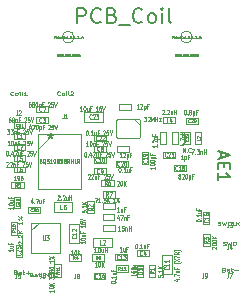
<source format=gbr>
%TF.GenerationSoftware,KiCad,Pcbnew,8.0.4*%
%TF.CreationDate,2024-11-25T16:13:59-04:00*%
%TF.ProjectId,Beacon-WirelessCharge,42656163-6f6e-42d5-9769-72656c657373,rev?*%
%TF.SameCoordinates,Original*%
%TF.FileFunction,AssemblyDrawing,Top*%
%FSLAX46Y46*%
G04 Gerber Fmt 4.6, Leading zero omitted, Abs format (unit mm)*
G04 Created by KiCad (PCBNEW 8.0.4) date 2024-11-25 16:13:59*
%MOMM*%
%LPD*%
G01*
G04 APERTURE LIST*
%ADD10C,0.030000*%
%ADD11C,0.040000*%
%ADD12C,0.150000*%
%ADD13C,0.020000*%
%ADD14C,0.010000*%
%ADD15C,0.060000*%
%ADD16C,0.100000*%
%ADD17C,0.025400*%
G04 APERTURE END LIST*
D10*
X59452857Y-62513487D02*
X59652857Y-62513487D01*
X59652857Y-62513487D02*
X59524285Y-62913487D01*
X59767142Y-62875392D02*
X59781428Y-62894440D01*
X59781428Y-62894440D02*
X59767142Y-62913487D01*
X59767142Y-62913487D02*
X59752856Y-62894440D01*
X59752856Y-62894440D02*
X59767142Y-62875392D01*
X59767142Y-62875392D02*
X59767142Y-62913487D01*
X59881428Y-62513487D02*
X60067142Y-62513487D01*
X60067142Y-62513487D02*
X59967142Y-62665868D01*
X59967142Y-62665868D02*
X60009999Y-62665868D01*
X60009999Y-62665868D02*
X60038571Y-62684916D01*
X60038571Y-62684916D02*
X60052856Y-62703963D01*
X60052856Y-62703963D02*
X60067142Y-62742059D01*
X60067142Y-62742059D02*
X60067142Y-62837297D01*
X60067142Y-62837297D02*
X60052856Y-62875392D01*
X60052856Y-62875392D02*
X60038571Y-62894440D01*
X60038571Y-62894440D02*
X60009999Y-62913487D01*
X60009999Y-62913487D02*
X59924285Y-62913487D01*
X59924285Y-62913487D02*
X59895713Y-62894440D01*
X59895713Y-62894440D02*
X59881428Y-62875392D01*
X60195713Y-62646820D02*
X60195713Y-62913487D01*
X60195713Y-62684916D02*
X60209999Y-62665868D01*
X60209999Y-62665868D02*
X60238570Y-62646820D01*
X60238570Y-62646820D02*
X60281427Y-62646820D01*
X60281427Y-62646820D02*
X60309999Y-62665868D01*
X60309999Y-62665868D02*
X60324285Y-62703963D01*
X60324285Y-62703963D02*
X60324285Y-62913487D01*
X60467142Y-62913487D02*
X60467142Y-62513487D01*
X60467142Y-62703963D02*
X60638571Y-62703963D01*
X60638571Y-62913487D02*
X60638571Y-62513487D01*
D11*
X60138574Y-61581666D02*
X60138574Y-61700714D01*
X60138574Y-61700714D02*
X59888574Y-61700714D01*
X59888574Y-61522142D02*
X59888574Y-61355476D01*
X59888574Y-61355476D02*
X60138574Y-61462618D01*
D10*
X58882143Y-59158487D02*
X58910714Y-59158487D01*
X58910714Y-59158487D02*
X58939286Y-59177535D01*
X58939286Y-59177535D02*
X58953572Y-59196582D01*
X58953572Y-59196582D02*
X58967857Y-59234678D01*
X58967857Y-59234678D02*
X58982143Y-59310868D01*
X58982143Y-59310868D02*
X58982143Y-59406106D01*
X58982143Y-59406106D02*
X58967857Y-59482297D01*
X58967857Y-59482297D02*
X58953572Y-59520392D01*
X58953572Y-59520392D02*
X58939286Y-59539440D01*
X58939286Y-59539440D02*
X58910714Y-59558487D01*
X58910714Y-59558487D02*
X58882143Y-59558487D01*
X58882143Y-59558487D02*
X58853572Y-59539440D01*
X58853572Y-59539440D02*
X58839286Y-59520392D01*
X58839286Y-59520392D02*
X58825000Y-59482297D01*
X58825000Y-59482297D02*
X58810714Y-59406106D01*
X58810714Y-59406106D02*
X58810714Y-59310868D01*
X58810714Y-59310868D02*
X58825000Y-59234678D01*
X58825000Y-59234678D02*
X58839286Y-59196582D01*
X58839286Y-59196582D02*
X58853572Y-59177535D01*
X58853572Y-59177535D02*
X58882143Y-59158487D01*
X59110714Y-59520392D02*
X59125000Y-59539440D01*
X59125000Y-59539440D02*
X59110714Y-59558487D01*
X59110714Y-59558487D02*
X59096428Y-59539440D01*
X59096428Y-59539440D02*
X59110714Y-59520392D01*
X59110714Y-59520392D02*
X59110714Y-59558487D01*
X59296428Y-59329916D02*
X59267857Y-59310868D01*
X59267857Y-59310868D02*
X59253571Y-59291820D01*
X59253571Y-59291820D02*
X59239285Y-59253725D01*
X59239285Y-59253725D02*
X59239285Y-59234678D01*
X59239285Y-59234678D02*
X59253571Y-59196582D01*
X59253571Y-59196582D02*
X59267857Y-59177535D01*
X59267857Y-59177535D02*
X59296428Y-59158487D01*
X59296428Y-59158487D02*
X59353571Y-59158487D01*
X59353571Y-59158487D02*
X59382143Y-59177535D01*
X59382143Y-59177535D02*
X59396428Y-59196582D01*
X59396428Y-59196582D02*
X59410714Y-59234678D01*
X59410714Y-59234678D02*
X59410714Y-59253725D01*
X59410714Y-59253725D02*
X59396428Y-59291820D01*
X59396428Y-59291820D02*
X59382143Y-59310868D01*
X59382143Y-59310868D02*
X59353571Y-59329916D01*
X59353571Y-59329916D02*
X59296428Y-59329916D01*
X59296428Y-59329916D02*
X59267857Y-59348963D01*
X59267857Y-59348963D02*
X59253571Y-59368011D01*
X59253571Y-59368011D02*
X59239285Y-59406106D01*
X59239285Y-59406106D02*
X59239285Y-59482297D01*
X59239285Y-59482297D02*
X59253571Y-59520392D01*
X59253571Y-59520392D02*
X59267857Y-59539440D01*
X59267857Y-59539440D02*
X59296428Y-59558487D01*
X59296428Y-59558487D02*
X59353571Y-59558487D01*
X59353571Y-59558487D02*
X59382143Y-59539440D01*
X59382143Y-59539440D02*
X59396428Y-59520392D01*
X59396428Y-59520392D02*
X59410714Y-59482297D01*
X59410714Y-59482297D02*
X59410714Y-59406106D01*
X59410714Y-59406106D02*
X59396428Y-59368011D01*
X59396428Y-59368011D02*
X59382143Y-59348963D01*
X59382143Y-59348963D02*
X59353571Y-59329916D01*
X59539285Y-59291820D02*
X59539285Y-59691820D01*
X59539285Y-59310868D02*
X59567857Y-59291820D01*
X59567857Y-59291820D02*
X59624999Y-59291820D01*
X59624999Y-59291820D02*
X59653571Y-59310868D01*
X59653571Y-59310868D02*
X59667857Y-59329916D01*
X59667857Y-59329916D02*
X59682142Y-59368011D01*
X59682142Y-59368011D02*
X59682142Y-59482297D01*
X59682142Y-59482297D02*
X59667857Y-59520392D01*
X59667857Y-59520392D02*
X59653571Y-59539440D01*
X59653571Y-59539440D02*
X59624999Y-59558487D01*
X59624999Y-59558487D02*
X59567857Y-59558487D01*
X59567857Y-59558487D02*
X59539285Y-59539440D01*
X59910714Y-59348963D02*
X59810714Y-59348963D01*
X59810714Y-59558487D02*
X59810714Y-59158487D01*
X59810714Y-59158487D02*
X59953571Y-59158487D01*
D11*
X59309285Y-60169765D02*
X59297381Y-60181670D01*
X59297381Y-60181670D02*
X59261666Y-60193574D01*
X59261666Y-60193574D02*
X59237857Y-60193574D01*
X59237857Y-60193574D02*
X59202143Y-60181670D01*
X59202143Y-60181670D02*
X59178333Y-60157860D01*
X59178333Y-60157860D02*
X59166428Y-60134050D01*
X59166428Y-60134050D02*
X59154524Y-60086431D01*
X59154524Y-60086431D02*
X59154524Y-60050717D01*
X59154524Y-60050717D02*
X59166428Y-60003098D01*
X59166428Y-60003098D02*
X59178333Y-59979289D01*
X59178333Y-59979289D02*
X59202143Y-59955479D01*
X59202143Y-59955479D02*
X59237857Y-59943574D01*
X59237857Y-59943574D02*
X59261666Y-59943574D01*
X59261666Y-59943574D02*
X59297381Y-59955479D01*
X59297381Y-59955479D02*
X59309285Y-59967384D01*
X59404524Y-59967384D02*
X59416428Y-59955479D01*
X59416428Y-59955479D02*
X59440238Y-59943574D01*
X59440238Y-59943574D02*
X59499762Y-59943574D01*
X59499762Y-59943574D02*
X59523571Y-59955479D01*
X59523571Y-59955479D02*
X59535476Y-59967384D01*
X59535476Y-59967384D02*
X59547381Y-59991193D01*
X59547381Y-59991193D02*
X59547381Y-60015003D01*
X59547381Y-60015003D02*
X59535476Y-60050717D01*
X59535476Y-60050717D02*
X59392619Y-60193574D01*
X59392619Y-60193574D02*
X59547381Y-60193574D01*
X59666428Y-60193574D02*
X59714047Y-60193574D01*
X59714047Y-60193574D02*
X59737857Y-60181670D01*
X59737857Y-60181670D02*
X59749761Y-60169765D01*
X59749761Y-60169765D02*
X59773571Y-60134050D01*
X59773571Y-60134050D02*
X59785476Y-60086431D01*
X59785476Y-60086431D02*
X59785476Y-59991193D01*
X59785476Y-59991193D02*
X59773571Y-59967384D01*
X59773571Y-59967384D02*
X59761666Y-59955479D01*
X59761666Y-59955479D02*
X59737857Y-59943574D01*
X59737857Y-59943574D02*
X59690238Y-59943574D01*
X59690238Y-59943574D02*
X59666428Y-59955479D01*
X59666428Y-59955479D02*
X59654523Y-59967384D01*
X59654523Y-59967384D02*
X59642619Y-59991193D01*
X59642619Y-59991193D02*
X59642619Y-60050717D01*
X59642619Y-60050717D02*
X59654523Y-60074527D01*
X59654523Y-60074527D02*
X59666428Y-60086431D01*
X59666428Y-60086431D02*
X59690238Y-60098336D01*
X59690238Y-60098336D02*
X59737857Y-60098336D01*
X59737857Y-60098336D02*
X59761666Y-60086431D01*
X59761666Y-60086431D02*
X59773571Y-60074527D01*
X59773571Y-60074527D02*
X59785476Y-60050717D01*
D10*
X58116820Y-73496428D02*
X58383487Y-73496428D01*
X57964440Y-73567856D02*
X58250154Y-73639285D01*
X58250154Y-73639285D02*
X58250154Y-73453570D01*
X58345392Y-73339285D02*
X58364440Y-73324999D01*
X58364440Y-73324999D02*
X58383487Y-73339285D01*
X58383487Y-73339285D02*
X58364440Y-73353571D01*
X58364440Y-73353571D02*
X58345392Y-73339285D01*
X58345392Y-73339285D02*
X58383487Y-73339285D01*
X57983487Y-73224999D02*
X57983487Y-73024999D01*
X57983487Y-73024999D02*
X58383487Y-73153571D01*
X58116820Y-72782143D02*
X58383487Y-72782143D01*
X58116820Y-72910714D02*
X58326344Y-72910714D01*
X58326344Y-72910714D02*
X58364440Y-72896428D01*
X58364440Y-72896428D02*
X58383487Y-72867857D01*
X58383487Y-72867857D02*
X58383487Y-72825000D01*
X58383487Y-72825000D02*
X58364440Y-72796428D01*
X58364440Y-72796428D02*
X58345392Y-72782143D01*
X58173963Y-72539285D02*
X58173963Y-72639285D01*
X58383487Y-72639285D02*
X57983487Y-72639285D01*
X57983487Y-72639285D02*
X57983487Y-72496428D01*
X58535868Y-72067857D02*
X58516820Y-72082142D01*
X58516820Y-72082142D02*
X58459678Y-72110714D01*
X58459678Y-72110714D02*
X58421582Y-72125000D01*
X58421582Y-72125000D02*
X58364440Y-72139285D01*
X58364440Y-72139285D02*
X58269201Y-72153571D01*
X58269201Y-72153571D02*
X58193011Y-72153571D01*
X58193011Y-72153571D02*
X58097773Y-72139285D01*
X58097773Y-72139285D02*
X58040630Y-72125000D01*
X58040630Y-72125000D02*
X58002535Y-72110714D01*
X58002535Y-72110714D02*
X57945392Y-72082142D01*
X57945392Y-72082142D02*
X57926344Y-72067857D01*
X57983487Y-71982142D02*
X58383487Y-71782142D01*
X57983487Y-71782142D02*
X58383487Y-71982142D01*
X57983487Y-71696428D02*
X57983487Y-71496428D01*
X57983487Y-71496428D02*
X58383487Y-71625000D01*
X58383487Y-71210714D02*
X58193011Y-71310714D01*
X58383487Y-71382143D02*
X57983487Y-71382143D01*
X57983487Y-71382143D02*
X57983487Y-71267857D01*
X57983487Y-71267857D02*
X58002535Y-71239286D01*
X58002535Y-71239286D02*
X58021582Y-71225000D01*
X58021582Y-71225000D02*
X58059678Y-71210714D01*
X58059678Y-71210714D02*
X58116820Y-71210714D01*
X58116820Y-71210714D02*
X58154916Y-71225000D01*
X58154916Y-71225000D02*
X58173963Y-71239286D01*
X58173963Y-71239286D02*
X58193011Y-71267857D01*
X58193011Y-71267857D02*
X58193011Y-71382143D01*
X58535868Y-71110714D02*
X58516820Y-71096429D01*
X58516820Y-71096429D02*
X58459678Y-71067857D01*
X58459678Y-71067857D02*
X58421582Y-71053572D01*
X58421582Y-71053572D02*
X58364440Y-71039286D01*
X58364440Y-71039286D02*
X58269201Y-71025000D01*
X58269201Y-71025000D02*
X58193011Y-71025000D01*
X58193011Y-71025000D02*
X58097773Y-71039286D01*
X58097773Y-71039286D02*
X58040630Y-71053572D01*
X58040630Y-71053572D02*
X58002535Y-71067857D01*
X58002535Y-71067857D02*
X57945392Y-71096429D01*
X57945392Y-71096429D02*
X57926344Y-71110714D01*
X57498592Y-72481256D02*
X57517640Y-72495542D01*
X57517640Y-72495542D02*
X57536687Y-72538399D01*
X57536687Y-72538399D02*
X57536687Y-72566971D01*
X57536687Y-72566971D02*
X57517640Y-72609828D01*
X57517640Y-72609828D02*
X57479544Y-72638399D01*
X57479544Y-72638399D02*
X57441449Y-72652685D01*
X57441449Y-72652685D02*
X57365259Y-72666971D01*
X57365259Y-72666971D02*
X57308116Y-72666971D01*
X57308116Y-72666971D02*
X57231925Y-72652685D01*
X57231925Y-72652685D02*
X57193830Y-72638399D01*
X57193830Y-72638399D02*
X57155735Y-72609828D01*
X57155735Y-72609828D02*
X57136687Y-72566971D01*
X57136687Y-72566971D02*
X57136687Y-72538399D01*
X57136687Y-72538399D02*
X57155735Y-72495542D01*
X57155735Y-72495542D02*
X57174782Y-72481256D01*
X57536687Y-72195542D02*
X57536687Y-72366971D01*
X57536687Y-72281256D02*
X57136687Y-72281256D01*
X57136687Y-72281256D02*
X57193830Y-72309828D01*
X57193830Y-72309828D02*
X57231925Y-72338399D01*
X57231925Y-72338399D02*
X57250973Y-72366971D01*
X57536687Y-71909828D02*
X57536687Y-72081257D01*
X57536687Y-71995542D02*
X57136687Y-71995542D01*
X57136687Y-71995542D02*
X57193830Y-72024114D01*
X57193830Y-72024114D02*
X57231925Y-72052685D01*
X57231925Y-72052685D02*
X57250973Y-72081257D01*
X44575000Y-65133487D02*
X44403571Y-65133487D01*
X44489286Y-65133487D02*
X44489286Y-64733487D01*
X44489286Y-64733487D02*
X44460714Y-64790630D01*
X44460714Y-64790630D02*
X44432143Y-64828725D01*
X44432143Y-64828725D02*
X44403571Y-64847773D01*
X44717857Y-65133487D02*
X44775000Y-65133487D01*
X44775000Y-65133487D02*
X44803571Y-65114440D01*
X44803571Y-65114440D02*
X44817857Y-65095392D01*
X44817857Y-65095392D02*
X44846428Y-65038249D01*
X44846428Y-65038249D02*
X44860714Y-64962059D01*
X44860714Y-64962059D02*
X44860714Y-64809678D01*
X44860714Y-64809678D02*
X44846428Y-64771582D01*
X44846428Y-64771582D02*
X44832143Y-64752535D01*
X44832143Y-64752535D02*
X44803571Y-64733487D01*
X44803571Y-64733487D02*
X44746428Y-64733487D01*
X44746428Y-64733487D02*
X44717857Y-64752535D01*
X44717857Y-64752535D02*
X44703571Y-64771582D01*
X44703571Y-64771582D02*
X44689285Y-64809678D01*
X44689285Y-64809678D02*
X44689285Y-64904916D01*
X44689285Y-64904916D02*
X44703571Y-64943011D01*
X44703571Y-64943011D02*
X44717857Y-64962059D01*
X44717857Y-64962059D02*
X44746428Y-64981106D01*
X44746428Y-64981106D02*
X44803571Y-64981106D01*
X44803571Y-64981106D02*
X44832143Y-64962059D01*
X44832143Y-64962059D02*
X44846428Y-64943011D01*
X44846428Y-64943011D02*
X44860714Y-64904916D01*
X45117857Y-64733487D02*
X45060714Y-64733487D01*
X45060714Y-64733487D02*
X45032142Y-64752535D01*
X45032142Y-64752535D02*
X45017857Y-64771582D01*
X45017857Y-64771582D02*
X44989285Y-64828725D01*
X44989285Y-64828725D02*
X44974999Y-64904916D01*
X44974999Y-64904916D02*
X44974999Y-65057297D01*
X44974999Y-65057297D02*
X44989285Y-65095392D01*
X44989285Y-65095392D02*
X45003571Y-65114440D01*
X45003571Y-65114440D02*
X45032142Y-65133487D01*
X45032142Y-65133487D02*
X45089285Y-65133487D01*
X45089285Y-65133487D02*
X45117857Y-65114440D01*
X45117857Y-65114440D02*
X45132142Y-65095392D01*
X45132142Y-65095392D02*
X45146428Y-65057297D01*
X45146428Y-65057297D02*
X45146428Y-64962059D01*
X45146428Y-64962059D02*
X45132142Y-64923963D01*
X45132142Y-64923963D02*
X45117857Y-64904916D01*
X45117857Y-64904916D02*
X45089285Y-64885868D01*
X45089285Y-64885868D02*
X45032142Y-64885868D01*
X45032142Y-64885868D02*
X45003571Y-64904916D01*
X45003571Y-64904916D02*
X44989285Y-64923963D01*
X44989285Y-64923963D02*
X44974999Y-64962059D01*
X44654000Y-65715487D02*
X44554000Y-65525011D01*
X44482571Y-65715487D02*
X44482571Y-65315487D01*
X44482571Y-65315487D02*
X44596857Y-65315487D01*
X44596857Y-65315487D02*
X44625428Y-65334535D01*
X44625428Y-65334535D02*
X44639714Y-65353582D01*
X44639714Y-65353582D02*
X44654000Y-65391678D01*
X44654000Y-65391678D02*
X44654000Y-65448820D01*
X44654000Y-65448820D02*
X44639714Y-65486916D01*
X44639714Y-65486916D02*
X44625428Y-65505963D01*
X44625428Y-65505963D02*
X44596857Y-65525011D01*
X44596857Y-65525011D02*
X44482571Y-65525011D01*
X44925428Y-65315487D02*
X44782571Y-65315487D01*
X44782571Y-65315487D02*
X44768285Y-65505963D01*
X44768285Y-65505963D02*
X44782571Y-65486916D01*
X44782571Y-65486916D02*
X44811143Y-65467868D01*
X44811143Y-65467868D02*
X44882571Y-65467868D01*
X44882571Y-65467868D02*
X44911143Y-65486916D01*
X44911143Y-65486916D02*
X44925428Y-65505963D01*
X44925428Y-65505963D02*
X44939714Y-65544059D01*
X44939714Y-65544059D02*
X44939714Y-65639297D01*
X44939714Y-65639297D02*
X44925428Y-65677392D01*
X44925428Y-65677392D02*
X44911143Y-65696440D01*
X44911143Y-65696440D02*
X44882571Y-65715487D01*
X44882571Y-65715487D02*
X44811143Y-65715487D01*
X44811143Y-65715487D02*
X44782571Y-65696440D01*
X44782571Y-65696440D02*
X44768285Y-65677392D01*
X50433487Y-70274999D02*
X50433487Y-70446428D01*
X50433487Y-70360713D02*
X50033487Y-70360713D01*
X50033487Y-70360713D02*
X50090630Y-70389285D01*
X50090630Y-70389285D02*
X50128725Y-70417856D01*
X50128725Y-70417856D02*
X50147773Y-70446428D01*
X50033487Y-70089285D02*
X50033487Y-70060714D01*
X50033487Y-70060714D02*
X50052535Y-70032142D01*
X50052535Y-70032142D02*
X50071582Y-70017857D01*
X50071582Y-70017857D02*
X50109678Y-70003571D01*
X50109678Y-70003571D02*
X50185868Y-69989285D01*
X50185868Y-69989285D02*
X50281106Y-69989285D01*
X50281106Y-69989285D02*
X50357297Y-70003571D01*
X50357297Y-70003571D02*
X50395392Y-70017857D01*
X50395392Y-70017857D02*
X50414440Y-70032142D01*
X50414440Y-70032142D02*
X50433487Y-70060714D01*
X50433487Y-70060714D02*
X50433487Y-70089285D01*
X50433487Y-70089285D02*
X50414440Y-70117857D01*
X50414440Y-70117857D02*
X50395392Y-70132142D01*
X50395392Y-70132142D02*
X50357297Y-70146428D01*
X50357297Y-70146428D02*
X50281106Y-70160714D01*
X50281106Y-70160714D02*
X50185868Y-70160714D01*
X50185868Y-70160714D02*
X50109678Y-70146428D01*
X50109678Y-70146428D02*
X50071582Y-70132142D01*
X50071582Y-70132142D02*
X50052535Y-70117857D01*
X50052535Y-70117857D02*
X50033487Y-70089285D01*
X50166820Y-69732143D02*
X50433487Y-69732143D01*
X50166820Y-69860714D02*
X50376344Y-69860714D01*
X50376344Y-69860714D02*
X50414440Y-69846428D01*
X50414440Y-69846428D02*
X50433487Y-69817857D01*
X50433487Y-69817857D02*
X50433487Y-69775000D01*
X50433487Y-69775000D02*
X50414440Y-69746428D01*
X50414440Y-69746428D02*
X50395392Y-69732143D01*
X50223963Y-69489285D02*
X50223963Y-69589285D01*
X50433487Y-69589285D02*
X50033487Y-69589285D01*
X50033487Y-69589285D02*
X50033487Y-69446428D01*
X50433487Y-68946428D02*
X50433487Y-69117857D01*
X50433487Y-69032142D02*
X50033487Y-69032142D01*
X50033487Y-69032142D02*
X50090630Y-69060714D01*
X50090630Y-69060714D02*
X50128725Y-69089285D01*
X50128725Y-69089285D02*
X50147773Y-69117857D01*
X50033487Y-68689286D02*
X50033487Y-68746428D01*
X50033487Y-68746428D02*
X50052535Y-68775000D01*
X50052535Y-68775000D02*
X50071582Y-68789286D01*
X50071582Y-68789286D02*
X50128725Y-68817857D01*
X50128725Y-68817857D02*
X50204916Y-68832143D01*
X50204916Y-68832143D02*
X50357297Y-68832143D01*
X50357297Y-68832143D02*
X50395392Y-68817857D01*
X50395392Y-68817857D02*
X50414440Y-68803571D01*
X50414440Y-68803571D02*
X50433487Y-68775000D01*
X50433487Y-68775000D02*
X50433487Y-68717857D01*
X50433487Y-68717857D02*
X50414440Y-68689286D01*
X50414440Y-68689286D02*
X50395392Y-68675000D01*
X50395392Y-68675000D02*
X50357297Y-68660714D01*
X50357297Y-68660714D02*
X50262059Y-68660714D01*
X50262059Y-68660714D02*
X50223963Y-68675000D01*
X50223963Y-68675000D02*
X50204916Y-68689286D01*
X50204916Y-68689286D02*
X50185868Y-68717857D01*
X50185868Y-68717857D02*
X50185868Y-68775000D01*
X50185868Y-68775000D02*
X50204916Y-68803571D01*
X50204916Y-68803571D02*
X50223963Y-68817857D01*
X50223963Y-68817857D02*
X50262059Y-68832143D01*
X50033487Y-68575000D02*
X50433487Y-68475000D01*
X50433487Y-68475000D02*
X50033487Y-68375000D01*
X49645392Y-69842856D02*
X49664440Y-69857142D01*
X49664440Y-69857142D02*
X49683487Y-69899999D01*
X49683487Y-69899999D02*
X49683487Y-69928571D01*
X49683487Y-69928571D02*
X49664440Y-69971428D01*
X49664440Y-69971428D02*
X49626344Y-69999999D01*
X49626344Y-69999999D02*
X49588249Y-70014285D01*
X49588249Y-70014285D02*
X49512059Y-70028571D01*
X49512059Y-70028571D02*
X49454916Y-70028571D01*
X49454916Y-70028571D02*
X49378725Y-70014285D01*
X49378725Y-70014285D02*
X49340630Y-69999999D01*
X49340630Y-69999999D02*
X49302535Y-69971428D01*
X49302535Y-69971428D02*
X49283487Y-69928571D01*
X49283487Y-69928571D02*
X49283487Y-69899999D01*
X49283487Y-69899999D02*
X49302535Y-69857142D01*
X49302535Y-69857142D02*
X49321582Y-69842856D01*
X49683487Y-69557142D02*
X49683487Y-69728571D01*
X49683487Y-69642856D02*
X49283487Y-69642856D01*
X49283487Y-69642856D02*
X49340630Y-69671428D01*
X49340630Y-69671428D02*
X49378725Y-69699999D01*
X49378725Y-69699999D02*
X49397773Y-69728571D01*
X49321582Y-69442857D02*
X49302535Y-69428571D01*
X49302535Y-69428571D02*
X49283487Y-69400000D01*
X49283487Y-69400000D02*
X49283487Y-69328571D01*
X49283487Y-69328571D02*
X49302535Y-69300000D01*
X49302535Y-69300000D02*
X49321582Y-69285714D01*
X49321582Y-69285714D02*
X49359678Y-69271428D01*
X49359678Y-69271428D02*
X49397773Y-69271428D01*
X49397773Y-69271428D02*
X49454916Y-69285714D01*
X49454916Y-69285714D02*
X49683487Y-69457142D01*
X49683487Y-69457142D02*
X49683487Y-69271428D01*
X50185000Y-59253487D02*
X50013571Y-59253487D01*
X50099286Y-59253487D02*
X50099286Y-58853487D01*
X50099286Y-58853487D02*
X50070714Y-58910630D01*
X50070714Y-58910630D02*
X50042143Y-58948725D01*
X50042143Y-58948725D02*
X50013571Y-58967773D01*
X50370714Y-58853487D02*
X50399285Y-58853487D01*
X50399285Y-58853487D02*
X50427857Y-58872535D01*
X50427857Y-58872535D02*
X50442143Y-58891582D01*
X50442143Y-58891582D02*
X50456428Y-58929678D01*
X50456428Y-58929678D02*
X50470714Y-59005868D01*
X50470714Y-59005868D02*
X50470714Y-59101106D01*
X50470714Y-59101106D02*
X50456428Y-59177297D01*
X50456428Y-59177297D02*
X50442143Y-59215392D01*
X50442143Y-59215392D02*
X50427857Y-59234440D01*
X50427857Y-59234440D02*
X50399285Y-59253487D01*
X50399285Y-59253487D02*
X50370714Y-59253487D01*
X50370714Y-59253487D02*
X50342143Y-59234440D01*
X50342143Y-59234440D02*
X50327857Y-59215392D01*
X50327857Y-59215392D02*
X50313571Y-59177297D01*
X50313571Y-59177297D02*
X50299285Y-59101106D01*
X50299285Y-59101106D02*
X50299285Y-59005868D01*
X50299285Y-59005868D02*
X50313571Y-58929678D01*
X50313571Y-58929678D02*
X50327857Y-58891582D01*
X50327857Y-58891582D02*
X50342143Y-58872535D01*
X50342143Y-58872535D02*
X50370714Y-58853487D01*
X50727857Y-58986820D02*
X50727857Y-59253487D01*
X50599285Y-58986820D02*
X50599285Y-59196344D01*
X50599285Y-59196344D02*
X50613571Y-59234440D01*
X50613571Y-59234440D02*
X50642142Y-59253487D01*
X50642142Y-59253487D02*
X50684999Y-59253487D01*
X50684999Y-59253487D02*
X50713571Y-59234440D01*
X50713571Y-59234440D02*
X50727857Y-59215392D01*
X50970714Y-59043963D02*
X50870714Y-59043963D01*
X50870714Y-59253487D02*
X50870714Y-58853487D01*
X50870714Y-58853487D02*
X51013571Y-58853487D01*
X51513571Y-59253487D02*
X51342142Y-59253487D01*
X51427857Y-59253487D02*
X51427857Y-58853487D01*
X51427857Y-58853487D02*
X51399285Y-58910630D01*
X51399285Y-58910630D02*
X51370714Y-58948725D01*
X51370714Y-58948725D02*
X51342142Y-58967773D01*
X51770714Y-58853487D02*
X51713571Y-58853487D01*
X51713571Y-58853487D02*
X51684999Y-58872535D01*
X51684999Y-58872535D02*
X51670714Y-58891582D01*
X51670714Y-58891582D02*
X51642142Y-58948725D01*
X51642142Y-58948725D02*
X51627856Y-59024916D01*
X51627856Y-59024916D02*
X51627856Y-59177297D01*
X51627856Y-59177297D02*
X51642142Y-59215392D01*
X51642142Y-59215392D02*
X51656428Y-59234440D01*
X51656428Y-59234440D02*
X51684999Y-59253487D01*
X51684999Y-59253487D02*
X51742142Y-59253487D01*
X51742142Y-59253487D02*
X51770714Y-59234440D01*
X51770714Y-59234440D02*
X51784999Y-59215392D01*
X51784999Y-59215392D02*
X51799285Y-59177297D01*
X51799285Y-59177297D02*
X51799285Y-59082059D01*
X51799285Y-59082059D02*
X51784999Y-59043963D01*
X51784999Y-59043963D02*
X51770714Y-59024916D01*
X51770714Y-59024916D02*
X51742142Y-59005868D01*
X51742142Y-59005868D02*
X51684999Y-59005868D01*
X51684999Y-59005868D02*
X51656428Y-59024916D01*
X51656428Y-59024916D02*
X51642142Y-59043963D01*
X51642142Y-59043963D02*
X51627856Y-59082059D01*
X51884999Y-58853487D02*
X51984999Y-59253487D01*
X51984999Y-59253487D02*
X52084999Y-58853487D01*
X50982143Y-59895392D02*
X50967857Y-59914440D01*
X50967857Y-59914440D02*
X50925000Y-59933487D01*
X50925000Y-59933487D02*
X50896428Y-59933487D01*
X50896428Y-59933487D02*
X50853571Y-59914440D01*
X50853571Y-59914440D02*
X50825000Y-59876344D01*
X50825000Y-59876344D02*
X50810714Y-59838249D01*
X50810714Y-59838249D02*
X50796428Y-59762059D01*
X50796428Y-59762059D02*
X50796428Y-59704916D01*
X50796428Y-59704916D02*
X50810714Y-59628725D01*
X50810714Y-59628725D02*
X50825000Y-59590630D01*
X50825000Y-59590630D02*
X50853571Y-59552535D01*
X50853571Y-59552535D02*
X50896428Y-59533487D01*
X50896428Y-59533487D02*
X50925000Y-59533487D01*
X50925000Y-59533487D02*
X50967857Y-59552535D01*
X50967857Y-59552535D02*
X50982143Y-59571582D01*
X51096428Y-59571582D02*
X51110714Y-59552535D01*
X51110714Y-59552535D02*
X51139286Y-59533487D01*
X51139286Y-59533487D02*
X51210714Y-59533487D01*
X51210714Y-59533487D02*
X51239286Y-59552535D01*
X51239286Y-59552535D02*
X51253571Y-59571582D01*
X51253571Y-59571582D02*
X51267857Y-59609678D01*
X51267857Y-59609678D02*
X51267857Y-59647773D01*
X51267857Y-59647773D02*
X51253571Y-59704916D01*
X51253571Y-59704916D02*
X51082143Y-59933487D01*
X51082143Y-59933487D02*
X51267857Y-59933487D01*
X51367857Y-59533487D02*
X51553571Y-59533487D01*
X51553571Y-59533487D02*
X51453571Y-59685868D01*
X51453571Y-59685868D02*
X51496428Y-59685868D01*
X51496428Y-59685868D02*
X51525000Y-59704916D01*
X51525000Y-59704916D02*
X51539285Y-59723963D01*
X51539285Y-59723963D02*
X51553571Y-59762059D01*
X51553571Y-59762059D02*
X51553571Y-59857297D01*
X51553571Y-59857297D02*
X51539285Y-59895392D01*
X51539285Y-59895392D02*
X51525000Y-59914440D01*
X51525000Y-59914440D02*
X51496428Y-59933487D01*
X51496428Y-59933487D02*
X51410714Y-59933487D01*
X51410714Y-59933487D02*
X51382142Y-59914440D01*
X51382142Y-59914440D02*
X51367857Y-59895392D01*
X56533487Y-62167856D02*
X56533487Y-62339285D01*
X56533487Y-62253570D02*
X56133487Y-62253570D01*
X56133487Y-62253570D02*
X56190630Y-62282142D01*
X56190630Y-62282142D02*
X56228725Y-62310713D01*
X56228725Y-62310713D02*
X56247773Y-62339285D01*
X56495392Y-62039285D02*
X56514440Y-62024999D01*
X56514440Y-62024999D02*
X56533487Y-62039285D01*
X56533487Y-62039285D02*
X56514440Y-62053571D01*
X56514440Y-62053571D02*
X56495392Y-62039285D01*
X56495392Y-62039285D02*
X56533487Y-62039285D01*
X56171582Y-61910714D02*
X56152535Y-61896428D01*
X56152535Y-61896428D02*
X56133487Y-61867857D01*
X56133487Y-61867857D02*
X56133487Y-61796428D01*
X56133487Y-61796428D02*
X56152535Y-61767857D01*
X56152535Y-61767857D02*
X56171582Y-61753571D01*
X56171582Y-61753571D02*
X56209678Y-61739285D01*
X56209678Y-61739285D02*
X56247773Y-61739285D01*
X56247773Y-61739285D02*
X56304916Y-61753571D01*
X56304916Y-61753571D02*
X56533487Y-61924999D01*
X56533487Y-61924999D02*
X56533487Y-61739285D01*
X56266820Y-61610714D02*
X56666820Y-61610714D01*
X56285868Y-61610714D02*
X56266820Y-61582143D01*
X56266820Y-61582143D02*
X56266820Y-61525000D01*
X56266820Y-61525000D02*
X56285868Y-61496428D01*
X56285868Y-61496428D02*
X56304916Y-61482143D01*
X56304916Y-61482143D02*
X56343011Y-61467857D01*
X56343011Y-61467857D02*
X56457297Y-61467857D01*
X56457297Y-61467857D02*
X56495392Y-61482143D01*
X56495392Y-61482143D02*
X56514440Y-61496428D01*
X56514440Y-61496428D02*
X56533487Y-61525000D01*
X56533487Y-61525000D02*
X56533487Y-61582143D01*
X56533487Y-61582143D02*
X56514440Y-61610714D01*
X56323963Y-61239285D02*
X56323963Y-61339285D01*
X56533487Y-61339285D02*
X56133487Y-61339285D01*
X56133487Y-61339285D02*
X56133487Y-61196428D01*
X45803572Y-58508487D02*
X45746429Y-58508487D01*
X45746429Y-58508487D02*
X45717857Y-58527535D01*
X45717857Y-58527535D02*
X45703572Y-58546582D01*
X45703572Y-58546582D02*
X45675000Y-58603725D01*
X45675000Y-58603725D02*
X45660714Y-58679916D01*
X45660714Y-58679916D02*
X45660714Y-58832297D01*
X45660714Y-58832297D02*
X45675000Y-58870392D01*
X45675000Y-58870392D02*
X45689286Y-58889440D01*
X45689286Y-58889440D02*
X45717857Y-58908487D01*
X45717857Y-58908487D02*
X45775000Y-58908487D01*
X45775000Y-58908487D02*
X45803572Y-58889440D01*
X45803572Y-58889440D02*
X45817857Y-58870392D01*
X45817857Y-58870392D02*
X45832143Y-58832297D01*
X45832143Y-58832297D02*
X45832143Y-58737059D01*
X45832143Y-58737059D02*
X45817857Y-58698963D01*
X45817857Y-58698963D02*
X45803572Y-58679916D01*
X45803572Y-58679916D02*
X45775000Y-58660868D01*
X45775000Y-58660868D02*
X45717857Y-58660868D01*
X45717857Y-58660868D02*
X45689286Y-58679916D01*
X45689286Y-58679916D02*
X45675000Y-58698963D01*
X45675000Y-58698963D02*
X45660714Y-58737059D01*
X46003571Y-58679916D02*
X45975000Y-58660868D01*
X45975000Y-58660868D02*
X45960714Y-58641820D01*
X45960714Y-58641820D02*
X45946428Y-58603725D01*
X45946428Y-58603725D02*
X45946428Y-58584678D01*
X45946428Y-58584678D02*
X45960714Y-58546582D01*
X45960714Y-58546582D02*
X45975000Y-58527535D01*
X45975000Y-58527535D02*
X46003571Y-58508487D01*
X46003571Y-58508487D02*
X46060714Y-58508487D01*
X46060714Y-58508487D02*
X46089286Y-58527535D01*
X46089286Y-58527535D02*
X46103571Y-58546582D01*
X46103571Y-58546582D02*
X46117857Y-58584678D01*
X46117857Y-58584678D02*
X46117857Y-58603725D01*
X46117857Y-58603725D02*
X46103571Y-58641820D01*
X46103571Y-58641820D02*
X46089286Y-58660868D01*
X46089286Y-58660868D02*
X46060714Y-58679916D01*
X46060714Y-58679916D02*
X46003571Y-58679916D01*
X46003571Y-58679916D02*
X45975000Y-58698963D01*
X45975000Y-58698963D02*
X45960714Y-58718011D01*
X45960714Y-58718011D02*
X45946428Y-58756106D01*
X45946428Y-58756106D02*
X45946428Y-58832297D01*
X45946428Y-58832297D02*
X45960714Y-58870392D01*
X45960714Y-58870392D02*
X45975000Y-58889440D01*
X45975000Y-58889440D02*
X46003571Y-58908487D01*
X46003571Y-58908487D02*
X46060714Y-58908487D01*
X46060714Y-58908487D02*
X46089286Y-58889440D01*
X46089286Y-58889440D02*
X46103571Y-58870392D01*
X46103571Y-58870392D02*
X46117857Y-58832297D01*
X46117857Y-58832297D02*
X46117857Y-58756106D01*
X46117857Y-58756106D02*
X46103571Y-58718011D01*
X46103571Y-58718011D02*
X46089286Y-58698963D01*
X46089286Y-58698963D02*
X46060714Y-58679916D01*
X46303571Y-58508487D02*
X46332142Y-58508487D01*
X46332142Y-58508487D02*
X46360714Y-58527535D01*
X46360714Y-58527535D02*
X46375000Y-58546582D01*
X46375000Y-58546582D02*
X46389285Y-58584678D01*
X46389285Y-58584678D02*
X46403571Y-58660868D01*
X46403571Y-58660868D02*
X46403571Y-58756106D01*
X46403571Y-58756106D02*
X46389285Y-58832297D01*
X46389285Y-58832297D02*
X46375000Y-58870392D01*
X46375000Y-58870392D02*
X46360714Y-58889440D01*
X46360714Y-58889440D02*
X46332142Y-58908487D01*
X46332142Y-58908487D02*
X46303571Y-58908487D01*
X46303571Y-58908487D02*
X46275000Y-58889440D01*
X46275000Y-58889440D02*
X46260714Y-58870392D01*
X46260714Y-58870392D02*
X46246428Y-58832297D01*
X46246428Y-58832297D02*
X46232142Y-58756106D01*
X46232142Y-58756106D02*
X46232142Y-58660868D01*
X46232142Y-58660868D02*
X46246428Y-58584678D01*
X46246428Y-58584678D02*
X46260714Y-58546582D01*
X46260714Y-58546582D02*
X46275000Y-58527535D01*
X46275000Y-58527535D02*
X46303571Y-58508487D01*
X46532142Y-58641820D02*
X46532142Y-59041820D01*
X46532142Y-58660868D02*
X46560714Y-58641820D01*
X46560714Y-58641820D02*
X46617856Y-58641820D01*
X46617856Y-58641820D02*
X46646428Y-58660868D01*
X46646428Y-58660868D02*
X46660714Y-58679916D01*
X46660714Y-58679916D02*
X46674999Y-58718011D01*
X46674999Y-58718011D02*
X46674999Y-58832297D01*
X46674999Y-58832297D02*
X46660714Y-58870392D01*
X46660714Y-58870392D02*
X46646428Y-58889440D01*
X46646428Y-58889440D02*
X46617856Y-58908487D01*
X46617856Y-58908487D02*
X46560714Y-58908487D01*
X46560714Y-58908487D02*
X46532142Y-58889440D01*
X46903571Y-58698963D02*
X46803571Y-58698963D01*
X46803571Y-58908487D02*
X46803571Y-58508487D01*
X46803571Y-58508487D02*
X46946428Y-58508487D01*
X47274999Y-58546582D02*
X47289285Y-58527535D01*
X47289285Y-58527535D02*
X47317857Y-58508487D01*
X47317857Y-58508487D02*
X47389285Y-58508487D01*
X47389285Y-58508487D02*
X47417857Y-58527535D01*
X47417857Y-58527535D02*
X47432142Y-58546582D01*
X47432142Y-58546582D02*
X47446428Y-58584678D01*
X47446428Y-58584678D02*
X47446428Y-58622773D01*
X47446428Y-58622773D02*
X47432142Y-58679916D01*
X47432142Y-58679916D02*
X47260714Y-58908487D01*
X47260714Y-58908487D02*
X47446428Y-58908487D01*
X47717856Y-58508487D02*
X47574999Y-58508487D01*
X47574999Y-58508487D02*
X47560713Y-58698963D01*
X47560713Y-58698963D02*
X47574999Y-58679916D01*
X47574999Y-58679916D02*
X47603571Y-58660868D01*
X47603571Y-58660868D02*
X47674999Y-58660868D01*
X47674999Y-58660868D02*
X47703571Y-58679916D01*
X47703571Y-58679916D02*
X47717856Y-58698963D01*
X47717856Y-58698963D02*
X47732142Y-58737059D01*
X47732142Y-58737059D02*
X47732142Y-58832297D01*
X47732142Y-58832297D02*
X47717856Y-58870392D01*
X47717856Y-58870392D02*
X47703571Y-58889440D01*
X47703571Y-58889440D02*
X47674999Y-58908487D01*
X47674999Y-58908487D02*
X47603571Y-58908487D01*
X47603571Y-58908487D02*
X47574999Y-58889440D01*
X47574999Y-58889440D02*
X47560713Y-58870392D01*
X47817856Y-58508487D02*
X47917856Y-58908487D01*
X47917856Y-58908487D02*
X48017856Y-58508487D01*
X46736800Y-59265392D02*
X46722514Y-59284440D01*
X46722514Y-59284440D02*
X46679657Y-59303487D01*
X46679657Y-59303487D02*
X46651085Y-59303487D01*
X46651085Y-59303487D02*
X46608228Y-59284440D01*
X46608228Y-59284440D02*
X46579657Y-59246344D01*
X46579657Y-59246344D02*
X46565371Y-59208249D01*
X46565371Y-59208249D02*
X46551085Y-59132059D01*
X46551085Y-59132059D02*
X46551085Y-59074916D01*
X46551085Y-59074916D02*
X46565371Y-58998725D01*
X46565371Y-58998725D02*
X46579657Y-58960630D01*
X46579657Y-58960630D02*
X46608228Y-58922535D01*
X46608228Y-58922535D02*
X46651085Y-58903487D01*
X46651085Y-58903487D02*
X46679657Y-58903487D01*
X46679657Y-58903487D02*
X46722514Y-58922535D01*
X46722514Y-58922535D02*
X46736800Y-58941582D01*
X46851085Y-58941582D02*
X46865371Y-58922535D01*
X46865371Y-58922535D02*
X46893943Y-58903487D01*
X46893943Y-58903487D02*
X46965371Y-58903487D01*
X46965371Y-58903487D02*
X46993943Y-58922535D01*
X46993943Y-58922535D02*
X47008228Y-58941582D01*
X47008228Y-58941582D02*
X47022514Y-58979678D01*
X47022514Y-58979678D02*
X47022514Y-59017773D01*
X47022514Y-59017773D02*
X47008228Y-59074916D01*
X47008228Y-59074916D02*
X46836800Y-59303487D01*
X46836800Y-59303487D02*
X47022514Y-59303487D01*
D12*
X49760797Y-51817976D02*
X49760797Y-50547976D01*
X49760797Y-50547976D02*
X50244607Y-50547976D01*
X50244607Y-50547976D02*
X50365559Y-50608452D01*
X50365559Y-50608452D02*
X50426036Y-50668928D01*
X50426036Y-50668928D02*
X50486512Y-50789880D01*
X50486512Y-50789880D02*
X50486512Y-50971309D01*
X50486512Y-50971309D02*
X50426036Y-51092261D01*
X50426036Y-51092261D02*
X50365559Y-51152738D01*
X50365559Y-51152738D02*
X50244607Y-51213214D01*
X50244607Y-51213214D02*
X49760797Y-51213214D01*
X51756512Y-51697023D02*
X51696036Y-51757500D01*
X51696036Y-51757500D02*
X51514607Y-51817976D01*
X51514607Y-51817976D02*
X51393655Y-51817976D01*
X51393655Y-51817976D02*
X51212226Y-51757500D01*
X51212226Y-51757500D02*
X51091274Y-51636547D01*
X51091274Y-51636547D02*
X51030797Y-51515595D01*
X51030797Y-51515595D02*
X50970321Y-51273690D01*
X50970321Y-51273690D02*
X50970321Y-51092261D01*
X50970321Y-51092261D02*
X51030797Y-50850357D01*
X51030797Y-50850357D02*
X51091274Y-50729404D01*
X51091274Y-50729404D02*
X51212226Y-50608452D01*
X51212226Y-50608452D02*
X51393655Y-50547976D01*
X51393655Y-50547976D02*
X51514607Y-50547976D01*
X51514607Y-50547976D02*
X51696036Y-50608452D01*
X51696036Y-50608452D02*
X51756512Y-50668928D01*
X52724131Y-51152738D02*
X52905559Y-51213214D01*
X52905559Y-51213214D02*
X52966036Y-51273690D01*
X52966036Y-51273690D02*
X53026512Y-51394642D01*
X53026512Y-51394642D02*
X53026512Y-51576071D01*
X53026512Y-51576071D02*
X52966036Y-51697023D01*
X52966036Y-51697023D02*
X52905559Y-51757500D01*
X52905559Y-51757500D02*
X52784607Y-51817976D01*
X52784607Y-51817976D02*
X52300797Y-51817976D01*
X52300797Y-51817976D02*
X52300797Y-50547976D01*
X52300797Y-50547976D02*
X52724131Y-50547976D01*
X52724131Y-50547976D02*
X52845083Y-50608452D01*
X52845083Y-50608452D02*
X52905559Y-50668928D01*
X52905559Y-50668928D02*
X52966036Y-50789880D01*
X52966036Y-50789880D02*
X52966036Y-50910833D01*
X52966036Y-50910833D02*
X52905559Y-51031785D01*
X52905559Y-51031785D02*
X52845083Y-51092261D01*
X52845083Y-51092261D02*
X52724131Y-51152738D01*
X52724131Y-51152738D02*
X52300797Y-51152738D01*
X53268417Y-51938928D02*
X54236036Y-51938928D01*
X55264131Y-51697023D02*
X55203655Y-51757500D01*
X55203655Y-51757500D02*
X55022226Y-51817976D01*
X55022226Y-51817976D02*
X54901274Y-51817976D01*
X54901274Y-51817976D02*
X54719845Y-51757500D01*
X54719845Y-51757500D02*
X54598893Y-51636547D01*
X54598893Y-51636547D02*
X54538416Y-51515595D01*
X54538416Y-51515595D02*
X54477940Y-51273690D01*
X54477940Y-51273690D02*
X54477940Y-51092261D01*
X54477940Y-51092261D02*
X54538416Y-50850357D01*
X54538416Y-50850357D02*
X54598893Y-50729404D01*
X54598893Y-50729404D02*
X54719845Y-50608452D01*
X54719845Y-50608452D02*
X54901274Y-50547976D01*
X54901274Y-50547976D02*
X55022226Y-50547976D01*
X55022226Y-50547976D02*
X55203655Y-50608452D01*
X55203655Y-50608452D02*
X55264131Y-50668928D01*
X55989845Y-51817976D02*
X55868893Y-51757500D01*
X55868893Y-51757500D02*
X55808416Y-51697023D01*
X55808416Y-51697023D02*
X55747940Y-51576071D01*
X55747940Y-51576071D02*
X55747940Y-51213214D01*
X55747940Y-51213214D02*
X55808416Y-51092261D01*
X55808416Y-51092261D02*
X55868893Y-51031785D01*
X55868893Y-51031785D02*
X55989845Y-50971309D01*
X55989845Y-50971309D02*
X56171274Y-50971309D01*
X56171274Y-50971309D02*
X56292226Y-51031785D01*
X56292226Y-51031785D02*
X56352702Y-51092261D01*
X56352702Y-51092261D02*
X56413178Y-51213214D01*
X56413178Y-51213214D02*
X56413178Y-51576071D01*
X56413178Y-51576071D02*
X56352702Y-51697023D01*
X56352702Y-51697023D02*
X56292226Y-51757500D01*
X56292226Y-51757500D02*
X56171274Y-51817976D01*
X56171274Y-51817976D02*
X55989845Y-51817976D01*
X56957464Y-51817976D02*
X56957464Y-50971309D01*
X56957464Y-50547976D02*
X56896988Y-50608452D01*
X56896988Y-50608452D02*
X56957464Y-50668928D01*
X56957464Y-50668928D02*
X57017941Y-50608452D01*
X57017941Y-50608452D02*
X56957464Y-50547976D01*
X56957464Y-50547976D02*
X56957464Y-50668928D01*
X57743655Y-51817976D02*
X57622703Y-51757500D01*
X57622703Y-51757500D02*
X57562226Y-51636547D01*
X57562226Y-51636547D02*
X57562226Y-50547976D01*
D10*
X50705000Y-62223487D02*
X50533571Y-62223487D01*
X50619286Y-62223487D02*
X50619286Y-61823487D01*
X50619286Y-61823487D02*
X50590714Y-61880630D01*
X50590714Y-61880630D02*
X50562143Y-61918725D01*
X50562143Y-61918725D02*
X50533571Y-61937773D01*
X50890714Y-61823487D02*
X50919285Y-61823487D01*
X50919285Y-61823487D02*
X50947857Y-61842535D01*
X50947857Y-61842535D02*
X50962143Y-61861582D01*
X50962143Y-61861582D02*
X50976428Y-61899678D01*
X50976428Y-61899678D02*
X50990714Y-61975868D01*
X50990714Y-61975868D02*
X50990714Y-62071106D01*
X50990714Y-62071106D02*
X50976428Y-62147297D01*
X50976428Y-62147297D02*
X50962143Y-62185392D01*
X50962143Y-62185392D02*
X50947857Y-62204440D01*
X50947857Y-62204440D02*
X50919285Y-62223487D01*
X50919285Y-62223487D02*
X50890714Y-62223487D01*
X50890714Y-62223487D02*
X50862143Y-62204440D01*
X50862143Y-62204440D02*
X50847857Y-62185392D01*
X50847857Y-62185392D02*
X50833571Y-62147297D01*
X50833571Y-62147297D02*
X50819285Y-62071106D01*
X50819285Y-62071106D02*
X50819285Y-61975868D01*
X50819285Y-61975868D02*
X50833571Y-61899678D01*
X50833571Y-61899678D02*
X50847857Y-61861582D01*
X50847857Y-61861582D02*
X50862143Y-61842535D01*
X50862143Y-61842535D02*
X50890714Y-61823487D01*
X51119285Y-61956820D02*
X51119285Y-62223487D01*
X51119285Y-61994916D02*
X51133571Y-61975868D01*
X51133571Y-61975868D02*
X51162142Y-61956820D01*
X51162142Y-61956820D02*
X51204999Y-61956820D01*
X51204999Y-61956820D02*
X51233571Y-61975868D01*
X51233571Y-61975868D02*
X51247857Y-62013963D01*
X51247857Y-62013963D02*
X51247857Y-62223487D01*
X51490714Y-62013963D02*
X51390714Y-62013963D01*
X51390714Y-62223487D02*
X51390714Y-61823487D01*
X51390714Y-61823487D02*
X51533571Y-61823487D01*
X51862142Y-61861582D02*
X51876428Y-61842535D01*
X51876428Y-61842535D02*
X51905000Y-61823487D01*
X51905000Y-61823487D02*
X51976428Y-61823487D01*
X51976428Y-61823487D02*
X52005000Y-61842535D01*
X52005000Y-61842535D02*
X52019285Y-61861582D01*
X52019285Y-61861582D02*
X52033571Y-61899678D01*
X52033571Y-61899678D02*
X52033571Y-61937773D01*
X52033571Y-61937773D02*
X52019285Y-61994916D01*
X52019285Y-61994916D02*
X51847857Y-62223487D01*
X51847857Y-62223487D02*
X52033571Y-62223487D01*
X52304999Y-61823487D02*
X52162142Y-61823487D01*
X52162142Y-61823487D02*
X52147856Y-62013963D01*
X52147856Y-62013963D02*
X52162142Y-61994916D01*
X52162142Y-61994916D02*
X52190714Y-61975868D01*
X52190714Y-61975868D02*
X52262142Y-61975868D01*
X52262142Y-61975868D02*
X52290714Y-61994916D01*
X52290714Y-61994916D02*
X52304999Y-62013963D01*
X52304999Y-62013963D02*
X52319285Y-62052059D01*
X52319285Y-62052059D02*
X52319285Y-62147297D01*
X52319285Y-62147297D02*
X52304999Y-62185392D01*
X52304999Y-62185392D02*
X52290714Y-62204440D01*
X52290714Y-62204440D02*
X52262142Y-62223487D01*
X52262142Y-62223487D02*
X52190714Y-62223487D01*
X52190714Y-62223487D02*
X52162142Y-62204440D01*
X52162142Y-62204440D02*
X52147856Y-62185392D01*
X52404999Y-61823487D02*
X52504999Y-62223487D01*
X52504999Y-62223487D02*
X52604999Y-61823487D01*
X51650000Y-62615392D02*
X51635714Y-62634440D01*
X51635714Y-62634440D02*
X51592857Y-62653487D01*
X51592857Y-62653487D02*
X51564285Y-62653487D01*
X51564285Y-62653487D02*
X51521428Y-62634440D01*
X51521428Y-62634440D02*
X51492857Y-62596344D01*
X51492857Y-62596344D02*
X51478571Y-62558249D01*
X51478571Y-62558249D02*
X51464285Y-62482059D01*
X51464285Y-62482059D02*
X51464285Y-62424916D01*
X51464285Y-62424916D02*
X51478571Y-62348725D01*
X51478571Y-62348725D02*
X51492857Y-62310630D01*
X51492857Y-62310630D02*
X51521428Y-62272535D01*
X51521428Y-62272535D02*
X51564285Y-62253487D01*
X51564285Y-62253487D02*
X51592857Y-62253487D01*
X51592857Y-62253487D02*
X51635714Y-62272535D01*
X51635714Y-62272535D02*
X51650000Y-62291582D01*
X51821428Y-62424916D02*
X51792857Y-62405868D01*
X51792857Y-62405868D02*
X51778571Y-62386820D01*
X51778571Y-62386820D02*
X51764285Y-62348725D01*
X51764285Y-62348725D02*
X51764285Y-62329678D01*
X51764285Y-62329678D02*
X51778571Y-62291582D01*
X51778571Y-62291582D02*
X51792857Y-62272535D01*
X51792857Y-62272535D02*
X51821428Y-62253487D01*
X51821428Y-62253487D02*
X51878571Y-62253487D01*
X51878571Y-62253487D02*
X51907143Y-62272535D01*
X51907143Y-62272535D02*
X51921428Y-62291582D01*
X51921428Y-62291582D02*
X51935714Y-62329678D01*
X51935714Y-62329678D02*
X51935714Y-62348725D01*
X51935714Y-62348725D02*
X51921428Y-62386820D01*
X51921428Y-62386820D02*
X51907143Y-62405868D01*
X51907143Y-62405868D02*
X51878571Y-62424916D01*
X51878571Y-62424916D02*
X51821428Y-62424916D01*
X51821428Y-62424916D02*
X51792857Y-62443963D01*
X51792857Y-62443963D02*
X51778571Y-62463011D01*
X51778571Y-62463011D02*
X51764285Y-62501106D01*
X51764285Y-62501106D02*
X51764285Y-62577297D01*
X51764285Y-62577297D02*
X51778571Y-62615392D01*
X51778571Y-62615392D02*
X51792857Y-62634440D01*
X51792857Y-62634440D02*
X51821428Y-62653487D01*
X51821428Y-62653487D02*
X51878571Y-62653487D01*
X51878571Y-62653487D02*
X51907143Y-62634440D01*
X51907143Y-62634440D02*
X51921428Y-62615392D01*
X51921428Y-62615392D02*
X51935714Y-62577297D01*
X51935714Y-62577297D02*
X51935714Y-62501106D01*
X51935714Y-62501106D02*
X51921428Y-62463011D01*
X51921428Y-62463011D02*
X51907143Y-62443963D01*
X51907143Y-62443963D02*
X51878571Y-62424916D01*
X45828572Y-60541820D02*
X45828572Y-60808487D01*
X45757143Y-60389440D02*
X45685714Y-60675154D01*
X45685714Y-60675154D02*
X45871429Y-60675154D01*
X45957143Y-60408487D02*
X46157143Y-60408487D01*
X46157143Y-60408487D02*
X46028571Y-60808487D01*
X46328571Y-60408487D02*
X46357142Y-60408487D01*
X46357142Y-60408487D02*
X46385714Y-60427535D01*
X46385714Y-60427535D02*
X46400000Y-60446582D01*
X46400000Y-60446582D02*
X46414285Y-60484678D01*
X46414285Y-60484678D02*
X46428571Y-60560868D01*
X46428571Y-60560868D02*
X46428571Y-60656106D01*
X46428571Y-60656106D02*
X46414285Y-60732297D01*
X46414285Y-60732297D02*
X46400000Y-60770392D01*
X46400000Y-60770392D02*
X46385714Y-60789440D01*
X46385714Y-60789440D02*
X46357142Y-60808487D01*
X46357142Y-60808487D02*
X46328571Y-60808487D01*
X46328571Y-60808487D02*
X46300000Y-60789440D01*
X46300000Y-60789440D02*
X46285714Y-60770392D01*
X46285714Y-60770392D02*
X46271428Y-60732297D01*
X46271428Y-60732297D02*
X46257142Y-60656106D01*
X46257142Y-60656106D02*
X46257142Y-60560868D01*
X46257142Y-60560868D02*
X46271428Y-60484678D01*
X46271428Y-60484678D02*
X46285714Y-60446582D01*
X46285714Y-60446582D02*
X46300000Y-60427535D01*
X46300000Y-60427535D02*
X46328571Y-60408487D01*
X46557142Y-60541820D02*
X46557142Y-60941820D01*
X46557142Y-60560868D02*
X46585714Y-60541820D01*
X46585714Y-60541820D02*
X46642856Y-60541820D01*
X46642856Y-60541820D02*
X46671428Y-60560868D01*
X46671428Y-60560868D02*
X46685714Y-60579916D01*
X46685714Y-60579916D02*
X46699999Y-60618011D01*
X46699999Y-60618011D02*
X46699999Y-60732297D01*
X46699999Y-60732297D02*
X46685714Y-60770392D01*
X46685714Y-60770392D02*
X46671428Y-60789440D01*
X46671428Y-60789440D02*
X46642856Y-60808487D01*
X46642856Y-60808487D02*
X46585714Y-60808487D01*
X46585714Y-60808487D02*
X46557142Y-60789440D01*
X46928571Y-60598963D02*
X46828571Y-60598963D01*
X46828571Y-60808487D02*
X46828571Y-60408487D01*
X46828571Y-60408487D02*
X46971428Y-60408487D01*
X47299999Y-60446582D02*
X47314285Y-60427535D01*
X47314285Y-60427535D02*
X47342857Y-60408487D01*
X47342857Y-60408487D02*
X47414285Y-60408487D01*
X47414285Y-60408487D02*
X47442857Y-60427535D01*
X47442857Y-60427535D02*
X47457142Y-60446582D01*
X47457142Y-60446582D02*
X47471428Y-60484678D01*
X47471428Y-60484678D02*
X47471428Y-60522773D01*
X47471428Y-60522773D02*
X47457142Y-60579916D01*
X47457142Y-60579916D02*
X47285714Y-60808487D01*
X47285714Y-60808487D02*
X47471428Y-60808487D01*
X47742856Y-60408487D02*
X47599999Y-60408487D01*
X47599999Y-60408487D02*
X47585713Y-60598963D01*
X47585713Y-60598963D02*
X47599999Y-60579916D01*
X47599999Y-60579916D02*
X47628571Y-60560868D01*
X47628571Y-60560868D02*
X47699999Y-60560868D01*
X47699999Y-60560868D02*
X47728571Y-60579916D01*
X47728571Y-60579916D02*
X47742856Y-60598963D01*
X47742856Y-60598963D02*
X47757142Y-60637059D01*
X47757142Y-60637059D02*
X47757142Y-60732297D01*
X47757142Y-60732297D02*
X47742856Y-60770392D01*
X47742856Y-60770392D02*
X47728571Y-60789440D01*
X47728571Y-60789440D02*
X47699999Y-60808487D01*
X47699999Y-60808487D02*
X47628571Y-60808487D01*
X47628571Y-60808487D02*
X47599999Y-60789440D01*
X47599999Y-60789440D02*
X47585713Y-60770392D01*
X47842856Y-60408487D02*
X47942856Y-60808487D01*
X47942856Y-60808487D02*
X48042856Y-60408487D01*
X46736800Y-60190992D02*
X46722514Y-60210040D01*
X46722514Y-60210040D02*
X46679657Y-60229087D01*
X46679657Y-60229087D02*
X46651085Y-60229087D01*
X46651085Y-60229087D02*
X46608228Y-60210040D01*
X46608228Y-60210040D02*
X46579657Y-60171944D01*
X46579657Y-60171944D02*
X46565371Y-60133849D01*
X46565371Y-60133849D02*
X46551085Y-60057659D01*
X46551085Y-60057659D02*
X46551085Y-60000516D01*
X46551085Y-60000516D02*
X46565371Y-59924325D01*
X46565371Y-59924325D02*
X46579657Y-59886230D01*
X46579657Y-59886230D02*
X46608228Y-59848135D01*
X46608228Y-59848135D02*
X46651085Y-59829087D01*
X46651085Y-59829087D02*
X46679657Y-59829087D01*
X46679657Y-59829087D02*
X46722514Y-59848135D01*
X46722514Y-59848135D02*
X46736800Y-59867182D01*
X46836800Y-59829087D02*
X47022514Y-59829087D01*
X47022514Y-59829087D02*
X46922514Y-59981468D01*
X46922514Y-59981468D02*
X46965371Y-59981468D01*
X46965371Y-59981468D02*
X46993943Y-60000516D01*
X46993943Y-60000516D02*
X47008228Y-60019563D01*
X47008228Y-60019563D02*
X47022514Y-60057659D01*
X47022514Y-60057659D02*
X47022514Y-60152897D01*
X47022514Y-60152897D02*
X47008228Y-60190992D01*
X47008228Y-60190992D02*
X46993943Y-60210040D01*
X46993943Y-60210040D02*
X46965371Y-60229087D01*
X46965371Y-60229087D02*
X46879657Y-60229087D01*
X46879657Y-60229087D02*
X46851085Y-60210040D01*
X46851085Y-60210040D02*
X46836800Y-60190992D01*
D13*
X44352381Y-57879174D02*
X44333333Y-57893460D01*
X44333333Y-57893460D02*
X44276191Y-57907745D01*
X44276191Y-57907745D02*
X44238095Y-57907745D01*
X44238095Y-57907745D02*
X44180952Y-57893460D01*
X44180952Y-57893460D02*
X44142857Y-57864888D01*
X44142857Y-57864888D02*
X44123810Y-57836317D01*
X44123810Y-57836317D02*
X44104762Y-57779174D01*
X44104762Y-57779174D02*
X44104762Y-57736317D01*
X44104762Y-57736317D02*
X44123810Y-57679174D01*
X44123810Y-57679174D02*
X44142857Y-57650602D01*
X44142857Y-57650602D02*
X44180952Y-57622031D01*
X44180952Y-57622031D02*
X44238095Y-57607745D01*
X44238095Y-57607745D02*
X44276191Y-57607745D01*
X44276191Y-57607745D02*
X44333333Y-57622031D01*
X44333333Y-57622031D02*
X44352381Y-57636317D01*
X44580952Y-57907745D02*
X44542857Y-57893460D01*
X44542857Y-57893460D02*
X44523810Y-57879174D01*
X44523810Y-57879174D02*
X44504762Y-57850602D01*
X44504762Y-57850602D02*
X44504762Y-57764888D01*
X44504762Y-57764888D02*
X44523810Y-57736317D01*
X44523810Y-57736317D02*
X44542857Y-57722031D01*
X44542857Y-57722031D02*
X44580952Y-57707745D01*
X44580952Y-57707745D02*
X44638095Y-57707745D01*
X44638095Y-57707745D02*
X44676191Y-57722031D01*
X44676191Y-57722031D02*
X44695238Y-57736317D01*
X44695238Y-57736317D02*
X44714286Y-57764888D01*
X44714286Y-57764888D02*
X44714286Y-57850602D01*
X44714286Y-57850602D02*
X44695238Y-57879174D01*
X44695238Y-57879174D02*
X44676191Y-57893460D01*
X44676191Y-57893460D02*
X44638095Y-57907745D01*
X44638095Y-57907745D02*
X44580952Y-57907745D01*
X44885715Y-57907745D02*
X44885715Y-57707745D01*
X44885715Y-57607745D02*
X44866667Y-57622031D01*
X44866667Y-57622031D02*
X44885715Y-57636317D01*
X44885715Y-57636317D02*
X44904762Y-57622031D01*
X44904762Y-57622031D02*
X44885715Y-57607745D01*
X44885715Y-57607745D02*
X44885715Y-57636317D01*
X45133333Y-57907745D02*
X45095238Y-57893460D01*
X45095238Y-57893460D02*
X45076191Y-57864888D01*
X45076191Y-57864888D02*
X45076191Y-57607745D01*
X45495238Y-57907745D02*
X45266667Y-57907745D01*
X45380953Y-57907745D02*
X45380953Y-57607745D01*
X45380953Y-57607745D02*
X45342857Y-57650602D01*
X45342857Y-57650602D02*
X45304762Y-57679174D01*
X45304762Y-57679174D02*
X45266667Y-57693460D01*
X44680000Y-59188007D02*
X44680000Y-59473721D01*
X44680000Y-59473721D02*
X44665715Y-59530864D01*
X44665715Y-59530864D02*
X44637143Y-59568960D01*
X44637143Y-59568960D02*
X44594286Y-59588007D01*
X44594286Y-59588007D02*
X44565715Y-59588007D01*
X44808571Y-59226102D02*
X44822857Y-59207055D01*
X44822857Y-59207055D02*
X44851429Y-59188007D01*
X44851429Y-59188007D02*
X44922857Y-59188007D01*
X44922857Y-59188007D02*
X44951429Y-59207055D01*
X44951429Y-59207055D02*
X44965714Y-59226102D01*
X44965714Y-59226102D02*
X44980000Y-59264198D01*
X44980000Y-59264198D02*
X44980000Y-59302293D01*
X44980000Y-59302293D02*
X44965714Y-59359436D01*
X44965714Y-59359436D02*
X44794286Y-59588007D01*
X44794286Y-59588007D02*
X44980000Y-59588007D01*
D10*
X58721428Y-63353487D02*
X58549999Y-63353487D01*
X58635714Y-63353487D02*
X58635714Y-62953487D01*
X58635714Y-62953487D02*
X58607142Y-63010630D01*
X58607142Y-63010630D02*
X58578571Y-63048725D01*
X58578571Y-63048725D02*
X58549999Y-63067773D01*
X58849999Y-63086820D02*
X58849999Y-63486820D01*
X58849999Y-63105868D02*
X58878571Y-63086820D01*
X58878571Y-63086820D02*
X58935713Y-63086820D01*
X58935713Y-63086820D02*
X58964285Y-63105868D01*
X58964285Y-63105868D02*
X58978571Y-63124916D01*
X58978571Y-63124916D02*
X58992856Y-63163011D01*
X58992856Y-63163011D02*
X58992856Y-63277297D01*
X58992856Y-63277297D02*
X58978571Y-63315392D01*
X58978571Y-63315392D02*
X58964285Y-63334440D01*
X58964285Y-63334440D02*
X58935713Y-63353487D01*
X58935713Y-63353487D02*
X58878571Y-63353487D01*
X58878571Y-63353487D02*
X58849999Y-63334440D01*
X59221428Y-63143963D02*
X59121428Y-63143963D01*
X59121428Y-63353487D02*
X59121428Y-62953487D01*
X59121428Y-62953487D02*
X59264285Y-62953487D01*
X57377143Y-63105392D02*
X57362857Y-63124440D01*
X57362857Y-63124440D02*
X57320000Y-63143487D01*
X57320000Y-63143487D02*
X57291428Y-63143487D01*
X57291428Y-63143487D02*
X57248571Y-63124440D01*
X57248571Y-63124440D02*
X57220000Y-63086344D01*
X57220000Y-63086344D02*
X57205714Y-63048249D01*
X57205714Y-63048249D02*
X57191428Y-62972059D01*
X57191428Y-62972059D02*
X57191428Y-62914916D01*
X57191428Y-62914916D02*
X57205714Y-62838725D01*
X57205714Y-62838725D02*
X57220000Y-62800630D01*
X57220000Y-62800630D02*
X57248571Y-62762535D01*
X57248571Y-62762535D02*
X57291428Y-62743487D01*
X57291428Y-62743487D02*
X57320000Y-62743487D01*
X57320000Y-62743487D02*
X57362857Y-62762535D01*
X57362857Y-62762535D02*
X57377143Y-62781582D01*
X57491428Y-62781582D02*
X57505714Y-62762535D01*
X57505714Y-62762535D02*
X57534286Y-62743487D01*
X57534286Y-62743487D02*
X57605714Y-62743487D01*
X57605714Y-62743487D02*
X57634286Y-62762535D01*
X57634286Y-62762535D02*
X57648571Y-62781582D01*
X57648571Y-62781582D02*
X57662857Y-62819678D01*
X57662857Y-62819678D02*
X57662857Y-62857773D01*
X57662857Y-62857773D02*
X57648571Y-62914916D01*
X57648571Y-62914916D02*
X57477143Y-63143487D01*
X57477143Y-63143487D02*
X57662857Y-63143487D01*
X57948571Y-63143487D02*
X57777142Y-63143487D01*
X57862857Y-63143487D02*
X57862857Y-62743487D01*
X57862857Y-62743487D02*
X57834285Y-62800630D01*
X57834285Y-62800630D02*
X57805714Y-62838725D01*
X57805714Y-62838725D02*
X57777142Y-62857773D01*
X58397428Y-64745316D02*
X58368857Y-64726268D01*
X58368857Y-64726268D02*
X58354571Y-64707220D01*
X58354571Y-64707220D02*
X58340285Y-64669125D01*
X58340285Y-64669125D02*
X58340285Y-64650078D01*
X58340285Y-64650078D02*
X58354571Y-64611982D01*
X58354571Y-64611982D02*
X58368857Y-64592935D01*
X58368857Y-64592935D02*
X58397428Y-64573887D01*
X58397428Y-64573887D02*
X58454571Y-64573887D01*
X58454571Y-64573887D02*
X58483143Y-64592935D01*
X58483143Y-64592935D02*
X58497428Y-64611982D01*
X58497428Y-64611982D02*
X58511714Y-64650078D01*
X58511714Y-64650078D02*
X58511714Y-64669125D01*
X58511714Y-64669125D02*
X58497428Y-64707220D01*
X58497428Y-64707220D02*
X58483143Y-64726268D01*
X58483143Y-64726268D02*
X58454571Y-64745316D01*
X58454571Y-64745316D02*
X58397428Y-64745316D01*
X58397428Y-64745316D02*
X58368857Y-64764363D01*
X58368857Y-64764363D02*
X58354571Y-64783411D01*
X58354571Y-64783411D02*
X58340285Y-64821506D01*
X58340285Y-64821506D02*
X58340285Y-64897697D01*
X58340285Y-64897697D02*
X58354571Y-64935792D01*
X58354571Y-64935792D02*
X58368857Y-64954840D01*
X58368857Y-64954840D02*
X58397428Y-64973887D01*
X58397428Y-64973887D02*
X58454571Y-64973887D01*
X58454571Y-64973887D02*
X58483143Y-64954840D01*
X58483143Y-64954840D02*
X58497428Y-64935792D01*
X58497428Y-64935792D02*
X58511714Y-64897697D01*
X58511714Y-64897697D02*
X58511714Y-64821506D01*
X58511714Y-64821506D02*
X58497428Y-64783411D01*
X58497428Y-64783411D02*
X58483143Y-64764363D01*
X58483143Y-64764363D02*
X58454571Y-64745316D01*
X58625999Y-64611982D02*
X58640285Y-64592935D01*
X58640285Y-64592935D02*
X58668857Y-64573887D01*
X58668857Y-64573887D02*
X58740285Y-64573887D01*
X58740285Y-64573887D02*
X58768857Y-64592935D01*
X58768857Y-64592935D02*
X58783142Y-64611982D01*
X58783142Y-64611982D02*
X58797428Y-64650078D01*
X58797428Y-64650078D02*
X58797428Y-64688173D01*
X58797428Y-64688173D02*
X58783142Y-64745316D01*
X58783142Y-64745316D02*
X58611714Y-64973887D01*
X58611714Y-64973887D02*
X58797428Y-64973887D01*
X58983142Y-64573887D02*
X59011713Y-64573887D01*
X59011713Y-64573887D02*
X59040285Y-64592935D01*
X59040285Y-64592935D02*
X59054571Y-64611982D01*
X59054571Y-64611982D02*
X59068856Y-64650078D01*
X59068856Y-64650078D02*
X59083142Y-64726268D01*
X59083142Y-64726268D02*
X59083142Y-64821506D01*
X59083142Y-64821506D02*
X59068856Y-64897697D01*
X59068856Y-64897697D02*
X59054571Y-64935792D01*
X59054571Y-64935792D02*
X59040285Y-64954840D01*
X59040285Y-64954840D02*
X59011713Y-64973887D01*
X59011713Y-64973887D02*
X58983142Y-64973887D01*
X58983142Y-64973887D02*
X58954571Y-64954840D01*
X58954571Y-64954840D02*
X58940285Y-64935792D01*
X58940285Y-64935792D02*
X58925999Y-64897697D01*
X58925999Y-64897697D02*
X58911713Y-64821506D01*
X58911713Y-64821506D02*
X58911713Y-64726268D01*
X58911713Y-64726268D02*
X58925999Y-64650078D01*
X58925999Y-64650078D02*
X58940285Y-64611982D01*
X58940285Y-64611982D02*
X58954571Y-64592935D01*
X58954571Y-64592935D02*
X58983142Y-64573887D01*
X59211713Y-64707220D02*
X59211713Y-65107220D01*
X59211713Y-64726268D02*
X59240285Y-64707220D01*
X59240285Y-64707220D02*
X59297427Y-64707220D01*
X59297427Y-64707220D02*
X59325999Y-64726268D01*
X59325999Y-64726268D02*
X59340285Y-64745316D01*
X59340285Y-64745316D02*
X59354570Y-64783411D01*
X59354570Y-64783411D02*
X59354570Y-64897697D01*
X59354570Y-64897697D02*
X59340285Y-64935792D01*
X59340285Y-64935792D02*
X59325999Y-64954840D01*
X59325999Y-64954840D02*
X59297427Y-64973887D01*
X59297427Y-64973887D02*
X59240285Y-64973887D01*
X59240285Y-64973887D02*
X59211713Y-64954840D01*
X59583142Y-64764363D02*
X59483142Y-64764363D01*
X59483142Y-64973887D02*
X59483142Y-64573887D01*
X59483142Y-64573887D02*
X59625999Y-64573887D01*
X58257143Y-64245392D02*
X58242857Y-64264440D01*
X58242857Y-64264440D02*
X58200000Y-64283487D01*
X58200000Y-64283487D02*
X58171428Y-64283487D01*
X58171428Y-64283487D02*
X58128571Y-64264440D01*
X58128571Y-64264440D02*
X58100000Y-64226344D01*
X58100000Y-64226344D02*
X58085714Y-64188249D01*
X58085714Y-64188249D02*
X58071428Y-64112059D01*
X58071428Y-64112059D02*
X58071428Y-64054916D01*
X58071428Y-64054916D02*
X58085714Y-63978725D01*
X58085714Y-63978725D02*
X58100000Y-63940630D01*
X58100000Y-63940630D02*
X58128571Y-63902535D01*
X58128571Y-63902535D02*
X58171428Y-63883487D01*
X58171428Y-63883487D02*
X58200000Y-63883487D01*
X58200000Y-63883487D02*
X58242857Y-63902535D01*
X58242857Y-63902535D02*
X58257143Y-63921582D01*
X58542857Y-64283487D02*
X58371428Y-64283487D01*
X58457143Y-64283487D02*
X58457143Y-63883487D01*
X58457143Y-63883487D02*
X58428571Y-63940630D01*
X58428571Y-63940630D02*
X58400000Y-63978725D01*
X58400000Y-63978725D02*
X58371428Y-63997773D01*
X58714285Y-64054916D02*
X58685714Y-64035868D01*
X58685714Y-64035868D02*
X58671428Y-64016820D01*
X58671428Y-64016820D02*
X58657142Y-63978725D01*
X58657142Y-63978725D02*
X58657142Y-63959678D01*
X58657142Y-63959678D02*
X58671428Y-63921582D01*
X58671428Y-63921582D02*
X58685714Y-63902535D01*
X58685714Y-63902535D02*
X58714285Y-63883487D01*
X58714285Y-63883487D02*
X58771428Y-63883487D01*
X58771428Y-63883487D02*
X58800000Y-63902535D01*
X58800000Y-63902535D02*
X58814285Y-63921582D01*
X58814285Y-63921582D02*
X58828571Y-63959678D01*
X58828571Y-63959678D02*
X58828571Y-63978725D01*
X58828571Y-63978725D02*
X58814285Y-64016820D01*
X58814285Y-64016820D02*
X58800000Y-64035868D01*
X58800000Y-64035868D02*
X58771428Y-64054916D01*
X58771428Y-64054916D02*
X58714285Y-64054916D01*
X58714285Y-64054916D02*
X58685714Y-64073963D01*
X58685714Y-64073963D02*
X58671428Y-64093011D01*
X58671428Y-64093011D02*
X58657142Y-64131106D01*
X58657142Y-64131106D02*
X58657142Y-64207297D01*
X58657142Y-64207297D02*
X58671428Y-64245392D01*
X58671428Y-64245392D02*
X58685714Y-64264440D01*
X58685714Y-64264440D02*
X58714285Y-64283487D01*
X58714285Y-64283487D02*
X58771428Y-64283487D01*
X58771428Y-64283487D02*
X58800000Y-64264440D01*
X58800000Y-64264440D02*
X58814285Y-64245392D01*
X58814285Y-64245392D02*
X58828571Y-64207297D01*
X58828571Y-64207297D02*
X58828571Y-64131106D01*
X58828571Y-64131106D02*
X58814285Y-64093011D01*
X58814285Y-64093011D02*
X58800000Y-64073963D01*
X58800000Y-64073963D02*
X58771428Y-64054916D01*
X43839286Y-60808487D02*
X44025000Y-60808487D01*
X44025000Y-60808487D02*
X43925000Y-60960868D01*
X43925000Y-60960868D02*
X43967857Y-60960868D01*
X43967857Y-60960868D02*
X43996429Y-60979916D01*
X43996429Y-60979916D02*
X44010714Y-60998963D01*
X44010714Y-60998963D02*
X44025000Y-61037059D01*
X44025000Y-61037059D02*
X44025000Y-61132297D01*
X44025000Y-61132297D02*
X44010714Y-61170392D01*
X44010714Y-61170392D02*
X43996429Y-61189440D01*
X43996429Y-61189440D02*
X43967857Y-61208487D01*
X43967857Y-61208487D02*
X43882143Y-61208487D01*
X43882143Y-61208487D02*
X43853571Y-61189440D01*
X43853571Y-61189440D02*
X43839286Y-61170392D01*
X44125000Y-60808487D02*
X44310714Y-60808487D01*
X44310714Y-60808487D02*
X44210714Y-60960868D01*
X44210714Y-60960868D02*
X44253571Y-60960868D01*
X44253571Y-60960868D02*
X44282143Y-60979916D01*
X44282143Y-60979916D02*
X44296428Y-60998963D01*
X44296428Y-60998963D02*
X44310714Y-61037059D01*
X44310714Y-61037059D02*
X44310714Y-61132297D01*
X44310714Y-61132297D02*
X44296428Y-61170392D01*
X44296428Y-61170392D02*
X44282143Y-61189440D01*
X44282143Y-61189440D02*
X44253571Y-61208487D01*
X44253571Y-61208487D02*
X44167857Y-61208487D01*
X44167857Y-61208487D02*
X44139285Y-61189440D01*
X44139285Y-61189440D02*
X44125000Y-61170392D01*
X44439285Y-60941820D02*
X44439285Y-61208487D01*
X44439285Y-60979916D02*
X44453571Y-60960868D01*
X44453571Y-60960868D02*
X44482142Y-60941820D01*
X44482142Y-60941820D02*
X44524999Y-60941820D01*
X44524999Y-60941820D02*
X44553571Y-60960868D01*
X44553571Y-60960868D02*
X44567857Y-60998963D01*
X44567857Y-60998963D02*
X44567857Y-61208487D01*
X44810714Y-60998963D02*
X44710714Y-60998963D01*
X44710714Y-61208487D02*
X44710714Y-60808487D01*
X44710714Y-60808487D02*
X44853571Y-60808487D01*
X45182142Y-60846582D02*
X45196428Y-60827535D01*
X45196428Y-60827535D02*
X45225000Y-60808487D01*
X45225000Y-60808487D02*
X45296428Y-60808487D01*
X45296428Y-60808487D02*
X45325000Y-60827535D01*
X45325000Y-60827535D02*
X45339285Y-60846582D01*
X45339285Y-60846582D02*
X45353571Y-60884678D01*
X45353571Y-60884678D02*
X45353571Y-60922773D01*
X45353571Y-60922773D02*
X45339285Y-60979916D01*
X45339285Y-60979916D02*
X45167857Y-61208487D01*
X45167857Y-61208487D02*
X45353571Y-61208487D01*
X45624999Y-60808487D02*
X45482142Y-60808487D01*
X45482142Y-60808487D02*
X45467856Y-60998963D01*
X45467856Y-60998963D02*
X45482142Y-60979916D01*
X45482142Y-60979916D02*
X45510714Y-60960868D01*
X45510714Y-60960868D02*
X45582142Y-60960868D01*
X45582142Y-60960868D02*
X45610714Y-60979916D01*
X45610714Y-60979916D02*
X45624999Y-60998963D01*
X45624999Y-60998963D02*
X45639285Y-61037059D01*
X45639285Y-61037059D02*
X45639285Y-61132297D01*
X45639285Y-61132297D02*
X45624999Y-61170392D01*
X45624999Y-61170392D02*
X45610714Y-61189440D01*
X45610714Y-61189440D02*
X45582142Y-61208487D01*
X45582142Y-61208487D02*
X45510714Y-61208487D01*
X45510714Y-61208487D02*
X45482142Y-61189440D01*
X45482142Y-61189440D02*
X45467856Y-61170392D01*
X45724999Y-60808487D02*
X45824999Y-61208487D01*
X45824999Y-61208487D02*
X45924999Y-60808487D01*
X44831800Y-61537192D02*
X44817514Y-61556240D01*
X44817514Y-61556240D02*
X44774657Y-61575287D01*
X44774657Y-61575287D02*
X44746085Y-61575287D01*
X44746085Y-61575287D02*
X44703228Y-61556240D01*
X44703228Y-61556240D02*
X44674657Y-61518144D01*
X44674657Y-61518144D02*
X44660371Y-61480049D01*
X44660371Y-61480049D02*
X44646085Y-61403859D01*
X44646085Y-61403859D02*
X44646085Y-61346716D01*
X44646085Y-61346716D02*
X44660371Y-61270525D01*
X44660371Y-61270525D02*
X44674657Y-61232430D01*
X44674657Y-61232430D02*
X44703228Y-61194335D01*
X44703228Y-61194335D02*
X44746085Y-61175287D01*
X44746085Y-61175287D02*
X44774657Y-61175287D01*
X44774657Y-61175287D02*
X44817514Y-61194335D01*
X44817514Y-61194335D02*
X44831800Y-61213382D01*
X45117514Y-61575287D02*
X44946085Y-61575287D01*
X45031800Y-61575287D02*
X45031800Y-61175287D01*
X45031800Y-61175287D02*
X45003228Y-61232430D01*
X45003228Y-61232430D02*
X44974657Y-61270525D01*
X44974657Y-61270525D02*
X44946085Y-61289573D01*
D13*
X60450000Y-72988007D02*
X60450000Y-73273721D01*
X60450000Y-73273721D02*
X60435715Y-73330864D01*
X60435715Y-73330864D02*
X60407143Y-73368960D01*
X60407143Y-73368960D02*
X60364286Y-73388007D01*
X60364286Y-73388007D02*
X60335715Y-73388007D01*
X60607143Y-73388007D02*
X60664286Y-73388007D01*
X60664286Y-73388007D02*
X60692857Y-73368960D01*
X60692857Y-73368960D02*
X60707143Y-73349912D01*
X60707143Y-73349912D02*
X60735714Y-73292769D01*
X60735714Y-73292769D02*
X60750000Y-73216579D01*
X60750000Y-73216579D02*
X60750000Y-73064198D01*
X60750000Y-73064198D02*
X60735714Y-73026102D01*
X60735714Y-73026102D02*
X60721429Y-73007055D01*
X60721429Y-73007055D02*
X60692857Y-72988007D01*
X60692857Y-72988007D02*
X60635714Y-72988007D01*
X60635714Y-72988007D02*
X60607143Y-73007055D01*
X60607143Y-73007055D02*
X60592857Y-73026102D01*
X60592857Y-73026102D02*
X60578571Y-73064198D01*
X60578571Y-73064198D02*
X60578571Y-73159436D01*
X60578571Y-73159436D02*
X60592857Y-73197531D01*
X60592857Y-73197531D02*
X60607143Y-73216579D01*
X60607143Y-73216579D02*
X60635714Y-73235626D01*
X60635714Y-73235626D02*
X60692857Y-73235626D01*
X60692857Y-73235626D02*
X60721429Y-73216579D01*
X60721429Y-73216579D02*
X60735714Y-73197531D01*
X60735714Y-73197531D02*
X60750000Y-73159436D01*
D10*
X50558572Y-60898487D02*
X50587143Y-60898487D01*
X50587143Y-60898487D02*
X50615715Y-60917535D01*
X50615715Y-60917535D02*
X50630001Y-60936582D01*
X50630001Y-60936582D02*
X50644286Y-60974678D01*
X50644286Y-60974678D02*
X50658572Y-61050868D01*
X50658572Y-61050868D02*
X50658572Y-61146106D01*
X50658572Y-61146106D02*
X50644286Y-61222297D01*
X50644286Y-61222297D02*
X50630001Y-61260392D01*
X50630001Y-61260392D02*
X50615715Y-61279440D01*
X50615715Y-61279440D02*
X50587143Y-61298487D01*
X50587143Y-61298487D02*
X50558572Y-61298487D01*
X50558572Y-61298487D02*
X50530001Y-61279440D01*
X50530001Y-61279440D02*
X50515715Y-61260392D01*
X50515715Y-61260392D02*
X50501429Y-61222297D01*
X50501429Y-61222297D02*
X50487143Y-61146106D01*
X50487143Y-61146106D02*
X50487143Y-61050868D01*
X50487143Y-61050868D02*
X50501429Y-60974678D01*
X50501429Y-60974678D02*
X50515715Y-60936582D01*
X50515715Y-60936582D02*
X50530001Y-60917535D01*
X50530001Y-60917535D02*
X50558572Y-60898487D01*
X50787143Y-61260392D02*
X50801429Y-61279440D01*
X50801429Y-61279440D02*
X50787143Y-61298487D01*
X50787143Y-61298487D02*
X50772857Y-61279440D01*
X50772857Y-61279440D02*
X50787143Y-61260392D01*
X50787143Y-61260392D02*
X50787143Y-61298487D01*
X51087143Y-61298487D02*
X50915714Y-61298487D01*
X51001429Y-61298487D02*
X51001429Y-60898487D01*
X51001429Y-60898487D02*
X50972857Y-60955630D01*
X50972857Y-60955630D02*
X50944286Y-60993725D01*
X50944286Y-60993725D02*
X50915714Y-61012773D01*
X51344286Y-61031820D02*
X51344286Y-61298487D01*
X51215714Y-61031820D02*
X51215714Y-61241344D01*
X51215714Y-61241344D02*
X51230000Y-61279440D01*
X51230000Y-61279440D02*
X51258571Y-61298487D01*
X51258571Y-61298487D02*
X51301428Y-61298487D01*
X51301428Y-61298487D02*
X51330000Y-61279440D01*
X51330000Y-61279440D02*
X51344286Y-61260392D01*
X51587143Y-61088963D02*
X51487143Y-61088963D01*
X51487143Y-61298487D02*
X51487143Y-60898487D01*
X51487143Y-60898487D02*
X51630000Y-60898487D01*
X51958571Y-60936582D02*
X51972857Y-60917535D01*
X51972857Y-60917535D02*
X52001429Y-60898487D01*
X52001429Y-60898487D02*
X52072857Y-60898487D01*
X52072857Y-60898487D02*
X52101429Y-60917535D01*
X52101429Y-60917535D02*
X52115714Y-60936582D01*
X52115714Y-60936582D02*
X52130000Y-60974678D01*
X52130000Y-60974678D02*
X52130000Y-61012773D01*
X52130000Y-61012773D02*
X52115714Y-61069916D01*
X52115714Y-61069916D02*
X51944286Y-61298487D01*
X51944286Y-61298487D02*
X52130000Y-61298487D01*
X52401428Y-60898487D02*
X52258571Y-60898487D01*
X52258571Y-60898487D02*
X52244285Y-61088963D01*
X52244285Y-61088963D02*
X52258571Y-61069916D01*
X52258571Y-61069916D02*
X52287143Y-61050868D01*
X52287143Y-61050868D02*
X52358571Y-61050868D01*
X52358571Y-61050868D02*
X52387143Y-61069916D01*
X52387143Y-61069916D02*
X52401428Y-61088963D01*
X52401428Y-61088963D02*
X52415714Y-61127059D01*
X52415714Y-61127059D02*
X52415714Y-61222297D01*
X52415714Y-61222297D02*
X52401428Y-61260392D01*
X52401428Y-61260392D02*
X52387143Y-61279440D01*
X52387143Y-61279440D02*
X52358571Y-61298487D01*
X52358571Y-61298487D02*
X52287143Y-61298487D01*
X52287143Y-61298487D02*
X52258571Y-61279440D01*
X52258571Y-61279440D02*
X52244285Y-61260392D01*
X52501428Y-60898487D02*
X52601428Y-61298487D01*
X52601428Y-61298487D02*
X52701428Y-60898487D01*
X51507143Y-61695392D02*
X51492857Y-61714440D01*
X51492857Y-61714440D02*
X51450000Y-61733487D01*
X51450000Y-61733487D02*
X51421428Y-61733487D01*
X51421428Y-61733487D02*
X51378571Y-61714440D01*
X51378571Y-61714440D02*
X51350000Y-61676344D01*
X51350000Y-61676344D02*
X51335714Y-61638249D01*
X51335714Y-61638249D02*
X51321428Y-61562059D01*
X51321428Y-61562059D02*
X51321428Y-61504916D01*
X51321428Y-61504916D02*
X51335714Y-61428725D01*
X51335714Y-61428725D02*
X51350000Y-61390630D01*
X51350000Y-61390630D02*
X51378571Y-61352535D01*
X51378571Y-61352535D02*
X51421428Y-61333487D01*
X51421428Y-61333487D02*
X51450000Y-61333487D01*
X51450000Y-61333487D02*
X51492857Y-61352535D01*
X51492857Y-61352535D02*
X51507143Y-61371582D01*
X51621428Y-61371582D02*
X51635714Y-61352535D01*
X51635714Y-61352535D02*
X51664286Y-61333487D01*
X51664286Y-61333487D02*
X51735714Y-61333487D01*
X51735714Y-61333487D02*
X51764286Y-61352535D01*
X51764286Y-61352535D02*
X51778571Y-61371582D01*
X51778571Y-61371582D02*
X51792857Y-61409678D01*
X51792857Y-61409678D02*
X51792857Y-61447773D01*
X51792857Y-61447773D02*
X51778571Y-61504916D01*
X51778571Y-61504916D02*
X51607143Y-61733487D01*
X51607143Y-61733487D02*
X51792857Y-61733487D01*
X51907142Y-61371582D02*
X51921428Y-61352535D01*
X51921428Y-61352535D02*
X51950000Y-61333487D01*
X51950000Y-61333487D02*
X52021428Y-61333487D01*
X52021428Y-61333487D02*
X52050000Y-61352535D01*
X52050000Y-61352535D02*
X52064285Y-61371582D01*
X52064285Y-61371582D02*
X52078571Y-61409678D01*
X52078571Y-61409678D02*
X52078571Y-61447773D01*
X52078571Y-61447773D02*
X52064285Y-61504916D01*
X52064285Y-61504916D02*
X51892857Y-61733487D01*
X51892857Y-61733487D02*
X52078571Y-61733487D01*
X56942142Y-59173582D02*
X56956428Y-59154535D01*
X56956428Y-59154535D02*
X56985000Y-59135487D01*
X56985000Y-59135487D02*
X57056428Y-59135487D01*
X57056428Y-59135487D02*
X57085000Y-59154535D01*
X57085000Y-59154535D02*
X57099285Y-59173582D01*
X57099285Y-59173582D02*
X57113571Y-59211678D01*
X57113571Y-59211678D02*
X57113571Y-59249773D01*
X57113571Y-59249773D02*
X57099285Y-59306916D01*
X57099285Y-59306916D02*
X56927857Y-59535487D01*
X56927857Y-59535487D02*
X57113571Y-59535487D01*
X57242142Y-59497392D02*
X57256428Y-59516440D01*
X57256428Y-59516440D02*
X57242142Y-59535487D01*
X57242142Y-59535487D02*
X57227856Y-59516440D01*
X57227856Y-59516440D02*
X57242142Y-59497392D01*
X57242142Y-59497392D02*
X57242142Y-59535487D01*
X57370713Y-59173582D02*
X57384999Y-59154535D01*
X57384999Y-59154535D02*
X57413571Y-59135487D01*
X57413571Y-59135487D02*
X57484999Y-59135487D01*
X57484999Y-59135487D02*
X57513571Y-59154535D01*
X57513571Y-59154535D02*
X57527856Y-59173582D01*
X57527856Y-59173582D02*
X57542142Y-59211678D01*
X57542142Y-59211678D02*
X57542142Y-59249773D01*
X57542142Y-59249773D02*
X57527856Y-59306916D01*
X57527856Y-59306916D02*
X57356428Y-59535487D01*
X57356428Y-59535487D02*
X57542142Y-59535487D01*
X57670713Y-59268820D02*
X57670713Y-59535487D01*
X57670713Y-59306916D02*
X57684999Y-59287868D01*
X57684999Y-59287868D02*
X57713570Y-59268820D01*
X57713570Y-59268820D02*
X57756427Y-59268820D01*
X57756427Y-59268820D02*
X57784999Y-59287868D01*
X57784999Y-59287868D02*
X57799285Y-59325963D01*
X57799285Y-59325963D02*
X57799285Y-59535487D01*
X57942142Y-59535487D02*
X57942142Y-59135487D01*
X57942142Y-59325963D02*
X58113571Y-59325963D01*
X58113571Y-59535487D02*
X58113571Y-59135487D01*
X57500000Y-60233487D02*
X57357143Y-60233487D01*
X57357143Y-60233487D02*
X57357143Y-59833487D01*
X57728572Y-59966820D02*
X57728572Y-60233487D01*
X57657143Y-59814440D02*
X57585714Y-60100154D01*
X57585714Y-60100154D02*
X57771429Y-60100154D01*
X43810715Y-62633487D02*
X43839286Y-62633487D01*
X43839286Y-62633487D02*
X43867858Y-62652535D01*
X43867858Y-62652535D02*
X43882144Y-62671582D01*
X43882144Y-62671582D02*
X43896429Y-62709678D01*
X43896429Y-62709678D02*
X43910715Y-62785868D01*
X43910715Y-62785868D02*
X43910715Y-62881106D01*
X43910715Y-62881106D02*
X43896429Y-62957297D01*
X43896429Y-62957297D02*
X43882144Y-62995392D01*
X43882144Y-62995392D02*
X43867858Y-63014440D01*
X43867858Y-63014440D02*
X43839286Y-63033487D01*
X43839286Y-63033487D02*
X43810715Y-63033487D01*
X43810715Y-63033487D02*
X43782144Y-63014440D01*
X43782144Y-63014440D02*
X43767858Y-62995392D01*
X43767858Y-62995392D02*
X43753572Y-62957297D01*
X43753572Y-62957297D02*
X43739286Y-62881106D01*
X43739286Y-62881106D02*
X43739286Y-62785868D01*
X43739286Y-62785868D02*
X43753572Y-62709678D01*
X43753572Y-62709678D02*
X43767858Y-62671582D01*
X43767858Y-62671582D02*
X43782144Y-62652535D01*
X43782144Y-62652535D02*
X43810715Y-62633487D01*
X44039286Y-62995392D02*
X44053572Y-63014440D01*
X44053572Y-63014440D02*
X44039286Y-63033487D01*
X44039286Y-63033487D02*
X44025000Y-63014440D01*
X44025000Y-63014440D02*
X44039286Y-62995392D01*
X44039286Y-62995392D02*
X44039286Y-63033487D01*
X44310715Y-62766820D02*
X44310715Y-63033487D01*
X44239286Y-62614440D02*
X44167857Y-62900154D01*
X44167857Y-62900154D02*
X44353572Y-62900154D01*
X44439286Y-62633487D02*
X44639286Y-62633487D01*
X44639286Y-62633487D02*
X44510714Y-63033487D01*
X44882143Y-62766820D02*
X44882143Y-63033487D01*
X44753571Y-62766820D02*
X44753571Y-62976344D01*
X44753571Y-62976344D02*
X44767857Y-63014440D01*
X44767857Y-63014440D02*
X44796428Y-63033487D01*
X44796428Y-63033487D02*
X44839285Y-63033487D01*
X44839285Y-63033487D02*
X44867857Y-63014440D01*
X44867857Y-63014440D02*
X44882143Y-62995392D01*
X45125000Y-62823963D02*
X45025000Y-62823963D01*
X45025000Y-63033487D02*
X45025000Y-62633487D01*
X45025000Y-62633487D02*
X45167857Y-62633487D01*
X45496428Y-62671582D02*
X45510714Y-62652535D01*
X45510714Y-62652535D02*
X45539286Y-62633487D01*
X45539286Y-62633487D02*
X45610714Y-62633487D01*
X45610714Y-62633487D02*
X45639286Y-62652535D01*
X45639286Y-62652535D02*
X45653571Y-62671582D01*
X45653571Y-62671582D02*
X45667857Y-62709678D01*
X45667857Y-62709678D02*
X45667857Y-62747773D01*
X45667857Y-62747773D02*
X45653571Y-62804916D01*
X45653571Y-62804916D02*
X45482143Y-63033487D01*
X45482143Y-63033487D02*
X45667857Y-63033487D01*
X45939285Y-62633487D02*
X45796428Y-62633487D01*
X45796428Y-62633487D02*
X45782142Y-62823963D01*
X45782142Y-62823963D02*
X45796428Y-62804916D01*
X45796428Y-62804916D02*
X45825000Y-62785868D01*
X45825000Y-62785868D02*
X45896428Y-62785868D01*
X45896428Y-62785868D02*
X45925000Y-62804916D01*
X45925000Y-62804916D02*
X45939285Y-62823963D01*
X45939285Y-62823963D02*
X45953571Y-62862059D01*
X45953571Y-62862059D02*
X45953571Y-62957297D01*
X45953571Y-62957297D02*
X45939285Y-62995392D01*
X45939285Y-62995392D02*
X45925000Y-63014440D01*
X45925000Y-63014440D02*
X45896428Y-63033487D01*
X45896428Y-63033487D02*
X45825000Y-63033487D01*
X45825000Y-63033487D02*
X45796428Y-63014440D01*
X45796428Y-63014440D02*
X45782142Y-62995392D01*
X46039285Y-62633487D02*
X46139285Y-63033487D01*
X46139285Y-63033487D02*
X46239285Y-62633487D01*
X44834400Y-63416792D02*
X44820114Y-63435840D01*
X44820114Y-63435840D02*
X44777257Y-63454887D01*
X44777257Y-63454887D02*
X44748685Y-63454887D01*
X44748685Y-63454887D02*
X44705828Y-63435840D01*
X44705828Y-63435840D02*
X44677257Y-63397744D01*
X44677257Y-63397744D02*
X44662971Y-63359649D01*
X44662971Y-63359649D02*
X44648685Y-63283459D01*
X44648685Y-63283459D02*
X44648685Y-63226316D01*
X44648685Y-63226316D02*
X44662971Y-63150125D01*
X44662971Y-63150125D02*
X44677257Y-63112030D01*
X44677257Y-63112030D02*
X44705828Y-63073935D01*
X44705828Y-63073935D02*
X44748685Y-63054887D01*
X44748685Y-63054887D02*
X44777257Y-63054887D01*
X44777257Y-63054887D02*
X44820114Y-63073935D01*
X44820114Y-63073935D02*
X44834400Y-63092982D01*
X45105828Y-63054887D02*
X44962971Y-63054887D01*
X44962971Y-63054887D02*
X44948685Y-63245363D01*
X44948685Y-63245363D02*
X44962971Y-63226316D01*
X44962971Y-63226316D02*
X44991543Y-63207268D01*
X44991543Y-63207268D02*
X45062971Y-63207268D01*
X45062971Y-63207268D02*
X45091543Y-63226316D01*
X45091543Y-63226316D02*
X45105828Y-63245363D01*
X45105828Y-63245363D02*
X45120114Y-63283459D01*
X45120114Y-63283459D02*
X45120114Y-63378697D01*
X45120114Y-63378697D02*
X45105828Y-63416792D01*
X45105828Y-63416792D02*
X45091543Y-63435840D01*
X45091543Y-63435840D02*
X45062971Y-63454887D01*
X45062971Y-63454887D02*
X44991543Y-63454887D01*
X44991543Y-63454887D02*
X44962971Y-63435840D01*
X44962971Y-63435840D02*
X44948685Y-63416792D01*
X46681429Y-63473963D02*
X46724286Y-63493011D01*
X46724286Y-63493011D02*
X46738572Y-63512059D01*
X46738572Y-63512059D02*
X46752858Y-63550154D01*
X46752858Y-63550154D02*
X46752858Y-63607297D01*
X46752858Y-63607297D02*
X46738572Y-63645392D01*
X46738572Y-63645392D02*
X46724286Y-63664440D01*
X46724286Y-63664440D02*
X46695715Y-63683487D01*
X46695715Y-63683487D02*
X46581429Y-63683487D01*
X46581429Y-63683487D02*
X46581429Y-63283487D01*
X46581429Y-63283487D02*
X46681429Y-63283487D01*
X46681429Y-63283487D02*
X46710001Y-63302535D01*
X46710001Y-63302535D02*
X46724286Y-63321582D01*
X46724286Y-63321582D02*
X46738572Y-63359678D01*
X46738572Y-63359678D02*
X46738572Y-63397773D01*
X46738572Y-63397773D02*
X46724286Y-63435868D01*
X46724286Y-63435868D02*
X46710001Y-63454916D01*
X46710001Y-63454916D02*
X46681429Y-63473963D01*
X46681429Y-63473963D02*
X46581429Y-63473963D01*
X47081429Y-63721582D02*
X47052858Y-63702535D01*
X47052858Y-63702535D02*
X47024286Y-63664440D01*
X47024286Y-63664440D02*
X46981429Y-63607297D01*
X46981429Y-63607297D02*
X46952858Y-63588249D01*
X46952858Y-63588249D02*
X46924286Y-63588249D01*
X46938572Y-63683487D02*
X46910001Y-63664440D01*
X46910001Y-63664440D02*
X46881429Y-63626344D01*
X46881429Y-63626344D02*
X46867143Y-63550154D01*
X46867143Y-63550154D02*
X46867143Y-63416820D01*
X46867143Y-63416820D02*
X46881429Y-63340630D01*
X46881429Y-63340630D02*
X46910001Y-63302535D01*
X46910001Y-63302535D02*
X46938572Y-63283487D01*
X46938572Y-63283487D02*
X46995715Y-63283487D01*
X46995715Y-63283487D02*
X47024286Y-63302535D01*
X47024286Y-63302535D02*
X47052858Y-63340630D01*
X47052858Y-63340630D02*
X47067143Y-63416820D01*
X47067143Y-63416820D02*
X47067143Y-63550154D01*
X47067143Y-63550154D02*
X47052858Y-63626344D01*
X47052858Y-63626344D02*
X47024286Y-63664440D01*
X47024286Y-63664440D02*
X46995715Y-63683487D01*
X46995715Y-63683487D02*
X46938572Y-63683487D01*
X47338572Y-63283487D02*
X47195715Y-63283487D01*
X47195715Y-63283487D02*
X47181429Y-63473963D01*
X47181429Y-63473963D02*
X47195715Y-63454916D01*
X47195715Y-63454916D02*
X47224287Y-63435868D01*
X47224287Y-63435868D02*
X47295715Y-63435868D01*
X47295715Y-63435868D02*
X47324287Y-63454916D01*
X47324287Y-63454916D02*
X47338572Y-63473963D01*
X47338572Y-63473963D02*
X47352858Y-63512059D01*
X47352858Y-63512059D02*
X47352858Y-63607297D01*
X47352858Y-63607297D02*
X47338572Y-63645392D01*
X47338572Y-63645392D02*
X47324287Y-63664440D01*
X47324287Y-63664440D02*
X47295715Y-63683487D01*
X47295715Y-63683487D02*
X47224287Y-63683487D01*
X47224287Y-63683487D02*
X47195715Y-63664440D01*
X47195715Y-63664440D02*
X47181429Y-63645392D01*
X47638572Y-63683487D02*
X47467143Y-63683487D01*
X47552858Y-63683487D02*
X47552858Y-63283487D01*
X47552858Y-63283487D02*
X47524286Y-63340630D01*
X47524286Y-63340630D02*
X47495715Y-63378725D01*
X47495715Y-63378725D02*
X47467143Y-63397773D01*
X47824286Y-63283487D02*
X47852857Y-63283487D01*
X47852857Y-63283487D02*
X47881429Y-63302535D01*
X47881429Y-63302535D02*
X47895715Y-63321582D01*
X47895715Y-63321582D02*
X47910000Y-63359678D01*
X47910000Y-63359678D02*
X47924286Y-63435868D01*
X47924286Y-63435868D02*
X47924286Y-63531106D01*
X47924286Y-63531106D02*
X47910000Y-63607297D01*
X47910000Y-63607297D02*
X47895715Y-63645392D01*
X47895715Y-63645392D02*
X47881429Y-63664440D01*
X47881429Y-63664440D02*
X47852857Y-63683487D01*
X47852857Y-63683487D02*
X47824286Y-63683487D01*
X47824286Y-63683487D02*
X47795715Y-63664440D01*
X47795715Y-63664440D02*
X47781429Y-63645392D01*
X47781429Y-63645392D02*
X47767143Y-63607297D01*
X47767143Y-63607297D02*
X47752857Y-63531106D01*
X47752857Y-63531106D02*
X47752857Y-63435868D01*
X47752857Y-63435868D02*
X47767143Y-63359678D01*
X47767143Y-63359678D02*
X47781429Y-63321582D01*
X47781429Y-63321582D02*
X47795715Y-63302535D01*
X47795715Y-63302535D02*
X47824286Y-63283487D01*
X48210000Y-63683487D02*
X48038571Y-63683487D01*
X48124286Y-63683487D02*
X48124286Y-63283487D01*
X48124286Y-63283487D02*
X48095714Y-63340630D01*
X48095714Y-63340630D02*
X48067143Y-63378725D01*
X48067143Y-63378725D02*
X48038571Y-63397773D01*
X48310000Y-63283487D02*
X48495714Y-63283487D01*
X48495714Y-63283487D02*
X48395714Y-63435868D01*
X48395714Y-63435868D02*
X48438571Y-63435868D01*
X48438571Y-63435868D02*
X48467143Y-63454916D01*
X48467143Y-63454916D02*
X48481428Y-63473963D01*
X48481428Y-63473963D02*
X48495714Y-63512059D01*
X48495714Y-63512059D02*
X48495714Y-63607297D01*
X48495714Y-63607297D02*
X48481428Y-63645392D01*
X48481428Y-63645392D02*
X48467143Y-63664440D01*
X48467143Y-63664440D02*
X48438571Y-63683487D01*
X48438571Y-63683487D02*
X48352857Y-63683487D01*
X48352857Y-63683487D02*
X48324285Y-63664440D01*
X48324285Y-63664440D02*
X48310000Y-63645392D01*
X48724285Y-63473963D02*
X48767142Y-63493011D01*
X48767142Y-63493011D02*
X48781428Y-63512059D01*
X48781428Y-63512059D02*
X48795714Y-63550154D01*
X48795714Y-63550154D02*
X48795714Y-63607297D01*
X48795714Y-63607297D02*
X48781428Y-63645392D01*
X48781428Y-63645392D02*
X48767142Y-63664440D01*
X48767142Y-63664440D02*
X48738571Y-63683487D01*
X48738571Y-63683487D02*
X48624285Y-63683487D01*
X48624285Y-63683487D02*
X48624285Y-63283487D01*
X48624285Y-63283487D02*
X48724285Y-63283487D01*
X48724285Y-63283487D02*
X48752857Y-63302535D01*
X48752857Y-63302535D02*
X48767142Y-63321582D01*
X48767142Y-63321582D02*
X48781428Y-63359678D01*
X48781428Y-63359678D02*
X48781428Y-63397773D01*
X48781428Y-63397773D02*
X48767142Y-63435868D01*
X48767142Y-63435868D02*
X48752857Y-63454916D01*
X48752857Y-63454916D02*
X48724285Y-63473963D01*
X48724285Y-63473963D02*
X48624285Y-63473963D01*
X49095714Y-63683487D02*
X48995714Y-63493011D01*
X48924285Y-63683487D02*
X48924285Y-63283487D01*
X48924285Y-63283487D02*
X49038571Y-63283487D01*
X49038571Y-63283487D02*
X49067142Y-63302535D01*
X49067142Y-63302535D02*
X49081428Y-63321582D01*
X49081428Y-63321582D02*
X49095714Y-63359678D01*
X49095714Y-63359678D02*
X49095714Y-63416820D01*
X49095714Y-63416820D02*
X49081428Y-63454916D01*
X49081428Y-63454916D02*
X49067142Y-63473963D01*
X49067142Y-63473963D02*
X49038571Y-63493011D01*
X49038571Y-63493011D02*
X48924285Y-63493011D01*
X49224285Y-63683487D02*
X49224285Y-63283487D01*
X49224285Y-63473963D02*
X49395714Y-63473963D01*
X49395714Y-63683487D02*
X49395714Y-63283487D01*
X49681428Y-63683487D02*
X49538571Y-63683487D01*
X49538571Y-63683487D02*
X49538571Y-63283487D01*
X49952857Y-63683487D02*
X49852857Y-63493011D01*
X49781428Y-63683487D02*
X49781428Y-63283487D01*
X49781428Y-63283487D02*
X49895714Y-63283487D01*
X49895714Y-63283487D02*
X49924285Y-63302535D01*
X49924285Y-63302535D02*
X49938571Y-63321582D01*
X49938571Y-63321582D02*
X49952857Y-63359678D01*
X49952857Y-63359678D02*
X49952857Y-63416820D01*
X49952857Y-63416820D02*
X49938571Y-63454916D01*
X49938571Y-63454916D02*
X49924285Y-63473963D01*
X49924285Y-63473963D02*
X49895714Y-63493011D01*
X49895714Y-63493011D02*
X49781428Y-63493011D01*
D12*
X47510000Y-61154818D02*
X47510000Y-61392913D01*
X47271905Y-61297675D02*
X47510000Y-61392913D01*
X47510000Y-61392913D02*
X47748095Y-61297675D01*
X47367143Y-61583389D02*
X47510000Y-61392913D01*
X47510000Y-61392913D02*
X47652857Y-61583389D01*
D10*
X48031428Y-63283487D02*
X48031428Y-63607297D01*
X48031428Y-63607297D02*
X48045714Y-63645392D01*
X48045714Y-63645392D02*
X48060000Y-63664440D01*
X48060000Y-63664440D02*
X48088571Y-63683487D01*
X48088571Y-63683487D02*
X48145714Y-63683487D01*
X48145714Y-63683487D02*
X48174285Y-63664440D01*
X48174285Y-63664440D02*
X48188571Y-63645392D01*
X48188571Y-63645392D02*
X48202857Y-63607297D01*
X48202857Y-63607297D02*
X48202857Y-63283487D01*
X48502857Y-63683487D02*
X48331428Y-63683487D01*
X48417143Y-63683487D02*
X48417143Y-63283487D01*
X48417143Y-63283487D02*
X48388571Y-63340630D01*
X48388571Y-63340630D02*
X48360000Y-63378725D01*
X48360000Y-63378725D02*
X48331428Y-63397773D01*
D12*
X47510000Y-61154818D02*
X47510000Y-61392913D01*
X47271905Y-61297675D02*
X47510000Y-61392913D01*
X47510000Y-61392913D02*
X47748095Y-61297675D01*
X47367143Y-61583389D02*
X47510000Y-61392913D01*
X47510000Y-61392913D02*
X47652857Y-61583389D01*
D10*
X54998571Y-59063487D02*
X54827142Y-59063487D01*
X54912857Y-59063487D02*
X54912857Y-58663487D01*
X54912857Y-58663487D02*
X54884285Y-58720630D01*
X54884285Y-58720630D02*
X54855714Y-58758725D01*
X54855714Y-58758725D02*
X54827142Y-58777773D01*
X55112856Y-58701582D02*
X55127142Y-58682535D01*
X55127142Y-58682535D02*
X55155714Y-58663487D01*
X55155714Y-58663487D02*
X55227142Y-58663487D01*
X55227142Y-58663487D02*
X55255714Y-58682535D01*
X55255714Y-58682535D02*
X55269999Y-58701582D01*
X55269999Y-58701582D02*
X55284285Y-58739678D01*
X55284285Y-58739678D02*
X55284285Y-58777773D01*
X55284285Y-58777773D02*
X55269999Y-58834916D01*
X55269999Y-58834916D02*
X55098571Y-59063487D01*
X55098571Y-59063487D02*
X55284285Y-59063487D01*
X55412856Y-58796820D02*
X55412856Y-59196820D01*
X55412856Y-58815868D02*
X55441428Y-58796820D01*
X55441428Y-58796820D02*
X55498570Y-58796820D01*
X55498570Y-58796820D02*
X55527142Y-58815868D01*
X55527142Y-58815868D02*
X55541428Y-58834916D01*
X55541428Y-58834916D02*
X55555713Y-58873011D01*
X55555713Y-58873011D02*
X55555713Y-58987297D01*
X55555713Y-58987297D02*
X55541428Y-59025392D01*
X55541428Y-59025392D02*
X55527142Y-59044440D01*
X55527142Y-59044440D02*
X55498570Y-59063487D01*
X55498570Y-59063487D02*
X55441428Y-59063487D01*
X55441428Y-59063487D02*
X55412856Y-59044440D01*
X55784285Y-58853963D02*
X55684285Y-58853963D01*
X55684285Y-59063487D02*
X55684285Y-58663487D01*
X55684285Y-58663487D02*
X55827142Y-58663487D01*
X51400000Y-71208487D02*
X51228571Y-71208487D01*
X51314286Y-71208487D02*
X51314286Y-70808487D01*
X51314286Y-70808487D02*
X51285714Y-70865630D01*
X51285714Y-70865630D02*
X51257143Y-70903725D01*
X51257143Y-70903725D02*
X51228571Y-70922773D01*
X51585714Y-70808487D02*
X51614285Y-70808487D01*
X51614285Y-70808487D02*
X51642857Y-70827535D01*
X51642857Y-70827535D02*
X51657143Y-70846582D01*
X51657143Y-70846582D02*
X51671428Y-70884678D01*
X51671428Y-70884678D02*
X51685714Y-70960868D01*
X51685714Y-70960868D02*
X51685714Y-71056106D01*
X51685714Y-71056106D02*
X51671428Y-71132297D01*
X51671428Y-71132297D02*
X51657143Y-71170392D01*
X51657143Y-71170392D02*
X51642857Y-71189440D01*
X51642857Y-71189440D02*
X51614285Y-71208487D01*
X51614285Y-71208487D02*
X51585714Y-71208487D01*
X51585714Y-71208487D02*
X51557143Y-71189440D01*
X51557143Y-71189440D02*
X51542857Y-71170392D01*
X51542857Y-71170392D02*
X51528571Y-71132297D01*
X51528571Y-71132297D02*
X51514285Y-71056106D01*
X51514285Y-71056106D02*
X51514285Y-70960868D01*
X51514285Y-70960868D02*
X51528571Y-70884678D01*
X51528571Y-70884678D02*
X51542857Y-70846582D01*
X51542857Y-70846582D02*
X51557143Y-70827535D01*
X51557143Y-70827535D02*
X51585714Y-70808487D01*
X51942857Y-70941820D02*
X51942857Y-71208487D01*
X51814285Y-70941820D02*
X51814285Y-71151344D01*
X51814285Y-71151344D02*
X51828571Y-71189440D01*
X51828571Y-71189440D02*
X51857142Y-71208487D01*
X51857142Y-71208487D02*
X51899999Y-71208487D01*
X51899999Y-71208487D02*
X51928571Y-71189440D01*
X51928571Y-71189440D02*
X51942857Y-71170392D01*
X52085714Y-71208487D02*
X52085714Y-70808487D01*
X52085714Y-70998963D02*
X52257143Y-70998963D01*
X52257143Y-71208487D02*
X52257143Y-70808487D01*
X51862500Y-70583487D02*
X51719643Y-70583487D01*
X51719643Y-70583487D02*
X51719643Y-70183487D01*
X51948214Y-70221582D02*
X51962500Y-70202535D01*
X51962500Y-70202535D02*
X51991072Y-70183487D01*
X51991072Y-70183487D02*
X52062500Y-70183487D01*
X52062500Y-70183487D02*
X52091072Y-70202535D01*
X52091072Y-70202535D02*
X52105357Y-70221582D01*
X52105357Y-70221582D02*
X52119643Y-70259678D01*
X52119643Y-70259678D02*
X52119643Y-70297773D01*
X52119643Y-70297773D02*
X52105357Y-70354916D01*
X52105357Y-70354916D02*
X51933929Y-70583487D01*
X51933929Y-70583487D02*
X52119643Y-70583487D01*
X45978572Y-66816820D02*
X45978572Y-67083487D01*
X45907143Y-66664440D02*
X45835714Y-66950154D01*
X45835714Y-66950154D02*
X46021429Y-66950154D01*
X46135714Y-67045392D02*
X46150000Y-67064440D01*
X46150000Y-67064440D02*
X46135714Y-67083487D01*
X46135714Y-67083487D02*
X46121428Y-67064440D01*
X46121428Y-67064440D02*
X46135714Y-67045392D01*
X46135714Y-67045392D02*
X46135714Y-67083487D01*
X46250000Y-66683487D02*
X46450000Y-66683487D01*
X46450000Y-66683487D02*
X46321428Y-67083487D01*
X46692857Y-66816820D02*
X46692857Y-67083487D01*
X46564285Y-66816820D02*
X46564285Y-67026344D01*
X46564285Y-67026344D02*
X46578571Y-67064440D01*
X46578571Y-67064440D02*
X46607142Y-67083487D01*
X46607142Y-67083487D02*
X46649999Y-67083487D01*
X46649999Y-67083487D02*
X46678571Y-67064440D01*
X46678571Y-67064440D02*
X46692857Y-67045392D01*
X46935714Y-66873963D02*
X46835714Y-66873963D01*
X46835714Y-67083487D02*
X46835714Y-66683487D01*
X46835714Y-66683487D02*
X46978571Y-66683487D01*
D11*
X45959285Y-67739765D02*
X45947381Y-67751670D01*
X45947381Y-67751670D02*
X45911666Y-67763574D01*
X45911666Y-67763574D02*
X45887857Y-67763574D01*
X45887857Y-67763574D02*
X45852143Y-67751670D01*
X45852143Y-67751670D02*
X45828333Y-67727860D01*
X45828333Y-67727860D02*
X45816428Y-67704050D01*
X45816428Y-67704050D02*
X45804524Y-67656431D01*
X45804524Y-67656431D02*
X45804524Y-67620717D01*
X45804524Y-67620717D02*
X45816428Y-67573098D01*
X45816428Y-67573098D02*
X45828333Y-67549289D01*
X45828333Y-67549289D02*
X45852143Y-67525479D01*
X45852143Y-67525479D02*
X45887857Y-67513574D01*
X45887857Y-67513574D02*
X45911666Y-67513574D01*
X45911666Y-67513574D02*
X45947381Y-67525479D01*
X45947381Y-67525479D02*
X45959285Y-67537384D01*
X46042619Y-67513574D02*
X46197381Y-67513574D01*
X46197381Y-67513574D02*
X46114047Y-67608812D01*
X46114047Y-67608812D02*
X46149762Y-67608812D01*
X46149762Y-67608812D02*
X46173571Y-67620717D01*
X46173571Y-67620717D02*
X46185476Y-67632622D01*
X46185476Y-67632622D02*
X46197381Y-67656431D01*
X46197381Y-67656431D02*
X46197381Y-67715955D01*
X46197381Y-67715955D02*
X46185476Y-67739765D01*
X46185476Y-67739765D02*
X46173571Y-67751670D01*
X46173571Y-67751670D02*
X46149762Y-67763574D01*
X46149762Y-67763574D02*
X46078333Y-67763574D01*
X46078333Y-67763574D02*
X46054524Y-67751670D01*
X46054524Y-67751670D02*
X46042619Y-67739765D01*
X46352142Y-67513574D02*
X46375952Y-67513574D01*
X46375952Y-67513574D02*
X46399761Y-67525479D01*
X46399761Y-67525479D02*
X46411666Y-67537384D01*
X46411666Y-67537384D02*
X46423571Y-67561193D01*
X46423571Y-67561193D02*
X46435476Y-67608812D01*
X46435476Y-67608812D02*
X46435476Y-67668336D01*
X46435476Y-67668336D02*
X46423571Y-67715955D01*
X46423571Y-67715955D02*
X46411666Y-67739765D01*
X46411666Y-67739765D02*
X46399761Y-67751670D01*
X46399761Y-67751670D02*
X46375952Y-67763574D01*
X46375952Y-67763574D02*
X46352142Y-67763574D01*
X46352142Y-67763574D02*
X46328333Y-67751670D01*
X46328333Y-67751670D02*
X46316428Y-67739765D01*
X46316428Y-67739765D02*
X46304523Y-67715955D01*
X46304523Y-67715955D02*
X46292619Y-67668336D01*
X46292619Y-67668336D02*
X46292619Y-67608812D01*
X46292619Y-67608812D02*
X46304523Y-67561193D01*
X46304523Y-67561193D02*
X46316428Y-67537384D01*
X46316428Y-67537384D02*
X46328333Y-67525479D01*
X46328333Y-67525479D02*
X46352142Y-67513574D01*
D13*
X44572714Y-72903602D02*
X44629857Y-72917888D01*
X44629857Y-72917888D02*
X44648904Y-72932174D01*
X44648904Y-72932174D02*
X44667952Y-72960745D01*
X44667952Y-72960745D02*
X44667952Y-73003602D01*
X44667952Y-73003602D02*
X44648904Y-73032174D01*
X44648904Y-73032174D02*
X44629857Y-73046460D01*
X44629857Y-73046460D02*
X44591762Y-73060745D01*
X44591762Y-73060745D02*
X44439381Y-73060745D01*
X44439381Y-73060745D02*
X44439381Y-72760745D01*
X44439381Y-72760745D02*
X44572714Y-72760745D01*
X44572714Y-72760745D02*
X44610809Y-72775031D01*
X44610809Y-72775031D02*
X44629857Y-72789317D01*
X44629857Y-72789317D02*
X44648904Y-72817888D01*
X44648904Y-72817888D02*
X44648904Y-72846460D01*
X44648904Y-72846460D02*
X44629857Y-72875031D01*
X44629857Y-72875031D02*
X44610809Y-72889317D01*
X44610809Y-72889317D02*
X44572714Y-72903602D01*
X44572714Y-72903602D02*
X44439381Y-72903602D01*
X45010809Y-73060745D02*
X45010809Y-72903602D01*
X45010809Y-72903602D02*
X44991762Y-72875031D01*
X44991762Y-72875031D02*
X44953666Y-72860745D01*
X44953666Y-72860745D02*
X44877476Y-72860745D01*
X44877476Y-72860745D02*
X44839381Y-72875031D01*
X45010809Y-73046460D02*
X44972714Y-73060745D01*
X44972714Y-73060745D02*
X44877476Y-73060745D01*
X44877476Y-73060745D02*
X44839381Y-73046460D01*
X44839381Y-73046460D02*
X44820333Y-73017888D01*
X44820333Y-73017888D02*
X44820333Y-72989317D01*
X44820333Y-72989317D02*
X44839381Y-72960745D01*
X44839381Y-72960745D02*
X44877476Y-72946460D01*
X44877476Y-72946460D02*
X44972714Y-72946460D01*
X44972714Y-72946460D02*
X45010809Y-72932174D01*
X45144143Y-72860745D02*
X45296524Y-72860745D01*
X45201286Y-72760745D02*
X45201286Y-73017888D01*
X45201286Y-73017888D02*
X45220333Y-73046460D01*
X45220333Y-73046460D02*
X45258428Y-73060745D01*
X45258428Y-73060745D02*
X45296524Y-73060745D01*
X45429857Y-72946460D02*
X45734619Y-72946460D01*
X45582238Y-73060745D02*
X45582238Y-72832174D01*
X44625000Y-73013007D02*
X44625000Y-73298721D01*
X44625000Y-73298721D02*
X44610715Y-73355864D01*
X44610715Y-73355864D02*
X44582143Y-73393960D01*
X44582143Y-73393960D02*
X44539286Y-73413007D01*
X44539286Y-73413007D02*
X44510715Y-73413007D01*
X44910714Y-73013007D02*
X44767857Y-73013007D01*
X44767857Y-73013007D02*
X44753571Y-73203483D01*
X44753571Y-73203483D02*
X44767857Y-73184436D01*
X44767857Y-73184436D02*
X44796429Y-73165388D01*
X44796429Y-73165388D02*
X44867857Y-73165388D01*
X44867857Y-73165388D02*
X44896429Y-73184436D01*
X44896429Y-73184436D02*
X44910714Y-73203483D01*
X44910714Y-73203483D02*
X44925000Y-73241579D01*
X44925000Y-73241579D02*
X44925000Y-73336817D01*
X44925000Y-73336817D02*
X44910714Y-73374912D01*
X44910714Y-73374912D02*
X44896429Y-73393960D01*
X44896429Y-73393960D02*
X44867857Y-73413007D01*
X44867857Y-73413007D02*
X44796429Y-73413007D01*
X44796429Y-73413007D02*
X44767857Y-73393960D01*
X44767857Y-73393960D02*
X44753571Y-73374912D01*
D10*
X52623487Y-73752856D02*
X52623487Y-73724285D01*
X52623487Y-73724285D02*
X52642535Y-73695713D01*
X52642535Y-73695713D02*
X52661582Y-73681428D01*
X52661582Y-73681428D02*
X52699678Y-73667142D01*
X52699678Y-73667142D02*
X52775868Y-73652856D01*
X52775868Y-73652856D02*
X52871106Y-73652856D01*
X52871106Y-73652856D02*
X52947297Y-73667142D01*
X52947297Y-73667142D02*
X52985392Y-73681428D01*
X52985392Y-73681428D02*
X53004440Y-73695713D01*
X53004440Y-73695713D02*
X53023487Y-73724285D01*
X53023487Y-73724285D02*
X53023487Y-73752856D01*
X53023487Y-73752856D02*
X53004440Y-73781428D01*
X53004440Y-73781428D02*
X52985392Y-73795713D01*
X52985392Y-73795713D02*
X52947297Y-73809999D01*
X52947297Y-73809999D02*
X52871106Y-73824285D01*
X52871106Y-73824285D02*
X52775868Y-73824285D01*
X52775868Y-73824285D02*
X52699678Y-73809999D01*
X52699678Y-73809999D02*
X52661582Y-73795713D01*
X52661582Y-73795713D02*
X52642535Y-73781428D01*
X52642535Y-73781428D02*
X52623487Y-73752856D01*
X52985392Y-73524285D02*
X53004440Y-73509999D01*
X53004440Y-73509999D02*
X53023487Y-73524285D01*
X53023487Y-73524285D02*
X53004440Y-73538571D01*
X53004440Y-73538571D02*
X52985392Y-73524285D01*
X52985392Y-73524285D02*
X53023487Y-73524285D01*
X53023487Y-73224285D02*
X53023487Y-73395714D01*
X53023487Y-73309999D02*
X52623487Y-73309999D01*
X52623487Y-73309999D02*
X52680630Y-73338571D01*
X52680630Y-73338571D02*
X52718725Y-73367142D01*
X52718725Y-73367142D02*
X52737773Y-73395714D01*
X52756820Y-72967143D02*
X53023487Y-72967143D01*
X52756820Y-73095714D02*
X52966344Y-73095714D01*
X52966344Y-73095714D02*
X53004440Y-73081428D01*
X53004440Y-73081428D02*
X53023487Y-73052857D01*
X53023487Y-73052857D02*
X53023487Y-73010000D01*
X53023487Y-73010000D02*
X53004440Y-72981428D01*
X53004440Y-72981428D02*
X52985392Y-72967143D01*
X52813963Y-72724285D02*
X52813963Y-72824285D01*
X53023487Y-72824285D02*
X52623487Y-72824285D01*
X52623487Y-72824285D02*
X52623487Y-72681428D01*
X51457143Y-73395392D02*
X51442857Y-73414440D01*
X51442857Y-73414440D02*
X51400000Y-73433487D01*
X51400000Y-73433487D02*
X51371428Y-73433487D01*
X51371428Y-73433487D02*
X51328571Y-73414440D01*
X51328571Y-73414440D02*
X51300000Y-73376344D01*
X51300000Y-73376344D02*
X51285714Y-73338249D01*
X51285714Y-73338249D02*
X51271428Y-73262059D01*
X51271428Y-73262059D02*
X51271428Y-73204916D01*
X51271428Y-73204916D02*
X51285714Y-73128725D01*
X51285714Y-73128725D02*
X51300000Y-73090630D01*
X51300000Y-73090630D02*
X51328571Y-73052535D01*
X51328571Y-73052535D02*
X51371428Y-73033487D01*
X51371428Y-73033487D02*
X51400000Y-73033487D01*
X51400000Y-73033487D02*
X51442857Y-73052535D01*
X51442857Y-73052535D02*
X51457143Y-73071582D01*
X51742857Y-73433487D02*
X51571428Y-73433487D01*
X51657143Y-73433487D02*
X51657143Y-73033487D01*
X51657143Y-73033487D02*
X51628571Y-73090630D01*
X51628571Y-73090630D02*
X51600000Y-73128725D01*
X51600000Y-73128725D02*
X51571428Y-73147773D01*
X52000000Y-73166820D02*
X52000000Y-73433487D01*
X51928571Y-73014440D02*
X51857142Y-73300154D01*
X51857142Y-73300154D02*
X52042857Y-73300154D01*
X58731428Y-62753487D02*
X58731428Y-62353487D01*
X58731428Y-62353487D02*
X58902857Y-62753487D01*
X58902857Y-62753487D02*
X58902857Y-62353487D01*
X59045714Y-62715392D02*
X59060000Y-62734440D01*
X59060000Y-62734440D02*
X59045714Y-62753487D01*
X59045714Y-62753487D02*
X59031428Y-62734440D01*
X59031428Y-62734440D02*
X59045714Y-62715392D01*
X59045714Y-62715392D02*
X59045714Y-62753487D01*
X59360000Y-62715392D02*
X59345714Y-62734440D01*
X59345714Y-62734440D02*
X59302857Y-62753487D01*
X59302857Y-62753487D02*
X59274285Y-62753487D01*
X59274285Y-62753487D02*
X59231428Y-62734440D01*
X59231428Y-62734440D02*
X59202857Y-62696344D01*
X59202857Y-62696344D02*
X59188571Y-62658249D01*
X59188571Y-62658249D02*
X59174285Y-62582059D01*
X59174285Y-62582059D02*
X59174285Y-62524916D01*
X59174285Y-62524916D02*
X59188571Y-62448725D01*
X59188571Y-62448725D02*
X59202857Y-62410630D01*
X59202857Y-62410630D02*
X59231428Y-62372535D01*
X59231428Y-62372535D02*
X59274285Y-62353487D01*
X59274285Y-62353487D02*
X59302857Y-62353487D01*
X59302857Y-62353487D02*
X59345714Y-62372535D01*
X59345714Y-62372535D02*
X59360000Y-62391582D01*
X59488571Y-62715392D02*
X59502857Y-62734440D01*
X59502857Y-62734440D02*
X59488571Y-62753487D01*
X59488571Y-62753487D02*
X59474285Y-62734440D01*
X59474285Y-62734440D02*
X59488571Y-62715392D01*
X59488571Y-62715392D02*
X59488571Y-62753487D01*
D11*
X59139765Y-61685714D02*
X59151670Y-61697618D01*
X59151670Y-61697618D02*
X59163574Y-61733333D01*
X59163574Y-61733333D02*
X59163574Y-61757142D01*
X59163574Y-61757142D02*
X59151670Y-61792856D01*
X59151670Y-61792856D02*
X59127860Y-61816666D01*
X59127860Y-61816666D02*
X59104050Y-61828571D01*
X59104050Y-61828571D02*
X59056431Y-61840475D01*
X59056431Y-61840475D02*
X59020717Y-61840475D01*
X59020717Y-61840475D02*
X58973098Y-61828571D01*
X58973098Y-61828571D02*
X58949289Y-61816666D01*
X58949289Y-61816666D02*
X58925479Y-61792856D01*
X58925479Y-61792856D02*
X58913574Y-61757142D01*
X58913574Y-61757142D02*
X58913574Y-61733333D01*
X58913574Y-61733333D02*
X58925479Y-61697618D01*
X58925479Y-61697618D02*
X58937384Y-61685714D01*
X58913574Y-61602380D02*
X58913574Y-61447618D01*
X58913574Y-61447618D02*
X59008812Y-61530952D01*
X59008812Y-61530952D02*
X59008812Y-61495237D01*
X59008812Y-61495237D02*
X59020717Y-61471428D01*
X59020717Y-61471428D02*
X59032622Y-61459523D01*
X59032622Y-61459523D02*
X59056431Y-61447618D01*
X59056431Y-61447618D02*
X59115955Y-61447618D01*
X59115955Y-61447618D02*
X59139765Y-61459523D01*
X59139765Y-61459523D02*
X59151670Y-61471428D01*
X59151670Y-61471428D02*
X59163574Y-61495237D01*
X59163574Y-61495237D02*
X59163574Y-61566666D01*
X59163574Y-61566666D02*
X59151670Y-61590475D01*
X59151670Y-61590475D02*
X59139765Y-61602380D01*
X58937384Y-61352380D02*
X58925479Y-61340476D01*
X58925479Y-61340476D02*
X58913574Y-61316666D01*
X58913574Y-61316666D02*
X58913574Y-61257142D01*
X58913574Y-61257142D02*
X58925479Y-61233333D01*
X58925479Y-61233333D02*
X58937384Y-61221428D01*
X58937384Y-61221428D02*
X58961193Y-61209523D01*
X58961193Y-61209523D02*
X58985003Y-61209523D01*
X58985003Y-61209523D02*
X59020717Y-61221428D01*
X59020717Y-61221428D02*
X59163574Y-61364285D01*
X59163574Y-61364285D02*
X59163574Y-61209523D01*
D10*
X44096429Y-59808487D02*
X44039286Y-59808487D01*
X44039286Y-59808487D02*
X44010714Y-59827535D01*
X44010714Y-59827535D02*
X43996429Y-59846582D01*
X43996429Y-59846582D02*
X43967857Y-59903725D01*
X43967857Y-59903725D02*
X43953571Y-59979916D01*
X43953571Y-59979916D02*
X43953571Y-60132297D01*
X43953571Y-60132297D02*
X43967857Y-60170392D01*
X43967857Y-60170392D02*
X43982143Y-60189440D01*
X43982143Y-60189440D02*
X44010714Y-60208487D01*
X44010714Y-60208487D02*
X44067857Y-60208487D01*
X44067857Y-60208487D02*
X44096429Y-60189440D01*
X44096429Y-60189440D02*
X44110714Y-60170392D01*
X44110714Y-60170392D02*
X44125000Y-60132297D01*
X44125000Y-60132297D02*
X44125000Y-60037059D01*
X44125000Y-60037059D02*
X44110714Y-59998963D01*
X44110714Y-59998963D02*
X44096429Y-59979916D01*
X44096429Y-59979916D02*
X44067857Y-59960868D01*
X44067857Y-59960868D02*
X44010714Y-59960868D01*
X44010714Y-59960868D02*
X43982143Y-59979916D01*
X43982143Y-59979916D02*
X43967857Y-59998963D01*
X43967857Y-59998963D02*
X43953571Y-60037059D01*
X44296428Y-59979916D02*
X44267857Y-59960868D01*
X44267857Y-59960868D02*
X44253571Y-59941820D01*
X44253571Y-59941820D02*
X44239285Y-59903725D01*
X44239285Y-59903725D02*
X44239285Y-59884678D01*
X44239285Y-59884678D02*
X44253571Y-59846582D01*
X44253571Y-59846582D02*
X44267857Y-59827535D01*
X44267857Y-59827535D02*
X44296428Y-59808487D01*
X44296428Y-59808487D02*
X44353571Y-59808487D01*
X44353571Y-59808487D02*
X44382143Y-59827535D01*
X44382143Y-59827535D02*
X44396428Y-59846582D01*
X44396428Y-59846582D02*
X44410714Y-59884678D01*
X44410714Y-59884678D02*
X44410714Y-59903725D01*
X44410714Y-59903725D02*
X44396428Y-59941820D01*
X44396428Y-59941820D02*
X44382143Y-59960868D01*
X44382143Y-59960868D02*
X44353571Y-59979916D01*
X44353571Y-59979916D02*
X44296428Y-59979916D01*
X44296428Y-59979916D02*
X44267857Y-59998963D01*
X44267857Y-59998963D02*
X44253571Y-60018011D01*
X44253571Y-60018011D02*
X44239285Y-60056106D01*
X44239285Y-60056106D02*
X44239285Y-60132297D01*
X44239285Y-60132297D02*
X44253571Y-60170392D01*
X44253571Y-60170392D02*
X44267857Y-60189440D01*
X44267857Y-60189440D02*
X44296428Y-60208487D01*
X44296428Y-60208487D02*
X44353571Y-60208487D01*
X44353571Y-60208487D02*
X44382143Y-60189440D01*
X44382143Y-60189440D02*
X44396428Y-60170392D01*
X44396428Y-60170392D02*
X44410714Y-60132297D01*
X44410714Y-60132297D02*
X44410714Y-60056106D01*
X44410714Y-60056106D02*
X44396428Y-60018011D01*
X44396428Y-60018011D02*
X44382143Y-59998963D01*
X44382143Y-59998963D02*
X44353571Y-59979916D01*
X44539285Y-59941820D02*
X44539285Y-60208487D01*
X44539285Y-59979916D02*
X44553571Y-59960868D01*
X44553571Y-59960868D02*
X44582142Y-59941820D01*
X44582142Y-59941820D02*
X44624999Y-59941820D01*
X44624999Y-59941820D02*
X44653571Y-59960868D01*
X44653571Y-59960868D02*
X44667857Y-59998963D01*
X44667857Y-59998963D02*
X44667857Y-60208487D01*
X44910714Y-59998963D02*
X44810714Y-59998963D01*
X44810714Y-60208487D02*
X44810714Y-59808487D01*
X44810714Y-59808487D02*
X44953571Y-59808487D01*
X45282142Y-59846582D02*
X45296428Y-59827535D01*
X45296428Y-59827535D02*
X45325000Y-59808487D01*
X45325000Y-59808487D02*
X45396428Y-59808487D01*
X45396428Y-59808487D02*
X45425000Y-59827535D01*
X45425000Y-59827535D02*
X45439285Y-59846582D01*
X45439285Y-59846582D02*
X45453571Y-59884678D01*
X45453571Y-59884678D02*
X45453571Y-59922773D01*
X45453571Y-59922773D02*
X45439285Y-59979916D01*
X45439285Y-59979916D02*
X45267857Y-60208487D01*
X45267857Y-60208487D02*
X45453571Y-60208487D01*
X45724999Y-59808487D02*
X45582142Y-59808487D01*
X45582142Y-59808487D02*
X45567856Y-59998963D01*
X45567856Y-59998963D02*
X45582142Y-59979916D01*
X45582142Y-59979916D02*
X45610714Y-59960868D01*
X45610714Y-59960868D02*
X45682142Y-59960868D01*
X45682142Y-59960868D02*
X45710714Y-59979916D01*
X45710714Y-59979916D02*
X45724999Y-59998963D01*
X45724999Y-59998963D02*
X45739285Y-60037059D01*
X45739285Y-60037059D02*
X45739285Y-60132297D01*
X45739285Y-60132297D02*
X45724999Y-60170392D01*
X45724999Y-60170392D02*
X45710714Y-60189440D01*
X45710714Y-60189440D02*
X45682142Y-60208487D01*
X45682142Y-60208487D02*
X45610714Y-60208487D01*
X45610714Y-60208487D02*
X45582142Y-60189440D01*
X45582142Y-60189440D02*
X45567856Y-60170392D01*
X45824999Y-59808487D02*
X45924999Y-60208487D01*
X45924999Y-60208487D02*
X46024999Y-59808487D01*
D11*
X44719285Y-60549765D02*
X44707381Y-60561670D01*
X44707381Y-60561670D02*
X44671666Y-60573574D01*
X44671666Y-60573574D02*
X44647857Y-60573574D01*
X44647857Y-60573574D02*
X44612143Y-60561670D01*
X44612143Y-60561670D02*
X44588333Y-60537860D01*
X44588333Y-60537860D02*
X44576428Y-60514050D01*
X44576428Y-60514050D02*
X44564524Y-60466431D01*
X44564524Y-60466431D02*
X44564524Y-60430717D01*
X44564524Y-60430717D02*
X44576428Y-60383098D01*
X44576428Y-60383098D02*
X44588333Y-60359289D01*
X44588333Y-60359289D02*
X44612143Y-60335479D01*
X44612143Y-60335479D02*
X44647857Y-60323574D01*
X44647857Y-60323574D02*
X44671666Y-60323574D01*
X44671666Y-60323574D02*
X44707381Y-60335479D01*
X44707381Y-60335479D02*
X44719285Y-60347384D01*
X44802619Y-60323574D02*
X44957381Y-60323574D01*
X44957381Y-60323574D02*
X44874047Y-60418812D01*
X44874047Y-60418812D02*
X44909762Y-60418812D01*
X44909762Y-60418812D02*
X44933571Y-60430717D01*
X44933571Y-60430717D02*
X44945476Y-60442622D01*
X44945476Y-60442622D02*
X44957381Y-60466431D01*
X44957381Y-60466431D02*
X44957381Y-60525955D01*
X44957381Y-60525955D02*
X44945476Y-60549765D01*
X44945476Y-60549765D02*
X44933571Y-60561670D01*
X44933571Y-60561670D02*
X44909762Y-60573574D01*
X44909762Y-60573574D02*
X44838333Y-60573574D01*
X44838333Y-60573574D02*
X44814524Y-60561670D01*
X44814524Y-60561670D02*
X44802619Y-60549765D01*
X45195476Y-60573574D02*
X45052619Y-60573574D01*
X45124047Y-60573574D02*
X45124047Y-60323574D01*
X45124047Y-60323574D02*
X45100238Y-60359289D01*
X45100238Y-60359289D02*
X45076428Y-60383098D01*
X45076428Y-60383098D02*
X45052619Y-60395003D01*
D10*
X51417857Y-72433487D02*
X51246428Y-72433487D01*
X51332143Y-72433487D02*
X51332143Y-72033487D01*
X51332143Y-72033487D02*
X51303571Y-72090630D01*
X51303571Y-72090630D02*
X51275000Y-72128725D01*
X51275000Y-72128725D02*
X51246428Y-72147773D01*
X51603571Y-72033487D02*
X51632142Y-72033487D01*
X51632142Y-72033487D02*
X51660714Y-72052535D01*
X51660714Y-72052535D02*
X51675000Y-72071582D01*
X51675000Y-72071582D02*
X51689285Y-72109678D01*
X51689285Y-72109678D02*
X51703571Y-72185868D01*
X51703571Y-72185868D02*
X51703571Y-72281106D01*
X51703571Y-72281106D02*
X51689285Y-72357297D01*
X51689285Y-72357297D02*
X51675000Y-72395392D01*
X51675000Y-72395392D02*
X51660714Y-72414440D01*
X51660714Y-72414440D02*
X51632142Y-72433487D01*
X51632142Y-72433487D02*
X51603571Y-72433487D01*
X51603571Y-72433487D02*
X51575000Y-72414440D01*
X51575000Y-72414440D02*
X51560714Y-72395392D01*
X51560714Y-72395392D02*
X51546428Y-72357297D01*
X51546428Y-72357297D02*
X51532142Y-72281106D01*
X51532142Y-72281106D02*
X51532142Y-72185868D01*
X51532142Y-72185868D02*
X51546428Y-72109678D01*
X51546428Y-72109678D02*
X51560714Y-72071582D01*
X51560714Y-72071582D02*
X51575000Y-72052535D01*
X51575000Y-72052535D02*
X51603571Y-72033487D01*
X51832142Y-72433487D02*
X51832142Y-72033487D01*
X52003571Y-72433487D02*
X51874999Y-72204916D01*
X52003571Y-72033487D02*
X51832142Y-72262059D01*
D11*
X51466667Y-71793200D02*
X51380000Y-71669391D01*
X51318095Y-71793200D02*
X51318095Y-71533200D01*
X51318095Y-71533200D02*
X51417143Y-71533200D01*
X51417143Y-71533200D02*
X51441905Y-71545581D01*
X51441905Y-71545581D02*
X51454286Y-71557962D01*
X51454286Y-71557962D02*
X51466667Y-71582724D01*
X51466667Y-71582724D02*
X51466667Y-71619867D01*
X51466667Y-71619867D02*
X51454286Y-71644629D01*
X51454286Y-71644629D02*
X51441905Y-71657010D01*
X51441905Y-71657010D02*
X51417143Y-71669391D01*
X51417143Y-71669391D02*
X51318095Y-71669391D01*
X51615238Y-71644629D02*
X51590476Y-71632248D01*
X51590476Y-71632248D02*
X51578095Y-71619867D01*
X51578095Y-71619867D02*
X51565714Y-71595105D01*
X51565714Y-71595105D02*
X51565714Y-71582724D01*
X51565714Y-71582724D02*
X51578095Y-71557962D01*
X51578095Y-71557962D02*
X51590476Y-71545581D01*
X51590476Y-71545581D02*
X51615238Y-71533200D01*
X51615238Y-71533200D02*
X51664762Y-71533200D01*
X51664762Y-71533200D02*
X51689524Y-71545581D01*
X51689524Y-71545581D02*
X51701905Y-71557962D01*
X51701905Y-71557962D02*
X51714286Y-71582724D01*
X51714286Y-71582724D02*
X51714286Y-71595105D01*
X51714286Y-71595105D02*
X51701905Y-71619867D01*
X51701905Y-71619867D02*
X51689524Y-71632248D01*
X51689524Y-71632248D02*
X51664762Y-71644629D01*
X51664762Y-71644629D02*
X51615238Y-71644629D01*
X51615238Y-71644629D02*
X51590476Y-71657010D01*
X51590476Y-71657010D02*
X51578095Y-71669391D01*
X51578095Y-71669391D02*
X51565714Y-71694153D01*
X51565714Y-71694153D02*
X51565714Y-71743677D01*
X51565714Y-71743677D02*
X51578095Y-71768439D01*
X51578095Y-71768439D02*
X51590476Y-71780820D01*
X51590476Y-71780820D02*
X51615238Y-71793200D01*
X51615238Y-71793200D02*
X51664762Y-71793200D01*
X51664762Y-71793200D02*
X51689524Y-71780820D01*
X51689524Y-71780820D02*
X51701905Y-71768439D01*
X51701905Y-71768439D02*
X51714286Y-71743677D01*
X51714286Y-71743677D02*
X51714286Y-71694153D01*
X51714286Y-71694153D02*
X51701905Y-71669391D01*
X51701905Y-71669391D02*
X51689524Y-71657010D01*
X51689524Y-71657010D02*
X51664762Y-71644629D01*
D10*
X47773487Y-74386426D02*
X47773487Y-74557855D01*
X47773487Y-74472140D02*
X47373487Y-74472140D01*
X47373487Y-74472140D02*
X47430630Y-74500712D01*
X47430630Y-74500712D02*
X47468725Y-74529283D01*
X47468725Y-74529283D02*
X47487773Y-74557855D01*
X47373487Y-74200712D02*
X47373487Y-74172141D01*
X47373487Y-74172141D02*
X47392535Y-74143569D01*
X47392535Y-74143569D02*
X47411582Y-74129284D01*
X47411582Y-74129284D02*
X47449678Y-74114998D01*
X47449678Y-74114998D02*
X47525868Y-74100712D01*
X47525868Y-74100712D02*
X47621106Y-74100712D01*
X47621106Y-74100712D02*
X47697297Y-74114998D01*
X47697297Y-74114998D02*
X47735392Y-74129284D01*
X47735392Y-74129284D02*
X47754440Y-74143569D01*
X47754440Y-74143569D02*
X47773487Y-74172141D01*
X47773487Y-74172141D02*
X47773487Y-74200712D01*
X47773487Y-74200712D02*
X47754440Y-74229284D01*
X47754440Y-74229284D02*
X47735392Y-74243569D01*
X47735392Y-74243569D02*
X47697297Y-74257855D01*
X47697297Y-74257855D02*
X47621106Y-74272141D01*
X47621106Y-74272141D02*
X47525868Y-74272141D01*
X47525868Y-74272141D02*
X47449678Y-74257855D01*
X47449678Y-74257855D02*
X47411582Y-74243569D01*
X47411582Y-74243569D02*
X47392535Y-74229284D01*
X47392535Y-74229284D02*
X47373487Y-74200712D01*
X47773487Y-73972141D02*
X47373487Y-73972141D01*
X47773487Y-73800712D02*
X47544916Y-73929284D01*
X47373487Y-73800712D02*
X47602059Y-73972141D01*
X47373487Y-73472141D02*
X47373487Y-73286427D01*
X47373487Y-73286427D02*
X47525868Y-73386427D01*
X47525868Y-73386427D02*
X47525868Y-73343570D01*
X47525868Y-73343570D02*
X47544916Y-73314999D01*
X47544916Y-73314999D02*
X47563963Y-73300713D01*
X47563963Y-73300713D02*
X47602059Y-73286427D01*
X47602059Y-73286427D02*
X47697297Y-73286427D01*
X47697297Y-73286427D02*
X47735392Y-73300713D01*
X47735392Y-73300713D02*
X47754440Y-73314999D01*
X47754440Y-73314999D02*
X47773487Y-73343570D01*
X47773487Y-73343570D02*
X47773487Y-73429284D01*
X47773487Y-73429284D02*
X47754440Y-73457856D01*
X47754440Y-73457856D02*
X47735392Y-73472141D01*
X47373487Y-73186427D02*
X47373487Y-73000713D01*
X47373487Y-73000713D02*
X47525868Y-73100713D01*
X47525868Y-73100713D02*
X47525868Y-73057856D01*
X47525868Y-73057856D02*
X47544916Y-73029285D01*
X47544916Y-73029285D02*
X47563963Y-73014999D01*
X47563963Y-73014999D02*
X47602059Y-73000713D01*
X47602059Y-73000713D02*
X47697297Y-73000713D01*
X47697297Y-73000713D02*
X47735392Y-73014999D01*
X47735392Y-73014999D02*
X47754440Y-73029285D01*
X47754440Y-73029285D02*
X47773487Y-73057856D01*
X47773487Y-73057856D02*
X47773487Y-73143570D01*
X47773487Y-73143570D02*
X47754440Y-73172142D01*
X47754440Y-73172142D02*
X47735392Y-73186427D01*
X47544916Y-72829285D02*
X47525868Y-72857856D01*
X47525868Y-72857856D02*
X47506820Y-72872142D01*
X47506820Y-72872142D02*
X47468725Y-72886428D01*
X47468725Y-72886428D02*
X47449678Y-72886428D01*
X47449678Y-72886428D02*
X47411582Y-72872142D01*
X47411582Y-72872142D02*
X47392535Y-72857856D01*
X47392535Y-72857856D02*
X47373487Y-72829285D01*
X47373487Y-72829285D02*
X47373487Y-72772142D01*
X47373487Y-72772142D02*
X47392535Y-72743571D01*
X47392535Y-72743571D02*
X47411582Y-72729285D01*
X47411582Y-72729285D02*
X47449678Y-72714999D01*
X47449678Y-72714999D02*
X47468725Y-72714999D01*
X47468725Y-72714999D02*
X47506820Y-72729285D01*
X47506820Y-72729285D02*
X47525868Y-72743571D01*
X47525868Y-72743571D02*
X47544916Y-72772142D01*
X47544916Y-72772142D02*
X47544916Y-72829285D01*
X47544916Y-72829285D02*
X47563963Y-72857856D01*
X47563963Y-72857856D02*
X47583011Y-72872142D01*
X47583011Y-72872142D02*
X47621106Y-72886428D01*
X47621106Y-72886428D02*
X47697297Y-72886428D01*
X47697297Y-72886428D02*
X47735392Y-72872142D01*
X47735392Y-72872142D02*
X47754440Y-72857856D01*
X47754440Y-72857856D02*
X47773487Y-72829285D01*
X47773487Y-72829285D02*
X47773487Y-72772142D01*
X47773487Y-72772142D02*
X47754440Y-72743571D01*
X47754440Y-72743571D02*
X47735392Y-72729285D01*
X47735392Y-72729285D02*
X47697297Y-72714999D01*
X47697297Y-72714999D02*
X47621106Y-72714999D01*
X47621106Y-72714999D02*
X47583011Y-72729285D01*
X47583011Y-72729285D02*
X47563963Y-72743571D01*
X47563963Y-72743571D02*
X47544916Y-72772142D01*
X47373487Y-72529285D02*
X47373487Y-72500714D01*
X47373487Y-72500714D02*
X47392535Y-72472142D01*
X47392535Y-72472142D02*
X47411582Y-72457857D01*
X47411582Y-72457857D02*
X47449678Y-72443571D01*
X47449678Y-72443571D02*
X47525868Y-72429285D01*
X47525868Y-72429285D02*
X47621106Y-72429285D01*
X47621106Y-72429285D02*
X47697297Y-72443571D01*
X47697297Y-72443571D02*
X47735392Y-72457857D01*
X47735392Y-72457857D02*
X47754440Y-72472142D01*
X47754440Y-72472142D02*
X47773487Y-72500714D01*
X47773487Y-72500714D02*
X47773487Y-72529285D01*
X47773487Y-72529285D02*
X47754440Y-72557857D01*
X47754440Y-72557857D02*
X47735392Y-72572142D01*
X47735392Y-72572142D02*
X47697297Y-72586428D01*
X47697297Y-72586428D02*
X47621106Y-72600714D01*
X47621106Y-72600714D02*
X47525868Y-72600714D01*
X47525868Y-72600714D02*
X47449678Y-72586428D01*
X47449678Y-72586428D02*
X47411582Y-72572142D01*
X47411582Y-72572142D02*
X47392535Y-72557857D01*
X47392535Y-72557857D02*
X47373487Y-72529285D01*
X47773487Y-71915000D02*
X47773487Y-72086429D01*
X47773487Y-72000714D02*
X47373487Y-72000714D01*
X47373487Y-72000714D02*
X47430630Y-72029286D01*
X47430630Y-72029286D02*
X47468725Y-72057857D01*
X47468725Y-72057857D02*
X47487773Y-72086429D01*
X47773487Y-71800715D02*
X47373487Y-71572143D01*
X47373487Y-71757858D02*
X47392535Y-71729286D01*
X47392535Y-71729286D02*
X47430630Y-71715000D01*
X47430630Y-71715000D02*
X47468725Y-71729286D01*
X47468725Y-71729286D02*
X47487773Y-71757858D01*
X47487773Y-71757858D02*
X47468725Y-71786429D01*
X47468725Y-71786429D02*
X47430630Y-71800715D01*
X47430630Y-71800715D02*
X47392535Y-71786429D01*
X47392535Y-71786429D02*
X47373487Y-71757858D01*
X47754440Y-71586429D02*
X47716344Y-71572143D01*
X47716344Y-71572143D02*
X47678249Y-71586429D01*
X47678249Y-71586429D02*
X47659201Y-71615000D01*
X47659201Y-71615000D02*
X47678249Y-71643572D01*
X47678249Y-71643572D02*
X47716344Y-71657858D01*
X47716344Y-71657858D02*
X47754440Y-71643572D01*
X47754440Y-71643572D02*
X47773487Y-71615000D01*
X47773487Y-71615000D02*
X47754440Y-71586429D01*
D11*
X47958200Y-73099285D02*
X47958200Y-72950713D01*
X48218200Y-73024999D02*
X47958200Y-73024999D01*
X48218200Y-72864047D02*
X47958200Y-72864047D01*
X48082010Y-72864047D02*
X48082010Y-72715475D01*
X48218200Y-72715475D02*
X47958200Y-72715475D01*
X48218200Y-72455475D02*
X48218200Y-72604047D01*
X48218200Y-72529761D02*
X47958200Y-72529761D01*
X47958200Y-72529761D02*
X47995343Y-72554523D01*
X47995343Y-72554523D02*
X48020105Y-72579285D01*
X48020105Y-72579285D02*
X48032486Y-72604047D01*
D10*
X54733487Y-73027857D02*
X54733487Y-73170714D01*
X54733487Y-73170714D02*
X54333487Y-73170714D01*
X54523963Y-72927857D02*
X54523963Y-72827857D01*
X54733487Y-72785000D02*
X54733487Y-72927857D01*
X54733487Y-72927857D02*
X54333487Y-72927857D01*
X54333487Y-72927857D02*
X54333487Y-72785000D01*
X54733487Y-72656428D02*
X54333487Y-72656428D01*
X54333487Y-72656428D02*
X54333487Y-72584999D01*
X54333487Y-72584999D02*
X54352535Y-72542142D01*
X54352535Y-72542142D02*
X54390630Y-72513571D01*
X54390630Y-72513571D02*
X54428725Y-72499285D01*
X54428725Y-72499285D02*
X54504916Y-72484999D01*
X54504916Y-72484999D02*
X54562059Y-72484999D01*
X54562059Y-72484999D02*
X54638249Y-72499285D01*
X54638249Y-72499285D02*
X54676344Y-72513571D01*
X54676344Y-72513571D02*
X54714440Y-72542142D01*
X54714440Y-72542142D02*
X54733487Y-72584999D01*
X54733487Y-72584999D02*
X54733487Y-72656428D01*
X55283487Y-73036428D02*
X54883487Y-73036428D01*
X54883487Y-73036428D02*
X54883487Y-72964999D01*
X54883487Y-72964999D02*
X54902535Y-72922142D01*
X54902535Y-72922142D02*
X54940630Y-72893571D01*
X54940630Y-72893571D02*
X54978725Y-72879285D01*
X54978725Y-72879285D02*
X55054916Y-72864999D01*
X55054916Y-72864999D02*
X55112059Y-72864999D01*
X55112059Y-72864999D02*
X55188249Y-72879285D01*
X55188249Y-72879285D02*
X55226344Y-72893571D01*
X55226344Y-72893571D02*
X55264440Y-72922142D01*
X55264440Y-72922142D02*
X55283487Y-72964999D01*
X55283487Y-72964999D02*
X55283487Y-73036428D01*
X55283487Y-72579285D02*
X55283487Y-72750714D01*
X55283487Y-72664999D02*
X54883487Y-72664999D01*
X54883487Y-72664999D02*
X54940630Y-72693571D01*
X54940630Y-72693571D02*
X54978725Y-72722142D01*
X54978725Y-72722142D02*
X54997773Y-72750714D01*
X53121428Y-65221582D02*
X53135714Y-65202535D01*
X53135714Y-65202535D02*
X53164286Y-65183487D01*
X53164286Y-65183487D02*
X53235714Y-65183487D01*
X53235714Y-65183487D02*
X53264286Y-65202535D01*
X53264286Y-65202535D02*
X53278571Y-65221582D01*
X53278571Y-65221582D02*
X53292857Y-65259678D01*
X53292857Y-65259678D02*
X53292857Y-65297773D01*
X53292857Y-65297773D02*
X53278571Y-65354916D01*
X53278571Y-65354916D02*
X53107143Y-65583487D01*
X53107143Y-65583487D02*
X53292857Y-65583487D01*
X53478571Y-65183487D02*
X53507142Y-65183487D01*
X53507142Y-65183487D02*
X53535714Y-65202535D01*
X53535714Y-65202535D02*
X53550000Y-65221582D01*
X53550000Y-65221582D02*
X53564285Y-65259678D01*
X53564285Y-65259678D02*
X53578571Y-65335868D01*
X53578571Y-65335868D02*
X53578571Y-65431106D01*
X53578571Y-65431106D02*
X53564285Y-65507297D01*
X53564285Y-65507297D02*
X53550000Y-65545392D01*
X53550000Y-65545392D02*
X53535714Y-65564440D01*
X53535714Y-65564440D02*
X53507142Y-65583487D01*
X53507142Y-65583487D02*
X53478571Y-65583487D01*
X53478571Y-65583487D02*
X53450000Y-65564440D01*
X53450000Y-65564440D02*
X53435714Y-65545392D01*
X53435714Y-65545392D02*
X53421428Y-65507297D01*
X53421428Y-65507297D02*
X53407142Y-65431106D01*
X53407142Y-65431106D02*
X53407142Y-65335868D01*
X53407142Y-65335868D02*
X53421428Y-65259678D01*
X53421428Y-65259678D02*
X53435714Y-65221582D01*
X53435714Y-65221582D02*
X53450000Y-65202535D01*
X53450000Y-65202535D02*
X53478571Y-65183487D01*
X53707142Y-65583487D02*
X53707142Y-65183487D01*
X53878571Y-65583487D02*
X53749999Y-65354916D01*
X53878571Y-65183487D02*
X53707142Y-65412059D01*
X52265000Y-65533487D02*
X52165000Y-65343011D01*
X52093571Y-65533487D02*
X52093571Y-65133487D01*
X52093571Y-65133487D02*
X52207857Y-65133487D01*
X52207857Y-65133487D02*
X52236428Y-65152535D01*
X52236428Y-65152535D02*
X52250714Y-65171582D01*
X52250714Y-65171582D02*
X52265000Y-65209678D01*
X52265000Y-65209678D02*
X52265000Y-65266820D01*
X52265000Y-65266820D02*
X52250714Y-65304916D01*
X52250714Y-65304916D02*
X52236428Y-65323963D01*
X52236428Y-65323963D02*
X52207857Y-65343011D01*
X52207857Y-65343011D02*
X52093571Y-65343011D01*
X52522143Y-65133487D02*
X52465000Y-65133487D01*
X52465000Y-65133487D02*
X52436428Y-65152535D01*
X52436428Y-65152535D02*
X52422143Y-65171582D01*
X52422143Y-65171582D02*
X52393571Y-65228725D01*
X52393571Y-65228725D02*
X52379285Y-65304916D01*
X52379285Y-65304916D02*
X52379285Y-65457297D01*
X52379285Y-65457297D02*
X52393571Y-65495392D01*
X52393571Y-65495392D02*
X52407857Y-65514440D01*
X52407857Y-65514440D02*
X52436428Y-65533487D01*
X52436428Y-65533487D02*
X52493571Y-65533487D01*
X52493571Y-65533487D02*
X52522143Y-65514440D01*
X52522143Y-65514440D02*
X52536428Y-65495392D01*
X52536428Y-65495392D02*
X52550714Y-65457297D01*
X52550714Y-65457297D02*
X52550714Y-65362059D01*
X52550714Y-65362059D02*
X52536428Y-65323963D01*
X52536428Y-65323963D02*
X52522143Y-65304916D01*
X52522143Y-65304916D02*
X52493571Y-65285868D01*
X52493571Y-65285868D02*
X52436428Y-65285868D01*
X52436428Y-65285868D02*
X52407857Y-65304916D01*
X52407857Y-65304916D02*
X52393571Y-65323963D01*
X52393571Y-65323963D02*
X52379285Y-65362059D01*
X50440715Y-62723487D02*
X50469286Y-62723487D01*
X50469286Y-62723487D02*
X50497858Y-62742535D01*
X50497858Y-62742535D02*
X50512144Y-62761582D01*
X50512144Y-62761582D02*
X50526429Y-62799678D01*
X50526429Y-62799678D02*
X50540715Y-62875868D01*
X50540715Y-62875868D02*
X50540715Y-62971106D01*
X50540715Y-62971106D02*
X50526429Y-63047297D01*
X50526429Y-63047297D02*
X50512144Y-63085392D01*
X50512144Y-63085392D02*
X50497858Y-63104440D01*
X50497858Y-63104440D02*
X50469286Y-63123487D01*
X50469286Y-63123487D02*
X50440715Y-63123487D01*
X50440715Y-63123487D02*
X50412144Y-63104440D01*
X50412144Y-63104440D02*
X50397858Y-63085392D01*
X50397858Y-63085392D02*
X50383572Y-63047297D01*
X50383572Y-63047297D02*
X50369286Y-62971106D01*
X50369286Y-62971106D02*
X50369286Y-62875868D01*
X50369286Y-62875868D02*
X50383572Y-62799678D01*
X50383572Y-62799678D02*
X50397858Y-62761582D01*
X50397858Y-62761582D02*
X50412144Y-62742535D01*
X50412144Y-62742535D02*
X50440715Y-62723487D01*
X50669286Y-63085392D02*
X50683572Y-63104440D01*
X50683572Y-63104440D02*
X50669286Y-63123487D01*
X50669286Y-63123487D02*
X50655000Y-63104440D01*
X50655000Y-63104440D02*
X50669286Y-63085392D01*
X50669286Y-63085392D02*
X50669286Y-63123487D01*
X50940715Y-62856820D02*
X50940715Y-63123487D01*
X50869286Y-62704440D02*
X50797857Y-62990154D01*
X50797857Y-62990154D02*
X50983572Y-62990154D01*
X51069286Y-62723487D02*
X51269286Y-62723487D01*
X51269286Y-62723487D02*
X51140714Y-63123487D01*
X51512143Y-62856820D02*
X51512143Y-63123487D01*
X51383571Y-62856820D02*
X51383571Y-63066344D01*
X51383571Y-63066344D02*
X51397857Y-63104440D01*
X51397857Y-63104440D02*
X51426428Y-63123487D01*
X51426428Y-63123487D02*
X51469285Y-63123487D01*
X51469285Y-63123487D02*
X51497857Y-63104440D01*
X51497857Y-63104440D02*
X51512143Y-63085392D01*
X51755000Y-62913963D02*
X51655000Y-62913963D01*
X51655000Y-63123487D02*
X51655000Y-62723487D01*
X51655000Y-62723487D02*
X51797857Y-62723487D01*
X52126428Y-62761582D02*
X52140714Y-62742535D01*
X52140714Y-62742535D02*
X52169286Y-62723487D01*
X52169286Y-62723487D02*
X52240714Y-62723487D01*
X52240714Y-62723487D02*
X52269286Y-62742535D01*
X52269286Y-62742535D02*
X52283571Y-62761582D01*
X52283571Y-62761582D02*
X52297857Y-62799678D01*
X52297857Y-62799678D02*
X52297857Y-62837773D01*
X52297857Y-62837773D02*
X52283571Y-62894916D01*
X52283571Y-62894916D02*
X52112143Y-63123487D01*
X52112143Y-63123487D02*
X52297857Y-63123487D01*
X52569285Y-62723487D02*
X52426428Y-62723487D01*
X52426428Y-62723487D02*
X52412142Y-62913963D01*
X52412142Y-62913963D02*
X52426428Y-62894916D01*
X52426428Y-62894916D02*
X52455000Y-62875868D01*
X52455000Y-62875868D02*
X52526428Y-62875868D01*
X52526428Y-62875868D02*
X52555000Y-62894916D01*
X52555000Y-62894916D02*
X52569285Y-62913963D01*
X52569285Y-62913963D02*
X52583571Y-62952059D01*
X52583571Y-62952059D02*
X52583571Y-63047297D01*
X52583571Y-63047297D02*
X52569285Y-63085392D01*
X52569285Y-63085392D02*
X52555000Y-63104440D01*
X52555000Y-63104440D02*
X52526428Y-63123487D01*
X52526428Y-63123487D02*
X52455000Y-63123487D01*
X52455000Y-63123487D02*
X52426428Y-63104440D01*
X52426428Y-63104440D02*
X52412142Y-63085392D01*
X52669285Y-62723487D02*
X52769285Y-63123487D01*
X52769285Y-63123487D02*
X52869285Y-62723487D01*
X51487143Y-63545392D02*
X51472857Y-63564440D01*
X51472857Y-63564440D02*
X51430000Y-63583487D01*
X51430000Y-63583487D02*
X51401428Y-63583487D01*
X51401428Y-63583487D02*
X51358571Y-63564440D01*
X51358571Y-63564440D02*
X51330000Y-63526344D01*
X51330000Y-63526344D02*
X51315714Y-63488249D01*
X51315714Y-63488249D02*
X51301428Y-63412059D01*
X51301428Y-63412059D02*
X51301428Y-63354916D01*
X51301428Y-63354916D02*
X51315714Y-63278725D01*
X51315714Y-63278725D02*
X51330000Y-63240630D01*
X51330000Y-63240630D02*
X51358571Y-63202535D01*
X51358571Y-63202535D02*
X51401428Y-63183487D01*
X51401428Y-63183487D02*
X51430000Y-63183487D01*
X51430000Y-63183487D02*
X51472857Y-63202535D01*
X51472857Y-63202535D02*
X51487143Y-63221582D01*
X51772857Y-63583487D02*
X51601428Y-63583487D01*
X51687143Y-63583487D02*
X51687143Y-63183487D01*
X51687143Y-63183487D02*
X51658571Y-63240630D01*
X51658571Y-63240630D02*
X51630000Y-63278725D01*
X51630000Y-63278725D02*
X51601428Y-63297773D01*
X51958571Y-63183487D02*
X51987142Y-63183487D01*
X51987142Y-63183487D02*
X52015714Y-63202535D01*
X52015714Y-63202535D02*
X52030000Y-63221582D01*
X52030000Y-63221582D02*
X52044285Y-63259678D01*
X52044285Y-63259678D02*
X52058571Y-63335868D01*
X52058571Y-63335868D02*
X52058571Y-63431106D01*
X52058571Y-63431106D02*
X52044285Y-63507297D01*
X52044285Y-63507297D02*
X52030000Y-63545392D01*
X52030000Y-63545392D02*
X52015714Y-63564440D01*
X52015714Y-63564440D02*
X51987142Y-63583487D01*
X51987142Y-63583487D02*
X51958571Y-63583487D01*
X51958571Y-63583487D02*
X51930000Y-63564440D01*
X51930000Y-63564440D02*
X51915714Y-63545392D01*
X51915714Y-63545392D02*
X51901428Y-63507297D01*
X51901428Y-63507297D02*
X51887142Y-63431106D01*
X51887142Y-63431106D02*
X51887142Y-63335868D01*
X51887142Y-63335868D02*
X51901428Y-63259678D01*
X51901428Y-63259678D02*
X51915714Y-63221582D01*
X51915714Y-63221582D02*
X51930000Y-63202535D01*
X51930000Y-63202535D02*
X51958571Y-63183487D01*
D13*
X45900047Y-73107602D02*
X45957190Y-73121888D01*
X45957190Y-73121888D02*
X45976237Y-73136174D01*
X45976237Y-73136174D02*
X45995285Y-73164745D01*
X45995285Y-73164745D02*
X45995285Y-73207602D01*
X45995285Y-73207602D02*
X45976237Y-73236174D01*
X45976237Y-73236174D02*
X45957190Y-73250460D01*
X45957190Y-73250460D02*
X45919095Y-73264745D01*
X45919095Y-73264745D02*
X45766714Y-73264745D01*
X45766714Y-73264745D02*
X45766714Y-72964745D01*
X45766714Y-72964745D02*
X45900047Y-72964745D01*
X45900047Y-72964745D02*
X45938142Y-72979031D01*
X45938142Y-72979031D02*
X45957190Y-72993317D01*
X45957190Y-72993317D02*
X45976237Y-73021888D01*
X45976237Y-73021888D02*
X45976237Y-73050460D01*
X45976237Y-73050460D02*
X45957190Y-73079031D01*
X45957190Y-73079031D02*
X45938142Y-73093317D01*
X45938142Y-73093317D02*
X45900047Y-73107602D01*
X45900047Y-73107602D02*
X45766714Y-73107602D01*
X46338142Y-73264745D02*
X46338142Y-73107602D01*
X46338142Y-73107602D02*
X46319095Y-73079031D01*
X46319095Y-73079031D02*
X46280999Y-73064745D01*
X46280999Y-73064745D02*
X46204809Y-73064745D01*
X46204809Y-73064745D02*
X46166714Y-73079031D01*
X46338142Y-73250460D02*
X46300047Y-73264745D01*
X46300047Y-73264745D02*
X46204809Y-73264745D01*
X46204809Y-73264745D02*
X46166714Y-73250460D01*
X46166714Y-73250460D02*
X46147666Y-73221888D01*
X46147666Y-73221888D02*
X46147666Y-73193317D01*
X46147666Y-73193317D02*
X46166714Y-73164745D01*
X46166714Y-73164745D02*
X46204809Y-73150460D01*
X46204809Y-73150460D02*
X46300047Y-73150460D01*
X46300047Y-73150460D02*
X46338142Y-73136174D01*
X46471476Y-73064745D02*
X46623857Y-73064745D01*
X46528619Y-72964745D02*
X46528619Y-73221888D01*
X46528619Y-73221888D02*
X46547666Y-73250460D01*
X46547666Y-73250460D02*
X46585761Y-73264745D01*
X46585761Y-73264745D02*
X46623857Y-73264745D01*
X46661952Y-73293317D02*
X46966713Y-73293317D01*
X47061952Y-73264745D02*
X47061952Y-72964745D01*
X47061952Y-72964745D02*
X47290523Y-73264745D01*
X47290523Y-73264745D02*
X47290523Y-72964745D01*
X47423857Y-72964745D02*
X47652428Y-72964745D01*
X47538142Y-73264745D02*
X47538142Y-72964745D01*
X48014333Y-73236174D02*
X47995285Y-73250460D01*
X47995285Y-73250460D02*
X47938143Y-73264745D01*
X47938143Y-73264745D02*
X47900047Y-73264745D01*
X47900047Y-73264745D02*
X47842904Y-73250460D01*
X47842904Y-73250460D02*
X47804809Y-73221888D01*
X47804809Y-73221888D02*
X47785762Y-73193317D01*
X47785762Y-73193317D02*
X47766714Y-73136174D01*
X47766714Y-73136174D02*
X47766714Y-73093317D01*
X47766714Y-73093317D02*
X47785762Y-73036174D01*
X47785762Y-73036174D02*
X47804809Y-73007602D01*
X47804809Y-73007602D02*
X47842904Y-72979031D01*
X47842904Y-72979031D02*
X47900047Y-72964745D01*
X47900047Y-72964745D02*
X47938143Y-72964745D01*
X47938143Y-72964745D02*
X47995285Y-72979031D01*
X47995285Y-72979031D02*
X48014333Y-72993317D01*
X46700000Y-72988007D02*
X46700000Y-73273721D01*
X46700000Y-73273721D02*
X46685715Y-73330864D01*
X46685715Y-73330864D02*
X46657143Y-73368960D01*
X46657143Y-73368960D02*
X46614286Y-73388007D01*
X46614286Y-73388007D02*
X46585715Y-73388007D01*
X46971429Y-72988007D02*
X46914286Y-72988007D01*
X46914286Y-72988007D02*
X46885714Y-73007055D01*
X46885714Y-73007055D02*
X46871429Y-73026102D01*
X46871429Y-73026102D02*
X46842857Y-73083245D01*
X46842857Y-73083245D02*
X46828571Y-73159436D01*
X46828571Y-73159436D02*
X46828571Y-73311817D01*
X46828571Y-73311817D02*
X46842857Y-73349912D01*
X46842857Y-73349912D02*
X46857143Y-73368960D01*
X46857143Y-73368960D02*
X46885714Y-73388007D01*
X46885714Y-73388007D02*
X46942857Y-73388007D01*
X46942857Y-73388007D02*
X46971429Y-73368960D01*
X46971429Y-73368960D02*
X46985714Y-73349912D01*
X46985714Y-73349912D02*
X47000000Y-73311817D01*
X47000000Y-73311817D02*
X47000000Y-73216579D01*
X47000000Y-73216579D02*
X46985714Y-73178483D01*
X46985714Y-73178483D02*
X46971429Y-73159436D01*
X46971429Y-73159436D02*
X46942857Y-73140388D01*
X46942857Y-73140388D02*
X46885714Y-73140388D01*
X46885714Y-73140388D02*
X46857143Y-73159436D01*
X46857143Y-73159436D02*
X46842857Y-73178483D01*
X46842857Y-73178483D02*
X46828571Y-73216579D01*
D14*
X48069049Y-54487241D02*
X48035716Y-54487241D01*
X48035716Y-54592003D02*
X48035716Y-54392003D01*
X48035716Y-54392003D02*
X48083335Y-54392003D01*
X48121430Y-54592003D02*
X48121430Y-54458670D01*
X48121430Y-54392003D02*
X48116668Y-54401527D01*
X48116668Y-54401527D02*
X48121430Y-54411051D01*
X48121430Y-54411051D02*
X48126192Y-54401527D01*
X48126192Y-54401527D02*
X48121430Y-54392003D01*
X48121430Y-54392003D02*
X48121430Y-54411051D01*
X48211906Y-54592003D02*
X48211906Y-54392003D01*
X48211906Y-54582480D02*
X48202382Y-54592003D01*
X48202382Y-54592003D02*
X48183335Y-54592003D01*
X48183335Y-54592003D02*
X48173811Y-54582480D01*
X48173811Y-54582480D02*
X48169049Y-54572956D01*
X48169049Y-54572956D02*
X48164287Y-54553908D01*
X48164287Y-54553908D02*
X48164287Y-54496765D01*
X48164287Y-54496765D02*
X48169049Y-54477718D01*
X48169049Y-54477718D02*
X48173811Y-54468194D01*
X48173811Y-54468194D02*
X48183335Y-54458670D01*
X48183335Y-54458670D02*
X48202382Y-54458670D01*
X48202382Y-54458670D02*
X48211906Y-54468194D01*
X48302382Y-54458670D02*
X48302382Y-54592003D01*
X48259525Y-54458670D02*
X48259525Y-54563432D01*
X48259525Y-54563432D02*
X48264287Y-54582480D01*
X48264287Y-54582480D02*
X48273811Y-54592003D01*
X48273811Y-54592003D02*
X48288096Y-54592003D01*
X48288096Y-54592003D02*
X48297620Y-54582480D01*
X48297620Y-54582480D02*
X48302382Y-54572956D01*
X48392858Y-54582480D02*
X48383334Y-54592003D01*
X48383334Y-54592003D02*
X48364287Y-54592003D01*
X48364287Y-54592003D02*
X48354763Y-54582480D01*
X48354763Y-54582480D02*
X48350001Y-54572956D01*
X48350001Y-54572956D02*
X48345239Y-54553908D01*
X48345239Y-54553908D02*
X48345239Y-54496765D01*
X48345239Y-54496765D02*
X48350001Y-54477718D01*
X48350001Y-54477718D02*
X48354763Y-54468194D01*
X48354763Y-54468194D02*
X48364287Y-54458670D01*
X48364287Y-54458670D02*
X48383334Y-54458670D01*
X48383334Y-54458670D02*
X48392858Y-54468194D01*
X48435715Y-54592003D02*
X48435715Y-54458670D01*
X48435715Y-54392003D02*
X48430953Y-54401527D01*
X48430953Y-54401527D02*
X48435715Y-54411051D01*
X48435715Y-54411051D02*
X48440477Y-54401527D01*
X48440477Y-54401527D02*
X48435715Y-54392003D01*
X48435715Y-54392003D02*
X48435715Y-54411051D01*
X48526191Y-54592003D02*
X48526191Y-54487241D01*
X48526191Y-54487241D02*
X48521429Y-54468194D01*
X48521429Y-54468194D02*
X48511905Y-54458670D01*
X48511905Y-54458670D02*
X48492858Y-54458670D01*
X48492858Y-54458670D02*
X48483334Y-54468194D01*
X48526191Y-54582480D02*
X48516667Y-54592003D01*
X48516667Y-54592003D02*
X48492858Y-54592003D01*
X48492858Y-54592003D02*
X48483334Y-54582480D01*
X48483334Y-54582480D02*
X48478572Y-54563432D01*
X48478572Y-54563432D02*
X48478572Y-54544384D01*
X48478572Y-54544384D02*
X48483334Y-54525337D01*
X48483334Y-54525337D02*
X48492858Y-54515813D01*
X48492858Y-54515813D02*
X48516667Y-54515813D01*
X48516667Y-54515813D02*
X48526191Y-54506289D01*
X48588096Y-54592003D02*
X48578572Y-54582480D01*
X48578572Y-54582480D02*
X48573810Y-54563432D01*
X48573810Y-54563432D02*
X48573810Y-54392003D01*
X48602382Y-54611051D02*
X48678572Y-54611051D01*
X48721429Y-54392003D02*
X48730952Y-54392003D01*
X48730952Y-54392003D02*
X48740476Y-54401527D01*
X48740476Y-54401527D02*
X48745238Y-54411051D01*
X48745238Y-54411051D02*
X48750000Y-54430099D01*
X48750000Y-54430099D02*
X48754762Y-54468194D01*
X48754762Y-54468194D02*
X48754762Y-54515813D01*
X48754762Y-54515813D02*
X48750000Y-54553908D01*
X48750000Y-54553908D02*
X48745238Y-54572956D01*
X48745238Y-54572956D02*
X48740476Y-54582480D01*
X48740476Y-54582480D02*
X48730952Y-54592003D01*
X48730952Y-54592003D02*
X48721429Y-54592003D01*
X48721429Y-54592003D02*
X48711905Y-54582480D01*
X48711905Y-54582480D02*
X48707143Y-54572956D01*
X48707143Y-54572956D02*
X48702381Y-54553908D01*
X48702381Y-54553908D02*
X48697619Y-54515813D01*
X48697619Y-54515813D02*
X48697619Y-54468194D01*
X48697619Y-54468194D02*
X48702381Y-54430099D01*
X48702381Y-54430099D02*
X48707143Y-54411051D01*
X48707143Y-54411051D02*
X48711905Y-54401527D01*
X48711905Y-54401527D02*
X48721429Y-54392003D01*
X48797619Y-54572956D02*
X48802381Y-54582480D01*
X48802381Y-54582480D02*
X48797619Y-54592003D01*
X48797619Y-54592003D02*
X48792857Y-54582480D01*
X48792857Y-54582480D02*
X48797619Y-54572956D01*
X48797619Y-54572956D02*
X48797619Y-54592003D01*
X48892857Y-54392003D02*
X48845238Y-54392003D01*
X48845238Y-54392003D02*
X48840476Y-54487241D01*
X48840476Y-54487241D02*
X48845238Y-54477718D01*
X48845238Y-54477718D02*
X48854762Y-54468194D01*
X48854762Y-54468194D02*
X48878571Y-54468194D01*
X48878571Y-54468194D02*
X48888095Y-54477718D01*
X48888095Y-54477718D02*
X48892857Y-54487241D01*
X48892857Y-54487241D02*
X48897619Y-54506289D01*
X48897619Y-54506289D02*
X48897619Y-54553908D01*
X48897619Y-54553908D02*
X48892857Y-54572956D01*
X48892857Y-54572956D02*
X48888095Y-54582480D01*
X48888095Y-54582480D02*
X48878571Y-54592003D01*
X48878571Y-54592003D02*
X48854762Y-54592003D01*
X48854762Y-54592003D02*
X48845238Y-54582480D01*
X48845238Y-54582480D02*
X48840476Y-54572956D01*
X48940476Y-54592003D02*
X48940476Y-54458670D01*
X48940476Y-54477718D02*
X48945238Y-54468194D01*
X48945238Y-54468194D02*
X48954762Y-54458670D01*
X48954762Y-54458670D02*
X48969047Y-54458670D01*
X48969047Y-54458670D02*
X48978571Y-54468194D01*
X48978571Y-54468194D02*
X48983333Y-54487241D01*
X48983333Y-54487241D02*
X48983333Y-54592003D01*
X48983333Y-54487241D02*
X48988095Y-54468194D01*
X48988095Y-54468194D02*
X48997619Y-54458670D01*
X48997619Y-54458670D02*
X49011905Y-54458670D01*
X49011905Y-54458670D02*
X49021428Y-54468194D01*
X49021428Y-54468194D02*
X49026190Y-54487241D01*
X49026190Y-54487241D02*
X49026190Y-54592003D01*
X49073809Y-54592003D02*
X49073809Y-54458670D01*
X49073809Y-54477718D02*
X49078571Y-54468194D01*
X49078571Y-54468194D02*
X49088095Y-54458670D01*
X49088095Y-54458670D02*
X49102380Y-54458670D01*
X49102380Y-54458670D02*
X49111904Y-54468194D01*
X49111904Y-54468194D02*
X49116666Y-54487241D01*
X49116666Y-54487241D02*
X49116666Y-54592003D01*
X49116666Y-54487241D02*
X49121428Y-54468194D01*
X49121428Y-54468194D02*
X49130952Y-54458670D01*
X49130952Y-54458670D02*
X49145238Y-54458670D01*
X49145238Y-54458670D02*
X49154761Y-54468194D01*
X49154761Y-54468194D02*
X49159523Y-54487241D01*
X49159523Y-54487241D02*
X49159523Y-54592003D01*
X49183333Y-54611051D02*
X49259523Y-54611051D01*
X49283332Y-54592003D02*
X49283332Y-54392003D01*
X49283332Y-54392003D02*
X49316665Y-54534860D01*
X49316665Y-54534860D02*
X49349999Y-54392003D01*
X49349999Y-54392003D02*
X49349999Y-54592003D01*
X49440475Y-54592003D02*
X49440475Y-54487241D01*
X49440475Y-54487241D02*
X49435713Y-54468194D01*
X49435713Y-54468194D02*
X49426189Y-54458670D01*
X49426189Y-54458670D02*
X49407142Y-54458670D01*
X49407142Y-54458670D02*
X49397618Y-54468194D01*
X49440475Y-54582480D02*
X49430951Y-54592003D01*
X49430951Y-54592003D02*
X49407142Y-54592003D01*
X49407142Y-54592003D02*
X49397618Y-54582480D01*
X49397618Y-54582480D02*
X49392856Y-54563432D01*
X49392856Y-54563432D02*
X49392856Y-54544384D01*
X49392856Y-54544384D02*
X49397618Y-54525337D01*
X49397618Y-54525337D02*
X49407142Y-54515813D01*
X49407142Y-54515813D02*
X49430951Y-54515813D01*
X49430951Y-54515813D02*
X49440475Y-54506289D01*
X49483332Y-54582480D02*
X49492856Y-54592003D01*
X49492856Y-54592003D02*
X49511904Y-54592003D01*
X49511904Y-54592003D02*
X49521427Y-54582480D01*
X49521427Y-54582480D02*
X49526189Y-54563432D01*
X49526189Y-54563432D02*
X49526189Y-54553908D01*
X49526189Y-54553908D02*
X49521427Y-54534860D01*
X49521427Y-54534860D02*
X49511904Y-54525337D01*
X49511904Y-54525337D02*
X49497618Y-54525337D01*
X49497618Y-54525337D02*
X49488094Y-54515813D01*
X49488094Y-54515813D02*
X49483332Y-54496765D01*
X49483332Y-54496765D02*
X49483332Y-54487241D01*
X49483332Y-54487241D02*
X49488094Y-54468194D01*
X49488094Y-54468194D02*
X49497618Y-54458670D01*
X49497618Y-54458670D02*
X49511904Y-54458670D01*
X49511904Y-54458670D02*
X49521427Y-54468194D01*
X49569046Y-54592003D02*
X49569046Y-54392003D01*
X49578570Y-54515813D02*
X49607141Y-54592003D01*
X49607141Y-54458670D02*
X49569046Y-54534860D01*
X49702379Y-54592003D02*
X49645236Y-54592003D01*
X49673808Y-54592003D02*
X49673808Y-54392003D01*
X49673808Y-54392003D02*
X49664284Y-54420575D01*
X49664284Y-54420575D02*
X49654760Y-54439622D01*
X49654760Y-54439622D02*
X49645236Y-54449146D01*
X49745236Y-54592003D02*
X49745236Y-54458670D01*
X49745236Y-54477718D02*
X49749998Y-54468194D01*
X49749998Y-54468194D02*
X49759522Y-54458670D01*
X49759522Y-54458670D02*
X49773807Y-54458670D01*
X49773807Y-54458670D02*
X49783331Y-54468194D01*
X49783331Y-54468194D02*
X49788093Y-54487241D01*
X49788093Y-54487241D02*
X49788093Y-54592003D01*
X49788093Y-54487241D02*
X49792855Y-54468194D01*
X49792855Y-54468194D02*
X49802379Y-54458670D01*
X49802379Y-54458670D02*
X49816665Y-54458670D01*
X49816665Y-54458670D02*
X49826188Y-54468194D01*
X49826188Y-54468194D02*
X49830950Y-54487241D01*
X49830950Y-54487241D02*
X49830950Y-54592003D01*
X49878569Y-54592003D02*
X49878569Y-54458670D01*
X49878569Y-54477718D02*
X49883331Y-54468194D01*
X49883331Y-54468194D02*
X49892855Y-54458670D01*
X49892855Y-54458670D02*
X49907140Y-54458670D01*
X49907140Y-54458670D02*
X49916664Y-54468194D01*
X49916664Y-54468194D02*
X49921426Y-54487241D01*
X49921426Y-54487241D02*
X49921426Y-54592003D01*
X49921426Y-54487241D02*
X49926188Y-54468194D01*
X49926188Y-54468194D02*
X49935712Y-54458670D01*
X49935712Y-54458670D02*
X49949998Y-54458670D01*
X49949998Y-54458670D02*
X49959521Y-54468194D01*
X49959521Y-54468194D02*
X49964283Y-54487241D01*
X49964283Y-54487241D02*
X49964283Y-54592003D01*
D11*
X47876190Y-52985681D02*
X47809524Y-52985681D01*
X47809524Y-53090443D02*
X47809524Y-52890443D01*
X47809524Y-52890443D02*
X47904762Y-52890443D01*
X47980953Y-53090443D02*
X47980953Y-52957110D01*
X47980953Y-52890443D02*
X47971429Y-52899967D01*
X47971429Y-52899967D02*
X47980953Y-52909491D01*
X47980953Y-52909491D02*
X47990476Y-52899967D01*
X47990476Y-52899967D02*
X47980953Y-52890443D01*
X47980953Y-52890443D02*
X47980953Y-52909491D01*
X48161905Y-53090443D02*
X48161905Y-52890443D01*
X48161905Y-53080920D02*
X48142857Y-53090443D01*
X48142857Y-53090443D02*
X48104762Y-53090443D01*
X48104762Y-53090443D02*
X48085714Y-53080920D01*
X48085714Y-53080920D02*
X48076191Y-53071396D01*
X48076191Y-53071396D02*
X48066667Y-53052348D01*
X48066667Y-53052348D02*
X48066667Y-52995205D01*
X48066667Y-52995205D02*
X48076191Y-52976158D01*
X48076191Y-52976158D02*
X48085714Y-52966634D01*
X48085714Y-52966634D02*
X48104762Y-52957110D01*
X48104762Y-52957110D02*
X48142857Y-52957110D01*
X48142857Y-52957110D02*
X48161905Y-52966634D01*
X48342857Y-52957110D02*
X48342857Y-53090443D01*
X48257143Y-52957110D02*
X48257143Y-53061872D01*
X48257143Y-53061872D02*
X48266666Y-53080920D01*
X48266666Y-53080920D02*
X48285714Y-53090443D01*
X48285714Y-53090443D02*
X48314285Y-53090443D01*
X48314285Y-53090443D02*
X48333333Y-53080920D01*
X48333333Y-53080920D02*
X48342857Y-53071396D01*
X48523809Y-53080920D02*
X48504761Y-53090443D01*
X48504761Y-53090443D02*
X48466666Y-53090443D01*
X48466666Y-53090443D02*
X48447618Y-53080920D01*
X48447618Y-53080920D02*
X48438095Y-53071396D01*
X48438095Y-53071396D02*
X48428571Y-53052348D01*
X48428571Y-53052348D02*
X48428571Y-52995205D01*
X48428571Y-52995205D02*
X48438095Y-52976158D01*
X48438095Y-52976158D02*
X48447618Y-52966634D01*
X48447618Y-52966634D02*
X48466666Y-52957110D01*
X48466666Y-52957110D02*
X48504761Y-52957110D01*
X48504761Y-52957110D02*
X48523809Y-52966634D01*
X48609524Y-53090443D02*
X48609524Y-52957110D01*
X48609524Y-52890443D02*
X48600000Y-52899967D01*
X48600000Y-52899967D02*
X48609524Y-52909491D01*
X48609524Y-52909491D02*
X48619047Y-52899967D01*
X48619047Y-52899967D02*
X48609524Y-52890443D01*
X48609524Y-52890443D02*
X48609524Y-52909491D01*
X48790476Y-53090443D02*
X48790476Y-52985681D01*
X48790476Y-52985681D02*
X48780952Y-52966634D01*
X48780952Y-52966634D02*
X48761904Y-52957110D01*
X48761904Y-52957110D02*
X48723809Y-52957110D01*
X48723809Y-52957110D02*
X48704762Y-52966634D01*
X48790476Y-53080920D02*
X48771428Y-53090443D01*
X48771428Y-53090443D02*
X48723809Y-53090443D01*
X48723809Y-53090443D02*
X48704762Y-53080920D01*
X48704762Y-53080920D02*
X48695238Y-53061872D01*
X48695238Y-53061872D02*
X48695238Y-53042824D01*
X48695238Y-53042824D02*
X48704762Y-53023777D01*
X48704762Y-53023777D02*
X48723809Y-53014253D01*
X48723809Y-53014253D02*
X48771428Y-53014253D01*
X48771428Y-53014253D02*
X48790476Y-53004729D01*
X48914285Y-53090443D02*
X48895237Y-53080920D01*
X48895237Y-53080920D02*
X48885714Y-53061872D01*
X48885714Y-53061872D02*
X48885714Y-52890443D01*
X48942857Y-53109491D02*
X49095237Y-53109491D01*
X49180952Y-52890443D02*
X49199999Y-52890443D01*
X49199999Y-52890443D02*
X49219047Y-52899967D01*
X49219047Y-52899967D02*
X49228571Y-52909491D01*
X49228571Y-52909491D02*
X49238095Y-52928539D01*
X49238095Y-52928539D02*
X49247618Y-52966634D01*
X49247618Y-52966634D02*
X49247618Y-53014253D01*
X49247618Y-53014253D02*
X49238095Y-53052348D01*
X49238095Y-53052348D02*
X49228571Y-53071396D01*
X49228571Y-53071396D02*
X49219047Y-53080920D01*
X49219047Y-53080920D02*
X49199999Y-53090443D01*
X49199999Y-53090443D02*
X49180952Y-53090443D01*
X49180952Y-53090443D02*
X49161904Y-53080920D01*
X49161904Y-53080920D02*
X49152380Y-53071396D01*
X49152380Y-53071396D02*
X49142857Y-53052348D01*
X49142857Y-53052348D02*
X49133333Y-53014253D01*
X49133333Y-53014253D02*
X49133333Y-52966634D01*
X49133333Y-52966634D02*
X49142857Y-52928539D01*
X49142857Y-52928539D02*
X49152380Y-52909491D01*
X49152380Y-52909491D02*
X49161904Y-52899967D01*
X49161904Y-52899967D02*
X49180952Y-52890443D01*
X49333333Y-53071396D02*
X49342856Y-53080920D01*
X49342856Y-53080920D02*
X49333333Y-53090443D01*
X49333333Y-53090443D02*
X49323809Y-53080920D01*
X49323809Y-53080920D02*
X49333333Y-53071396D01*
X49333333Y-53071396D02*
X49333333Y-53090443D01*
X49523809Y-52890443D02*
X49428571Y-52890443D01*
X49428571Y-52890443D02*
X49419047Y-52985681D01*
X49419047Y-52985681D02*
X49428571Y-52976158D01*
X49428571Y-52976158D02*
X49447618Y-52966634D01*
X49447618Y-52966634D02*
X49495237Y-52966634D01*
X49495237Y-52966634D02*
X49514285Y-52976158D01*
X49514285Y-52976158D02*
X49523809Y-52985681D01*
X49523809Y-52985681D02*
X49533332Y-53004729D01*
X49533332Y-53004729D02*
X49533332Y-53052348D01*
X49533332Y-53052348D02*
X49523809Y-53071396D01*
X49523809Y-53071396D02*
X49514285Y-53080920D01*
X49514285Y-53080920D02*
X49495237Y-53090443D01*
X49495237Y-53090443D02*
X49447618Y-53090443D01*
X49447618Y-53090443D02*
X49428571Y-53080920D01*
X49428571Y-53080920D02*
X49419047Y-53071396D01*
X49571428Y-53109491D02*
X49723808Y-53109491D01*
X49876189Y-53090443D02*
X49761904Y-53090443D01*
X49819047Y-53090443D02*
X49819047Y-52890443D01*
X49819047Y-52890443D02*
X49799999Y-52919015D01*
X49799999Y-52919015D02*
X49780951Y-52938062D01*
X49780951Y-52938062D02*
X49761904Y-52947586D01*
X49914285Y-53109491D02*
X50066665Y-53109491D01*
X50104761Y-53033300D02*
X50199999Y-53033300D01*
X50085713Y-53090443D02*
X50152380Y-52890443D01*
X50152380Y-52890443D02*
X50219046Y-53090443D01*
D13*
X48292381Y-57869174D02*
X48273333Y-57883460D01*
X48273333Y-57883460D02*
X48216191Y-57897745D01*
X48216191Y-57897745D02*
X48178095Y-57897745D01*
X48178095Y-57897745D02*
X48120952Y-57883460D01*
X48120952Y-57883460D02*
X48082857Y-57854888D01*
X48082857Y-57854888D02*
X48063810Y-57826317D01*
X48063810Y-57826317D02*
X48044762Y-57769174D01*
X48044762Y-57769174D02*
X48044762Y-57726317D01*
X48044762Y-57726317D02*
X48063810Y-57669174D01*
X48063810Y-57669174D02*
X48082857Y-57640602D01*
X48082857Y-57640602D02*
X48120952Y-57612031D01*
X48120952Y-57612031D02*
X48178095Y-57597745D01*
X48178095Y-57597745D02*
X48216191Y-57597745D01*
X48216191Y-57597745D02*
X48273333Y-57612031D01*
X48273333Y-57612031D02*
X48292381Y-57626317D01*
X48520952Y-57897745D02*
X48482857Y-57883460D01*
X48482857Y-57883460D02*
X48463810Y-57869174D01*
X48463810Y-57869174D02*
X48444762Y-57840602D01*
X48444762Y-57840602D02*
X48444762Y-57754888D01*
X48444762Y-57754888D02*
X48463810Y-57726317D01*
X48463810Y-57726317D02*
X48482857Y-57712031D01*
X48482857Y-57712031D02*
X48520952Y-57697745D01*
X48520952Y-57697745D02*
X48578095Y-57697745D01*
X48578095Y-57697745D02*
X48616191Y-57712031D01*
X48616191Y-57712031D02*
X48635238Y-57726317D01*
X48635238Y-57726317D02*
X48654286Y-57754888D01*
X48654286Y-57754888D02*
X48654286Y-57840602D01*
X48654286Y-57840602D02*
X48635238Y-57869174D01*
X48635238Y-57869174D02*
X48616191Y-57883460D01*
X48616191Y-57883460D02*
X48578095Y-57897745D01*
X48578095Y-57897745D02*
X48520952Y-57897745D01*
X48825715Y-57897745D02*
X48825715Y-57697745D01*
X48825715Y-57597745D02*
X48806667Y-57612031D01*
X48806667Y-57612031D02*
X48825715Y-57626317D01*
X48825715Y-57626317D02*
X48844762Y-57612031D01*
X48844762Y-57612031D02*
X48825715Y-57597745D01*
X48825715Y-57597745D02*
X48825715Y-57626317D01*
X49073333Y-57897745D02*
X49035238Y-57883460D01*
X49035238Y-57883460D02*
X49016191Y-57854888D01*
X49016191Y-57854888D02*
X49016191Y-57597745D01*
X49206667Y-57626317D02*
X49225715Y-57612031D01*
X49225715Y-57612031D02*
X49263810Y-57597745D01*
X49263810Y-57597745D02*
X49359048Y-57597745D01*
X49359048Y-57597745D02*
X49397143Y-57612031D01*
X49397143Y-57612031D02*
X49416191Y-57626317D01*
X49416191Y-57626317D02*
X49435238Y-57654888D01*
X49435238Y-57654888D02*
X49435238Y-57683460D01*
X49435238Y-57683460D02*
X49416191Y-57726317D01*
X49416191Y-57726317D02*
X49187619Y-57897745D01*
X49187619Y-57897745D02*
X49435238Y-57897745D01*
X48625000Y-59488007D02*
X48625000Y-59773721D01*
X48625000Y-59773721D02*
X48610715Y-59830864D01*
X48610715Y-59830864D02*
X48582143Y-59868960D01*
X48582143Y-59868960D02*
X48539286Y-59888007D01*
X48539286Y-59888007D02*
X48510715Y-59888007D01*
X48925000Y-59888007D02*
X48753571Y-59888007D01*
X48839286Y-59888007D02*
X48839286Y-59488007D01*
X48839286Y-59488007D02*
X48810714Y-59545150D01*
X48810714Y-59545150D02*
X48782143Y-59583245D01*
X48782143Y-59583245D02*
X48753571Y-59602293D01*
D10*
X56317487Y-63964285D02*
X56317487Y-64135714D01*
X56317487Y-64049999D02*
X55917487Y-64049999D01*
X55917487Y-64049999D02*
X55974630Y-64078571D01*
X55974630Y-64078571D02*
X56012725Y-64107142D01*
X56012725Y-64107142D02*
X56031773Y-64135714D01*
X55917487Y-63778571D02*
X55917487Y-63750000D01*
X55917487Y-63750000D02*
X55936535Y-63721428D01*
X55936535Y-63721428D02*
X55955582Y-63707143D01*
X55955582Y-63707143D02*
X55993678Y-63692857D01*
X55993678Y-63692857D02*
X56069868Y-63678571D01*
X56069868Y-63678571D02*
X56165106Y-63678571D01*
X56165106Y-63678571D02*
X56241297Y-63692857D01*
X56241297Y-63692857D02*
X56279392Y-63707143D01*
X56279392Y-63707143D02*
X56298440Y-63721428D01*
X56298440Y-63721428D02*
X56317487Y-63750000D01*
X56317487Y-63750000D02*
X56317487Y-63778571D01*
X56317487Y-63778571D02*
X56298440Y-63807143D01*
X56298440Y-63807143D02*
X56279392Y-63821428D01*
X56279392Y-63821428D02*
X56241297Y-63835714D01*
X56241297Y-63835714D02*
X56165106Y-63850000D01*
X56165106Y-63850000D02*
X56069868Y-63850000D01*
X56069868Y-63850000D02*
X55993678Y-63835714D01*
X55993678Y-63835714D02*
X55955582Y-63821428D01*
X55955582Y-63821428D02*
X55936535Y-63807143D01*
X55936535Y-63807143D02*
X55917487Y-63778571D01*
X55917487Y-63492857D02*
X55917487Y-63464286D01*
X55917487Y-63464286D02*
X55936535Y-63435714D01*
X55936535Y-63435714D02*
X55955582Y-63421429D01*
X55955582Y-63421429D02*
X55993678Y-63407143D01*
X55993678Y-63407143D02*
X56069868Y-63392857D01*
X56069868Y-63392857D02*
X56165106Y-63392857D01*
X56165106Y-63392857D02*
X56241297Y-63407143D01*
X56241297Y-63407143D02*
X56279392Y-63421429D01*
X56279392Y-63421429D02*
X56298440Y-63435714D01*
X56298440Y-63435714D02*
X56317487Y-63464286D01*
X56317487Y-63464286D02*
X56317487Y-63492857D01*
X56317487Y-63492857D02*
X56298440Y-63521429D01*
X56298440Y-63521429D02*
X56279392Y-63535714D01*
X56279392Y-63535714D02*
X56241297Y-63550000D01*
X56241297Y-63550000D02*
X56165106Y-63564286D01*
X56165106Y-63564286D02*
X56069868Y-63564286D01*
X56069868Y-63564286D02*
X55993678Y-63550000D01*
X55993678Y-63550000D02*
X55955582Y-63535714D01*
X55955582Y-63535714D02*
X55936535Y-63521429D01*
X55936535Y-63521429D02*
X55917487Y-63492857D01*
X56050820Y-63264286D02*
X56450820Y-63264286D01*
X56069868Y-63264286D02*
X56050820Y-63235715D01*
X56050820Y-63235715D02*
X56050820Y-63178572D01*
X56050820Y-63178572D02*
X56069868Y-63150000D01*
X56069868Y-63150000D02*
X56088916Y-63135715D01*
X56088916Y-63135715D02*
X56127011Y-63121429D01*
X56127011Y-63121429D02*
X56241297Y-63121429D01*
X56241297Y-63121429D02*
X56279392Y-63135715D01*
X56279392Y-63135715D02*
X56298440Y-63150000D01*
X56298440Y-63150000D02*
X56317487Y-63178572D01*
X56317487Y-63178572D02*
X56317487Y-63235715D01*
X56317487Y-63235715D02*
X56298440Y-63264286D01*
X56107963Y-62892857D02*
X56107963Y-62992857D01*
X56317487Y-62992857D02*
X55917487Y-62992857D01*
X55917487Y-62992857D02*
X55917487Y-62850000D01*
X55675392Y-63452856D02*
X55694440Y-63467142D01*
X55694440Y-63467142D02*
X55713487Y-63509999D01*
X55713487Y-63509999D02*
X55713487Y-63538571D01*
X55713487Y-63538571D02*
X55694440Y-63581428D01*
X55694440Y-63581428D02*
X55656344Y-63609999D01*
X55656344Y-63609999D02*
X55618249Y-63624285D01*
X55618249Y-63624285D02*
X55542059Y-63638571D01*
X55542059Y-63638571D02*
X55484916Y-63638571D01*
X55484916Y-63638571D02*
X55408725Y-63624285D01*
X55408725Y-63624285D02*
X55370630Y-63609999D01*
X55370630Y-63609999D02*
X55332535Y-63581428D01*
X55332535Y-63581428D02*
X55313487Y-63538571D01*
X55313487Y-63538571D02*
X55313487Y-63509999D01*
X55313487Y-63509999D02*
X55332535Y-63467142D01*
X55332535Y-63467142D02*
X55351582Y-63452856D01*
X55713487Y-63167142D02*
X55713487Y-63338571D01*
X55713487Y-63252856D02*
X55313487Y-63252856D01*
X55313487Y-63252856D02*
X55370630Y-63281428D01*
X55370630Y-63281428D02*
X55408725Y-63309999D01*
X55408725Y-63309999D02*
X55427773Y-63338571D01*
X55713487Y-63024285D02*
X55713487Y-62967142D01*
X55713487Y-62967142D02*
X55694440Y-62938571D01*
X55694440Y-62938571D02*
X55675392Y-62924285D01*
X55675392Y-62924285D02*
X55618249Y-62895714D01*
X55618249Y-62895714D02*
X55542059Y-62881428D01*
X55542059Y-62881428D02*
X55389678Y-62881428D01*
X55389678Y-62881428D02*
X55351582Y-62895714D01*
X55351582Y-62895714D02*
X55332535Y-62910000D01*
X55332535Y-62910000D02*
X55313487Y-62938571D01*
X55313487Y-62938571D02*
X55313487Y-62995714D01*
X55313487Y-62995714D02*
X55332535Y-63024285D01*
X55332535Y-63024285D02*
X55351582Y-63038571D01*
X55351582Y-63038571D02*
X55389678Y-63052857D01*
X55389678Y-63052857D02*
X55484916Y-63052857D01*
X55484916Y-63052857D02*
X55523011Y-63038571D01*
X55523011Y-63038571D02*
X55542059Y-63024285D01*
X55542059Y-63024285D02*
X55561106Y-62995714D01*
X55561106Y-62995714D02*
X55561106Y-62938571D01*
X55561106Y-62938571D02*
X55542059Y-62910000D01*
X55542059Y-62910000D02*
X55523011Y-62895714D01*
X55523011Y-62895714D02*
X55484916Y-62881428D01*
D12*
X61970895Y-62763333D02*
X61970895Y-63239523D01*
X61685180Y-62668095D02*
X62685180Y-63001428D01*
X62685180Y-63001428D02*
X61685180Y-63334761D01*
X62208990Y-63668095D02*
X62208990Y-64001428D01*
X61685180Y-64144285D02*
X61685180Y-63668095D01*
X61685180Y-63668095D02*
X62685180Y-63668095D01*
X62685180Y-63668095D02*
X62685180Y-64144285D01*
X61685180Y-65096666D02*
X61685180Y-64525238D01*
X61685180Y-64810952D02*
X62685180Y-64810952D01*
X62685180Y-64810952D02*
X62542323Y-64715714D01*
X62542323Y-64715714D02*
X62447085Y-64620476D01*
X62447085Y-64620476D02*
X62399466Y-64525238D01*
D10*
X61194582Y-70902428D02*
X61175535Y-70888142D01*
X61175535Y-70888142D02*
X61156487Y-70859571D01*
X61156487Y-70859571D02*
X61156487Y-70788142D01*
X61156487Y-70788142D02*
X61175535Y-70759571D01*
X61175535Y-70759571D02*
X61194582Y-70745285D01*
X61194582Y-70745285D02*
X61232678Y-70730999D01*
X61232678Y-70730999D02*
X61270773Y-70730999D01*
X61270773Y-70730999D02*
X61327916Y-70745285D01*
X61327916Y-70745285D02*
X61556487Y-70916713D01*
X61556487Y-70916713D02*
X61556487Y-70730999D01*
X61156487Y-70545285D02*
X61156487Y-70516714D01*
X61156487Y-70516714D02*
X61175535Y-70488142D01*
X61175535Y-70488142D02*
X61194582Y-70473857D01*
X61194582Y-70473857D02*
X61232678Y-70459571D01*
X61232678Y-70459571D02*
X61308868Y-70445285D01*
X61308868Y-70445285D02*
X61404106Y-70445285D01*
X61404106Y-70445285D02*
X61480297Y-70459571D01*
X61480297Y-70459571D02*
X61518392Y-70473857D01*
X61518392Y-70473857D02*
X61537440Y-70488142D01*
X61537440Y-70488142D02*
X61556487Y-70516714D01*
X61556487Y-70516714D02*
X61556487Y-70545285D01*
X61556487Y-70545285D02*
X61537440Y-70573857D01*
X61537440Y-70573857D02*
X61518392Y-70588142D01*
X61518392Y-70588142D02*
X61480297Y-70602428D01*
X61480297Y-70602428D02*
X61404106Y-70616714D01*
X61404106Y-70616714D02*
X61308868Y-70616714D01*
X61308868Y-70616714D02*
X61232678Y-70602428D01*
X61232678Y-70602428D02*
X61194582Y-70588142D01*
X61194582Y-70588142D02*
X61175535Y-70573857D01*
X61175535Y-70573857D02*
X61156487Y-70545285D01*
X61156487Y-70259571D02*
X61156487Y-70231000D01*
X61156487Y-70231000D02*
X61175535Y-70202428D01*
X61175535Y-70202428D02*
X61194582Y-70188143D01*
X61194582Y-70188143D02*
X61232678Y-70173857D01*
X61232678Y-70173857D02*
X61308868Y-70159571D01*
X61308868Y-70159571D02*
X61404106Y-70159571D01*
X61404106Y-70159571D02*
X61480297Y-70173857D01*
X61480297Y-70173857D02*
X61518392Y-70188143D01*
X61518392Y-70188143D02*
X61537440Y-70202428D01*
X61537440Y-70202428D02*
X61556487Y-70231000D01*
X61556487Y-70231000D02*
X61556487Y-70259571D01*
X61556487Y-70259571D02*
X61537440Y-70288143D01*
X61537440Y-70288143D02*
X61518392Y-70302428D01*
X61518392Y-70302428D02*
X61480297Y-70316714D01*
X61480297Y-70316714D02*
X61404106Y-70331000D01*
X61404106Y-70331000D02*
X61308868Y-70331000D01*
X61308868Y-70331000D02*
X61232678Y-70316714D01*
X61232678Y-70316714D02*
X61194582Y-70302428D01*
X61194582Y-70302428D02*
X61175535Y-70288143D01*
X61175535Y-70288143D02*
X61156487Y-70259571D01*
X61556487Y-70031000D02*
X61156487Y-70031000D01*
X61556487Y-69859571D02*
X61327916Y-69988143D01*
X61156487Y-69859571D02*
X61385059Y-70031000D01*
X60883487Y-70249999D02*
X60693011Y-70349999D01*
X60883487Y-70421428D02*
X60483487Y-70421428D01*
X60483487Y-70421428D02*
X60483487Y-70307142D01*
X60483487Y-70307142D02*
X60502535Y-70278571D01*
X60502535Y-70278571D02*
X60521582Y-70264285D01*
X60521582Y-70264285D02*
X60559678Y-70249999D01*
X60559678Y-70249999D02*
X60616820Y-70249999D01*
X60616820Y-70249999D02*
X60654916Y-70264285D01*
X60654916Y-70264285D02*
X60673963Y-70278571D01*
X60673963Y-70278571D02*
X60693011Y-70307142D01*
X60693011Y-70307142D02*
X60693011Y-70421428D01*
X60483487Y-70149999D02*
X60483487Y-69964285D01*
X60483487Y-69964285D02*
X60635868Y-70064285D01*
X60635868Y-70064285D02*
X60635868Y-70021428D01*
X60635868Y-70021428D02*
X60654916Y-69992857D01*
X60654916Y-69992857D02*
X60673963Y-69978571D01*
X60673963Y-69978571D02*
X60712059Y-69964285D01*
X60712059Y-69964285D02*
X60807297Y-69964285D01*
X60807297Y-69964285D02*
X60845392Y-69978571D01*
X60845392Y-69978571D02*
X60864440Y-69992857D01*
X60864440Y-69992857D02*
X60883487Y-70021428D01*
X60883487Y-70021428D02*
X60883487Y-70107142D01*
X60883487Y-70107142D02*
X60864440Y-70135714D01*
X60864440Y-70135714D02*
X60845392Y-70149999D01*
X48107142Y-66421582D02*
X48121428Y-66402535D01*
X48121428Y-66402535D02*
X48150000Y-66383487D01*
X48150000Y-66383487D02*
X48221428Y-66383487D01*
X48221428Y-66383487D02*
X48250000Y-66402535D01*
X48250000Y-66402535D02*
X48264285Y-66421582D01*
X48264285Y-66421582D02*
X48278571Y-66459678D01*
X48278571Y-66459678D02*
X48278571Y-66497773D01*
X48278571Y-66497773D02*
X48264285Y-66554916D01*
X48264285Y-66554916D02*
X48092857Y-66783487D01*
X48092857Y-66783487D02*
X48278571Y-66783487D01*
X48407142Y-66745392D02*
X48421428Y-66764440D01*
X48421428Y-66764440D02*
X48407142Y-66783487D01*
X48407142Y-66783487D02*
X48392856Y-66764440D01*
X48392856Y-66764440D02*
X48407142Y-66745392D01*
X48407142Y-66745392D02*
X48407142Y-66783487D01*
X48535713Y-66421582D02*
X48549999Y-66402535D01*
X48549999Y-66402535D02*
X48578571Y-66383487D01*
X48578571Y-66383487D02*
X48649999Y-66383487D01*
X48649999Y-66383487D02*
X48678571Y-66402535D01*
X48678571Y-66402535D02*
X48692856Y-66421582D01*
X48692856Y-66421582D02*
X48707142Y-66459678D01*
X48707142Y-66459678D02*
X48707142Y-66497773D01*
X48707142Y-66497773D02*
X48692856Y-66554916D01*
X48692856Y-66554916D02*
X48521428Y-66783487D01*
X48521428Y-66783487D02*
X48707142Y-66783487D01*
X48964285Y-66516820D02*
X48964285Y-66783487D01*
X48835713Y-66516820D02*
X48835713Y-66726344D01*
X48835713Y-66726344D02*
X48849999Y-66764440D01*
X48849999Y-66764440D02*
X48878570Y-66783487D01*
X48878570Y-66783487D02*
X48921427Y-66783487D01*
X48921427Y-66783487D02*
X48949999Y-66764440D01*
X48949999Y-66764440D02*
X48964285Y-66745392D01*
X49107142Y-66783487D02*
X49107142Y-66383487D01*
X49107142Y-66573963D02*
X49278571Y-66573963D01*
X49278571Y-66783487D02*
X49278571Y-66383487D01*
D15*
X48495833Y-67581927D02*
X48305357Y-67581927D01*
X48305357Y-67581927D02*
X48305357Y-67181927D01*
X48800595Y-67181927D02*
X48724405Y-67181927D01*
X48724405Y-67181927D02*
X48686309Y-67200975D01*
X48686309Y-67200975D02*
X48667262Y-67220022D01*
X48667262Y-67220022D02*
X48629167Y-67277165D01*
X48629167Y-67277165D02*
X48610119Y-67353356D01*
X48610119Y-67353356D02*
X48610119Y-67505737D01*
X48610119Y-67505737D02*
X48629167Y-67543832D01*
X48629167Y-67543832D02*
X48648214Y-67562880D01*
X48648214Y-67562880D02*
X48686309Y-67581927D01*
X48686309Y-67581927D02*
X48762500Y-67581927D01*
X48762500Y-67581927D02*
X48800595Y-67562880D01*
X48800595Y-67562880D02*
X48819643Y-67543832D01*
X48819643Y-67543832D02*
X48838690Y-67505737D01*
X48838690Y-67505737D02*
X48838690Y-67410499D01*
X48838690Y-67410499D02*
X48819643Y-67372403D01*
X48819643Y-67372403D02*
X48800595Y-67353356D01*
X48800595Y-67353356D02*
X48762500Y-67334308D01*
X48762500Y-67334308D02*
X48686309Y-67334308D01*
X48686309Y-67334308D02*
X48648214Y-67353356D01*
X48648214Y-67353356D02*
X48629167Y-67372403D01*
X48629167Y-67372403D02*
X48610119Y-67410499D01*
D10*
X56614487Y-73133856D02*
X56614487Y-73276713D01*
X56614487Y-73276713D02*
X56804963Y-73290999D01*
X56804963Y-73290999D02*
X56785916Y-73276713D01*
X56785916Y-73276713D02*
X56766868Y-73248142D01*
X56766868Y-73248142D02*
X56766868Y-73176713D01*
X56766868Y-73176713D02*
X56785916Y-73148142D01*
X56785916Y-73148142D02*
X56804963Y-73133856D01*
X56804963Y-73133856D02*
X56843059Y-73119570D01*
X56843059Y-73119570D02*
X56938297Y-73119570D01*
X56938297Y-73119570D02*
X56976392Y-73133856D01*
X56976392Y-73133856D02*
X56995440Y-73148142D01*
X56995440Y-73148142D02*
X57014487Y-73176713D01*
X57014487Y-73176713D02*
X57014487Y-73248142D01*
X57014487Y-73248142D02*
X56995440Y-73276713D01*
X56995440Y-73276713D02*
X56976392Y-73290999D01*
X56976392Y-72990999D02*
X56995440Y-72976713D01*
X56995440Y-72976713D02*
X57014487Y-72990999D01*
X57014487Y-72990999D02*
X56995440Y-73005285D01*
X56995440Y-73005285D02*
X56976392Y-72990999D01*
X56976392Y-72990999D02*
X57014487Y-72990999D01*
X57014487Y-72690999D02*
X57014487Y-72862428D01*
X57014487Y-72776713D02*
X56614487Y-72776713D01*
X56614487Y-72776713D02*
X56671630Y-72805285D01*
X56671630Y-72805285D02*
X56709725Y-72833856D01*
X56709725Y-72833856D02*
X56728773Y-72862428D01*
X57014487Y-72562428D02*
X56614487Y-72562428D01*
X57014487Y-72390999D02*
X56785916Y-72519571D01*
X56614487Y-72390999D02*
X56843059Y-72562428D01*
X56283487Y-72839999D02*
X56093011Y-72939999D01*
X56283487Y-73011428D02*
X55883487Y-73011428D01*
X55883487Y-73011428D02*
X55883487Y-72897142D01*
X55883487Y-72897142D02*
X55902535Y-72868571D01*
X55902535Y-72868571D02*
X55921582Y-72854285D01*
X55921582Y-72854285D02*
X55959678Y-72839999D01*
X55959678Y-72839999D02*
X56016820Y-72839999D01*
X56016820Y-72839999D02*
X56054916Y-72854285D01*
X56054916Y-72854285D02*
X56073963Y-72868571D01*
X56073963Y-72868571D02*
X56093011Y-72897142D01*
X56093011Y-72897142D02*
X56093011Y-73011428D01*
X56283487Y-72554285D02*
X56283487Y-72725714D01*
X56283487Y-72639999D02*
X55883487Y-72639999D01*
X55883487Y-72639999D02*
X55940630Y-72668571D01*
X55940630Y-72668571D02*
X55978725Y-72697142D01*
X55978725Y-72697142D02*
X55997773Y-72725714D01*
D14*
X58069049Y-54487241D02*
X58035716Y-54487241D01*
X58035716Y-54592003D02*
X58035716Y-54392003D01*
X58035716Y-54392003D02*
X58083335Y-54392003D01*
X58121430Y-54592003D02*
X58121430Y-54458670D01*
X58121430Y-54392003D02*
X58116668Y-54401527D01*
X58116668Y-54401527D02*
X58121430Y-54411051D01*
X58121430Y-54411051D02*
X58126192Y-54401527D01*
X58126192Y-54401527D02*
X58121430Y-54392003D01*
X58121430Y-54392003D02*
X58121430Y-54411051D01*
X58211906Y-54592003D02*
X58211906Y-54392003D01*
X58211906Y-54582480D02*
X58202382Y-54592003D01*
X58202382Y-54592003D02*
X58183335Y-54592003D01*
X58183335Y-54592003D02*
X58173811Y-54582480D01*
X58173811Y-54582480D02*
X58169049Y-54572956D01*
X58169049Y-54572956D02*
X58164287Y-54553908D01*
X58164287Y-54553908D02*
X58164287Y-54496765D01*
X58164287Y-54496765D02*
X58169049Y-54477718D01*
X58169049Y-54477718D02*
X58173811Y-54468194D01*
X58173811Y-54468194D02*
X58183335Y-54458670D01*
X58183335Y-54458670D02*
X58202382Y-54458670D01*
X58202382Y-54458670D02*
X58211906Y-54468194D01*
X58302382Y-54458670D02*
X58302382Y-54592003D01*
X58259525Y-54458670D02*
X58259525Y-54563432D01*
X58259525Y-54563432D02*
X58264287Y-54582480D01*
X58264287Y-54582480D02*
X58273811Y-54592003D01*
X58273811Y-54592003D02*
X58288096Y-54592003D01*
X58288096Y-54592003D02*
X58297620Y-54582480D01*
X58297620Y-54582480D02*
X58302382Y-54572956D01*
X58392858Y-54582480D02*
X58383334Y-54592003D01*
X58383334Y-54592003D02*
X58364287Y-54592003D01*
X58364287Y-54592003D02*
X58354763Y-54582480D01*
X58354763Y-54582480D02*
X58350001Y-54572956D01*
X58350001Y-54572956D02*
X58345239Y-54553908D01*
X58345239Y-54553908D02*
X58345239Y-54496765D01*
X58345239Y-54496765D02*
X58350001Y-54477718D01*
X58350001Y-54477718D02*
X58354763Y-54468194D01*
X58354763Y-54468194D02*
X58364287Y-54458670D01*
X58364287Y-54458670D02*
X58383334Y-54458670D01*
X58383334Y-54458670D02*
X58392858Y-54468194D01*
X58435715Y-54592003D02*
X58435715Y-54458670D01*
X58435715Y-54392003D02*
X58430953Y-54401527D01*
X58430953Y-54401527D02*
X58435715Y-54411051D01*
X58435715Y-54411051D02*
X58440477Y-54401527D01*
X58440477Y-54401527D02*
X58435715Y-54392003D01*
X58435715Y-54392003D02*
X58435715Y-54411051D01*
X58526191Y-54592003D02*
X58526191Y-54487241D01*
X58526191Y-54487241D02*
X58521429Y-54468194D01*
X58521429Y-54468194D02*
X58511905Y-54458670D01*
X58511905Y-54458670D02*
X58492858Y-54458670D01*
X58492858Y-54458670D02*
X58483334Y-54468194D01*
X58526191Y-54582480D02*
X58516667Y-54592003D01*
X58516667Y-54592003D02*
X58492858Y-54592003D01*
X58492858Y-54592003D02*
X58483334Y-54582480D01*
X58483334Y-54582480D02*
X58478572Y-54563432D01*
X58478572Y-54563432D02*
X58478572Y-54544384D01*
X58478572Y-54544384D02*
X58483334Y-54525337D01*
X58483334Y-54525337D02*
X58492858Y-54515813D01*
X58492858Y-54515813D02*
X58516667Y-54515813D01*
X58516667Y-54515813D02*
X58526191Y-54506289D01*
X58588096Y-54592003D02*
X58578572Y-54582480D01*
X58578572Y-54582480D02*
X58573810Y-54563432D01*
X58573810Y-54563432D02*
X58573810Y-54392003D01*
X58602382Y-54611051D02*
X58678572Y-54611051D01*
X58721429Y-54392003D02*
X58730952Y-54392003D01*
X58730952Y-54392003D02*
X58740476Y-54401527D01*
X58740476Y-54401527D02*
X58745238Y-54411051D01*
X58745238Y-54411051D02*
X58750000Y-54430099D01*
X58750000Y-54430099D02*
X58754762Y-54468194D01*
X58754762Y-54468194D02*
X58754762Y-54515813D01*
X58754762Y-54515813D02*
X58750000Y-54553908D01*
X58750000Y-54553908D02*
X58745238Y-54572956D01*
X58745238Y-54572956D02*
X58740476Y-54582480D01*
X58740476Y-54582480D02*
X58730952Y-54592003D01*
X58730952Y-54592003D02*
X58721429Y-54592003D01*
X58721429Y-54592003D02*
X58711905Y-54582480D01*
X58711905Y-54582480D02*
X58707143Y-54572956D01*
X58707143Y-54572956D02*
X58702381Y-54553908D01*
X58702381Y-54553908D02*
X58697619Y-54515813D01*
X58697619Y-54515813D02*
X58697619Y-54468194D01*
X58697619Y-54468194D02*
X58702381Y-54430099D01*
X58702381Y-54430099D02*
X58707143Y-54411051D01*
X58707143Y-54411051D02*
X58711905Y-54401527D01*
X58711905Y-54401527D02*
X58721429Y-54392003D01*
X58797619Y-54572956D02*
X58802381Y-54582480D01*
X58802381Y-54582480D02*
X58797619Y-54592003D01*
X58797619Y-54592003D02*
X58792857Y-54582480D01*
X58792857Y-54582480D02*
X58797619Y-54572956D01*
X58797619Y-54572956D02*
X58797619Y-54592003D01*
X58892857Y-54392003D02*
X58845238Y-54392003D01*
X58845238Y-54392003D02*
X58840476Y-54487241D01*
X58840476Y-54487241D02*
X58845238Y-54477718D01*
X58845238Y-54477718D02*
X58854762Y-54468194D01*
X58854762Y-54468194D02*
X58878571Y-54468194D01*
X58878571Y-54468194D02*
X58888095Y-54477718D01*
X58888095Y-54477718D02*
X58892857Y-54487241D01*
X58892857Y-54487241D02*
X58897619Y-54506289D01*
X58897619Y-54506289D02*
X58897619Y-54553908D01*
X58897619Y-54553908D02*
X58892857Y-54572956D01*
X58892857Y-54572956D02*
X58888095Y-54582480D01*
X58888095Y-54582480D02*
X58878571Y-54592003D01*
X58878571Y-54592003D02*
X58854762Y-54592003D01*
X58854762Y-54592003D02*
X58845238Y-54582480D01*
X58845238Y-54582480D02*
X58840476Y-54572956D01*
X58940476Y-54592003D02*
X58940476Y-54458670D01*
X58940476Y-54477718D02*
X58945238Y-54468194D01*
X58945238Y-54468194D02*
X58954762Y-54458670D01*
X58954762Y-54458670D02*
X58969047Y-54458670D01*
X58969047Y-54458670D02*
X58978571Y-54468194D01*
X58978571Y-54468194D02*
X58983333Y-54487241D01*
X58983333Y-54487241D02*
X58983333Y-54592003D01*
X58983333Y-54487241D02*
X58988095Y-54468194D01*
X58988095Y-54468194D02*
X58997619Y-54458670D01*
X58997619Y-54458670D02*
X59011905Y-54458670D01*
X59011905Y-54458670D02*
X59021428Y-54468194D01*
X59021428Y-54468194D02*
X59026190Y-54487241D01*
X59026190Y-54487241D02*
X59026190Y-54592003D01*
X59073809Y-54592003D02*
X59073809Y-54458670D01*
X59073809Y-54477718D02*
X59078571Y-54468194D01*
X59078571Y-54468194D02*
X59088095Y-54458670D01*
X59088095Y-54458670D02*
X59102380Y-54458670D01*
X59102380Y-54458670D02*
X59111904Y-54468194D01*
X59111904Y-54468194D02*
X59116666Y-54487241D01*
X59116666Y-54487241D02*
X59116666Y-54592003D01*
X59116666Y-54487241D02*
X59121428Y-54468194D01*
X59121428Y-54468194D02*
X59130952Y-54458670D01*
X59130952Y-54458670D02*
X59145238Y-54458670D01*
X59145238Y-54458670D02*
X59154761Y-54468194D01*
X59154761Y-54468194D02*
X59159523Y-54487241D01*
X59159523Y-54487241D02*
X59159523Y-54592003D01*
X59183333Y-54611051D02*
X59259523Y-54611051D01*
X59283332Y-54592003D02*
X59283332Y-54392003D01*
X59283332Y-54392003D02*
X59316665Y-54534860D01*
X59316665Y-54534860D02*
X59349999Y-54392003D01*
X59349999Y-54392003D02*
X59349999Y-54592003D01*
X59440475Y-54592003D02*
X59440475Y-54487241D01*
X59440475Y-54487241D02*
X59435713Y-54468194D01*
X59435713Y-54468194D02*
X59426189Y-54458670D01*
X59426189Y-54458670D02*
X59407142Y-54458670D01*
X59407142Y-54458670D02*
X59397618Y-54468194D01*
X59440475Y-54582480D02*
X59430951Y-54592003D01*
X59430951Y-54592003D02*
X59407142Y-54592003D01*
X59407142Y-54592003D02*
X59397618Y-54582480D01*
X59397618Y-54582480D02*
X59392856Y-54563432D01*
X59392856Y-54563432D02*
X59392856Y-54544384D01*
X59392856Y-54544384D02*
X59397618Y-54525337D01*
X59397618Y-54525337D02*
X59407142Y-54515813D01*
X59407142Y-54515813D02*
X59430951Y-54515813D01*
X59430951Y-54515813D02*
X59440475Y-54506289D01*
X59483332Y-54582480D02*
X59492856Y-54592003D01*
X59492856Y-54592003D02*
X59511904Y-54592003D01*
X59511904Y-54592003D02*
X59521427Y-54582480D01*
X59521427Y-54582480D02*
X59526189Y-54563432D01*
X59526189Y-54563432D02*
X59526189Y-54553908D01*
X59526189Y-54553908D02*
X59521427Y-54534860D01*
X59521427Y-54534860D02*
X59511904Y-54525337D01*
X59511904Y-54525337D02*
X59497618Y-54525337D01*
X59497618Y-54525337D02*
X59488094Y-54515813D01*
X59488094Y-54515813D02*
X59483332Y-54496765D01*
X59483332Y-54496765D02*
X59483332Y-54487241D01*
X59483332Y-54487241D02*
X59488094Y-54468194D01*
X59488094Y-54468194D02*
X59497618Y-54458670D01*
X59497618Y-54458670D02*
X59511904Y-54458670D01*
X59511904Y-54458670D02*
X59521427Y-54468194D01*
X59569046Y-54592003D02*
X59569046Y-54392003D01*
X59578570Y-54515813D02*
X59607141Y-54592003D01*
X59607141Y-54458670D02*
X59569046Y-54534860D01*
X59702379Y-54592003D02*
X59645236Y-54592003D01*
X59673808Y-54592003D02*
X59673808Y-54392003D01*
X59673808Y-54392003D02*
X59664284Y-54420575D01*
X59664284Y-54420575D02*
X59654760Y-54439622D01*
X59654760Y-54439622D02*
X59645236Y-54449146D01*
X59745236Y-54592003D02*
X59745236Y-54458670D01*
X59745236Y-54477718D02*
X59749998Y-54468194D01*
X59749998Y-54468194D02*
X59759522Y-54458670D01*
X59759522Y-54458670D02*
X59773807Y-54458670D01*
X59773807Y-54458670D02*
X59783331Y-54468194D01*
X59783331Y-54468194D02*
X59788093Y-54487241D01*
X59788093Y-54487241D02*
X59788093Y-54592003D01*
X59788093Y-54487241D02*
X59792855Y-54468194D01*
X59792855Y-54468194D02*
X59802379Y-54458670D01*
X59802379Y-54458670D02*
X59816665Y-54458670D01*
X59816665Y-54458670D02*
X59826188Y-54468194D01*
X59826188Y-54468194D02*
X59830950Y-54487241D01*
X59830950Y-54487241D02*
X59830950Y-54592003D01*
X59878569Y-54592003D02*
X59878569Y-54458670D01*
X59878569Y-54477718D02*
X59883331Y-54468194D01*
X59883331Y-54468194D02*
X59892855Y-54458670D01*
X59892855Y-54458670D02*
X59907140Y-54458670D01*
X59907140Y-54458670D02*
X59916664Y-54468194D01*
X59916664Y-54468194D02*
X59921426Y-54487241D01*
X59921426Y-54487241D02*
X59921426Y-54592003D01*
X59921426Y-54487241D02*
X59926188Y-54468194D01*
X59926188Y-54468194D02*
X59935712Y-54458670D01*
X59935712Y-54458670D02*
X59949998Y-54458670D01*
X59949998Y-54458670D02*
X59959521Y-54468194D01*
X59959521Y-54468194D02*
X59964283Y-54487241D01*
X59964283Y-54487241D02*
X59964283Y-54592003D01*
D11*
X57861905Y-52985681D02*
X57795239Y-52985681D01*
X57795239Y-53090443D02*
X57795239Y-52890443D01*
X57795239Y-52890443D02*
X57890477Y-52890443D01*
X57966668Y-53090443D02*
X57966668Y-52957110D01*
X57966668Y-52890443D02*
X57957144Y-52899967D01*
X57957144Y-52899967D02*
X57966668Y-52909491D01*
X57966668Y-52909491D02*
X57976191Y-52899967D01*
X57976191Y-52899967D02*
X57966668Y-52890443D01*
X57966668Y-52890443D02*
X57966668Y-52909491D01*
X58147620Y-53090443D02*
X58147620Y-52890443D01*
X58147620Y-53080920D02*
X58128572Y-53090443D01*
X58128572Y-53090443D02*
X58090477Y-53090443D01*
X58090477Y-53090443D02*
X58071429Y-53080920D01*
X58071429Y-53080920D02*
X58061906Y-53071396D01*
X58061906Y-53071396D02*
X58052382Y-53052348D01*
X58052382Y-53052348D02*
X58052382Y-52995205D01*
X58052382Y-52995205D02*
X58061906Y-52976158D01*
X58061906Y-52976158D02*
X58071429Y-52966634D01*
X58071429Y-52966634D02*
X58090477Y-52957110D01*
X58090477Y-52957110D02*
X58128572Y-52957110D01*
X58128572Y-52957110D02*
X58147620Y-52966634D01*
X58328572Y-52957110D02*
X58328572Y-53090443D01*
X58242858Y-52957110D02*
X58242858Y-53061872D01*
X58242858Y-53061872D02*
X58252381Y-53080920D01*
X58252381Y-53080920D02*
X58271429Y-53090443D01*
X58271429Y-53090443D02*
X58300000Y-53090443D01*
X58300000Y-53090443D02*
X58319048Y-53080920D01*
X58319048Y-53080920D02*
X58328572Y-53071396D01*
X58509524Y-53080920D02*
X58490476Y-53090443D01*
X58490476Y-53090443D02*
X58452381Y-53090443D01*
X58452381Y-53090443D02*
X58433333Y-53080920D01*
X58433333Y-53080920D02*
X58423810Y-53071396D01*
X58423810Y-53071396D02*
X58414286Y-53052348D01*
X58414286Y-53052348D02*
X58414286Y-52995205D01*
X58414286Y-52995205D02*
X58423810Y-52976158D01*
X58423810Y-52976158D02*
X58433333Y-52966634D01*
X58433333Y-52966634D02*
X58452381Y-52957110D01*
X58452381Y-52957110D02*
X58490476Y-52957110D01*
X58490476Y-52957110D02*
X58509524Y-52966634D01*
X58595239Y-53090443D02*
X58595239Y-52957110D01*
X58595239Y-52890443D02*
X58585715Y-52899967D01*
X58585715Y-52899967D02*
X58595239Y-52909491D01*
X58595239Y-52909491D02*
X58604762Y-52899967D01*
X58604762Y-52899967D02*
X58595239Y-52890443D01*
X58595239Y-52890443D02*
X58595239Y-52909491D01*
X58776191Y-53090443D02*
X58776191Y-52985681D01*
X58776191Y-52985681D02*
X58766667Y-52966634D01*
X58766667Y-52966634D02*
X58747619Y-52957110D01*
X58747619Y-52957110D02*
X58709524Y-52957110D01*
X58709524Y-52957110D02*
X58690477Y-52966634D01*
X58776191Y-53080920D02*
X58757143Y-53090443D01*
X58757143Y-53090443D02*
X58709524Y-53090443D01*
X58709524Y-53090443D02*
X58690477Y-53080920D01*
X58690477Y-53080920D02*
X58680953Y-53061872D01*
X58680953Y-53061872D02*
X58680953Y-53042824D01*
X58680953Y-53042824D02*
X58690477Y-53023777D01*
X58690477Y-53023777D02*
X58709524Y-53014253D01*
X58709524Y-53014253D02*
X58757143Y-53014253D01*
X58757143Y-53014253D02*
X58776191Y-53004729D01*
X58900000Y-53090443D02*
X58880952Y-53080920D01*
X58880952Y-53080920D02*
X58871429Y-53061872D01*
X58871429Y-53061872D02*
X58871429Y-52890443D01*
X58928572Y-53109491D02*
X59080952Y-53109491D01*
X59166667Y-52890443D02*
X59185714Y-52890443D01*
X59185714Y-52890443D02*
X59204762Y-52899967D01*
X59204762Y-52899967D02*
X59214286Y-52909491D01*
X59214286Y-52909491D02*
X59223810Y-52928539D01*
X59223810Y-52928539D02*
X59233333Y-52966634D01*
X59233333Y-52966634D02*
X59233333Y-53014253D01*
X59233333Y-53014253D02*
X59223810Y-53052348D01*
X59223810Y-53052348D02*
X59214286Y-53071396D01*
X59214286Y-53071396D02*
X59204762Y-53080920D01*
X59204762Y-53080920D02*
X59185714Y-53090443D01*
X59185714Y-53090443D02*
X59166667Y-53090443D01*
X59166667Y-53090443D02*
X59147619Y-53080920D01*
X59147619Y-53080920D02*
X59138095Y-53071396D01*
X59138095Y-53071396D02*
X59128572Y-53052348D01*
X59128572Y-53052348D02*
X59119048Y-53014253D01*
X59119048Y-53014253D02*
X59119048Y-52966634D01*
X59119048Y-52966634D02*
X59128572Y-52928539D01*
X59128572Y-52928539D02*
X59138095Y-52909491D01*
X59138095Y-52909491D02*
X59147619Y-52899967D01*
X59147619Y-52899967D02*
X59166667Y-52890443D01*
X59319048Y-53071396D02*
X59328571Y-53080920D01*
X59328571Y-53080920D02*
X59319048Y-53090443D01*
X59319048Y-53090443D02*
X59309524Y-53080920D01*
X59309524Y-53080920D02*
X59319048Y-53071396D01*
X59319048Y-53071396D02*
X59319048Y-53090443D01*
X59509524Y-52890443D02*
X59414286Y-52890443D01*
X59414286Y-52890443D02*
X59404762Y-52985681D01*
X59404762Y-52985681D02*
X59414286Y-52976158D01*
X59414286Y-52976158D02*
X59433333Y-52966634D01*
X59433333Y-52966634D02*
X59480952Y-52966634D01*
X59480952Y-52966634D02*
X59500000Y-52976158D01*
X59500000Y-52976158D02*
X59509524Y-52985681D01*
X59509524Y-52985681D02*
X59519047Y-53004729D01*
X59519047Y-53004729D02*
X59519047Y-53052348D01*
X59519047Y-53052348D02*
X59509524Y-53071396D01*
X59509524Y-53071396D02*
X59500000Y-53080920D01*
X59500000Y-53080920D02*
X59480952Y-53090443D01*
X59480952Y-53090443D02*
X59433333Y-53090443D01*
X59433333Y-53090443D02*
X59414286Y-53080920D01*
X59414286Y-53080920D02*
X59404762Y-53071396D01*
X59557143Y-53109491D02*
X59709523Y-53109491D01*
X59861904Y-53090443D02*
X59747619Y-53090443D01*
X59804762Y-53090443D02*
X59804762Y-52890443D01*
X59804762Y-52890443D02*
X59785714Y-52919015D01*
X59785714Y-52919015D02*
X59766666Y-52938062D01*
X59766666Y-52938062D02*
X59747619Y-52947586D01*
X59900000Y-53109491D02*
X60052380Y-53109491D01*
X60166666Y-52985681D02*
X60195238Y-52995205D01*
X60195238Y-52995205D02*
X60204761Y-53004729D01*
X60204761Y-53004729D02*
X60214285Y-53023777D01*
X60214285Y-53023777D02*
X60214285Y-53052348D01*
X60214285Y-53052348D02*
X60204761Y-53071396D01*
X60204761Y-53071396D02*
X60195238Y-53080920D01*
X60195238Y-53080920D02*
X60176190Y-53090443D01*
X60176190Y-53090443D02*
X60100000Y-53090443D01*
X60100000Y-53090443D02*
X60100000Y-52890443D01*
X60100000Y-52890443D02*
X60166666Y-52890443D01*
X60166666Y-52890443D02*
X60185714Y-52899967D01*
X60185714Y-52899967D02*
X60195238Y-52909491D01*
X60195238Y-52909491D02*
X60204761Y-52928539D01*
X60204761Y-52928539D02*
X60204761Y-52947586D01*
X60204761Y-52947586D02*
X60195238Y-52966634D01*
X60195238Y-52966634D02*
X60185714Y-52976158D01*
X60185714Y-52976158D02*
X60166666Y-52985681D01*
X60166666Y-52985681D02*
X60100000Y-52985681D01*
D10*
X44050000Y-62158487D02*
X43878571Y-62158487D01*
X43964286Y-62158487D02*
X43964286Y-61758487D01*
X43964286Y-61758487D02*
X43935714Y-61815630D01*
X43935714Y-61815630D02*
X43907143Y-61853725D01*
X43907143Y-61853725D02*
X43878571Y-61872773D01*
X44235714Y-61758487D02*
X44264285Y-61758487D01*
X44264285Y-61758487D02*
X44292857Y-61777535D01*
X44292857Y-61777535D02*
X44307143Y-61796582D01*
X44307143Y-61796582D02*
X44321428Y-61834678D01*
X44321428Y-61834678D02*
X44335714Y-61910868D01*
X44335714Y-61910868D02*
X44335714Y-62006106D01*
X44335714Y-62006106D02*
X44321428Y-62082297D01*
X44321428Y-62082297D02*
X44307143Y-62120392D01*
X44307143Y-62120392D02*
X44292857Y-62139440D01*
X44292857Y-62139440D02*
X44264285Y-62158487D01*
X44264285Y-62158487D02*
X44235714Y-62158487D01*
X44235714Y-62158487D02*
X44207143Y-62139440D01*
X44207143Y-62139440D02*
X44192857Y-62120392D01*
X44192857Y-62120392D02*
X44178571Y-62082297D01*
X44178571Y-62082297D02*
X44164285Y-62006106D01*
X44164285Y-62006106D02*
X44164285Y-61910868D01*
X44164285Y-61910868D02*
X44178571Y-61834678D01*
X44178571Y-61834678D02*
X44192857Y-61796582D01*
X44192857Y-61796582D02*
X44207143Y-61777535D01*
X44207143Y-61777535D02*
X44235714Y-61758487D01*
X44464285Y-61891820D02*
X44464285Y-62158487D01*
X44464285Y-61929916D02*
X44478571Y-61910868D01*
X44478571Y-61910868D02*
X44507142Y-61891820D01*
X44507142Y-61891820D02*
X44549999Y-61891820D01*
X44549999Y-61891820D02*
X44578571Y-61910868D01*
X44578571Y-61910868D02*
X44592857Y-61948963D01*
X44592857Y-61948963D02*
X44592857Y-62158487D01*
X44835714Y-61948963D02*
X44735714Y-61948963D01*
X44735714Y-62158487D02*
X44735714Y-61758487D01*
X44735714Y-61758487D02*
X44878571Y-61758487D01*
X45207142Y-61796582D02*
X45221428Y-61777535D01*
X45221428Y-61777535D02*
X45250000Y-61758487D01*
X45250000Y-61758487D02*
X45321428Y-61758487D01*
X45321428Y-61758487D02*
X45350000Y-61777535D01*
X45350000Y-61777535D02*
X45364285Y-61796582D01*
X45364285Y-61796582D02*
X45378571Y-61834678D01*
X45378571Y-61834678D02*
X45378571Y-61872773D01*
X45378571Y-61872773D02*
X45364285Y-61929916D01*
X45364285Y-61929916D02*
X45192857Y-62158487D01*
X45192857Y-62158487D02*
X45378571Y-62158487D01*
X45649999Y-61758487D02*
X45507142Y-61758487D01*
X45507142Y-61758487D02*
X45492856Y-61948963D01*
X45492856Y-61948963D02*
X45507142Y-61929916D01*
X45507142Y-61929916D02*
X45535714Y-61910868D01*
X45535714Y-61910868D02*
X45607142Y-61910868D01*
X45607142Y-61910868D02*
X45635714Y-61929916D01*
X45635714Y-61929916D02*
X45649999Y-61948963D01*
X45649999Y-61948963D02*
X45664285Y-61987059D01*
X45664285Y-61987059D02*
X45664285Y-62082297D01*
X45664285Y-62082297D02*
X45649999Y-62120392D01*
X45649999Y-62120392D02*
X45635714Y-62139440D01*
X45635714Y-62139440D02*
X45607142Y-62158487D01*
X45607142Y-62158487D02*
X45535714Y-62158487D01*
X45535714Y-62158487D02*
X45507142Y-62139440D01*
X45507142Y-62139440D02*
X45492856Y-62120392D01*
X45749999Y-61758487D02*
X45849999Y-62158487D01*
X45849999Y-62158487D02*
X45949999Y-61758487D01*
X44831800Y-62476992D02*
X44817514Y-62496040D01*
X44817514Y-62496040D02*
X44774657Y-62515087D01*
X44774657Y-62515087D02*
X44746085Y-62515087D01*
X44746085Y-62515087D02*
X44703228Y-62496040D01*
X44703228Y-62496040D02*
X44674657Y-62457944D01*
X44674657Y-62457944D02*
X44660371Y-62419849D01*
X44660371Y-62419849D02*
X44646085Y-62343659D01*
X44646085Y-62343659D02*
X44646085Y-62286516D01*
X44646085Y-62286516D02*
X44660371Y-62210325D01*
X44660371Y-62210325D02*
X44674657Y-62172230D01*
X44674657Y-62172230D02*
X44703228Y-62134135D01*
X44703228Y-62134135D02*
X44746085Y-62115087D01*
X44746085Y-62115087D02*
X44774657Y-62115087D01*
X44774657Y-62115087D02*
X44817514Y-62134135D01*
X44817514Y-62134135D02*
X44831800Y-62153182D01*
X44931800Y-62115087D02*
X45131800Y-62115087D01*
X45131800Y-62115087D02*
X45003228Y-62515087D01*
D13*
X61665238Y-68903460D02*
X61722381Y-68917745D01*
X61722381Y-68917745D02*
X61817619Y-68917745D01*
X61817619Y-68917745D02*
X61855714Y-68903460D01*
X61855714Y-68903460D02*
X61874762Y-68889174D01*
X61874762Y-68889174D02*
X61893809Y-68860602D01*
X61893809Y-68860602D02*
X61893809Y-68832031D01*
X61893809Y-68832031D02*
X61874762Y-68803460D01*
X61874762Y-68803460D02*
X61855714Y-68789174D01*
X61855714Y-68789174D02*
X61817619Y-68774888D01*
X61817619Y-68774888D02*
X61741428Y-68760602D01*
X61741428Y-68760602D02*
X61703333Y-68746317D01*
X61703333Y-68746317D02*
X61684286Y-68732031D01*
X61684286Y-68732031D02*
X61665238Y-68703460D01*
X61665238Y-68703460D02*
X61665238Y-68674888D01*
X61665238Y-68674888D02*
X61684286Y-68646317D01*
X61684286Y-68646317D02*
X61703333Y-68632031D01*
X61703333Y-68632031D02*
X61741428Y-68617745D01*
X61741428Y-68617745D02*
X61836667Y-68617745D01*
X61836667Y-68617745D02*
X61893809Y-68632031D01*
X62027142Y-68617745D02*
X62122380Y-68917745D01*
X62122380Y-68917745D02*
X62198571Y-68703460D01*
X62198571Y-68703460D02*
X62274761Y-68917745D01*
X62274761Y-68917745D02*
X62370000Y-68617745D01*
X62750952Y-68889174D02*
X62731904Y-68903460D01*
X62731904Y-68903460D02*
X62674762Y-68917745D01*
X62674762Y-68917745D02*
X62636666Y-68917745D01*
X62636666Y-68917745D02*
X62579523Y-68903460D01*
X62579523Y-68903460D02*
X62541428Y-68874888D01*
X62541428Y-68874888D02*
X62522381Y-68846317D01*
X62522381Y-68846317D02*
X62503333Y-68789174D01*
X62503333Y-68789174D02*
X62503333Y-68746317D01*
X62503333Y-68746317D02*
X62522381Y-68689174D01*
X62522381Y-68689174D02*
X62541428Y-68660602D01*
X62541428Y-68660602D02*
X62579523Y-68632031D01*
X62579523Y-68632031D02*
X62636666Y-68617745D01*
X62636666Y-68617745D02*
X62674762Y-68617745D01*
X62674762Y-68617745D02*
X62731904Y-68632031D01*
X62731904Y-68632031D02*
X62750952Y-68646317D01*
X63112857Y-68917745D02*
X62922381Y-68917745D01*
X62922381Y-68917745D02*
X62922381Y-68617745D01*
X63246191Y-68917745D02*
X63246191Y-68617745D01*
X63474762Y-68917745D02*
X63303333Y-68746317D01*
X63474762Y-68617745D02*
X63246191Y-68789174D01*
X62550000Y-68688007D02*
X62550000Y-68973721D01*
X62550000Y-68973721D02*
X62535715Y-69030864D01*
X62535715Y-69030864D02*
X62507143Y-69068960D01*
X62507143Y-69068960D02*
X62464286Y-69088007D01*
X62464286Y-69088007D02*
X62435715Y-69088007D01*
X62664286Y-68688007D02*
X62850000Y-68688007D01*
X62850000Y-68688007D02*
X62750000Y-68840388D01*
X62750000Y-68840388D02*
X62792857Y-68840388D01*
X62792857Y-68840388D02*
X62821429Y-68859436D01*
X62821429Y-68859436D02*
X62835714Y-68878483D01*
X62835714Y-68878483D02*
X62850000Y-68916579D01*
X62850000Y-68916579D02*
X62850000Y-69011817D01*
X62850000Y-69011817D02*
X62835714Y-69049912D01*
X62835714Y-69049912D02*
X62821429Y-69068960D01*
X62821429Y-69068960D02*
X62792857Y-69088007D01*
X62792857Y-69088007D02*
X62707143Y-69088007D01*
X62707143Y-69088007D02*
X62678571Y-69068960D01*
X62678571Y-69068960D02*
X62664286Y-69049912D01*
D10*
X44333487Y-70948571D02*
X44333487Y-71120000D01*
X44333487Y-71034285D02*
X43933487Y-71034285D01*
X43933487Y-71034285D02*
X43990630Y-71062857D01*
X43990630Y-71062857D02*
X44028725Y-71091428D01*
X44028725Y-71091428D02*
X44047773Y-71120000D01*
X44066820Y-70691429D02*
X44333487Y-70691429D01*
X44066820Y-70820000D02*
X44276344Y-70820000D01*
X44276344Y-70820000D02*
X44314440Y-70805714D01*
X44314440Y-70805714D02*
X44333487Y-70777143D01*
X44333487Y-70777143D02*
X44333487Y-70734286D01*
X44333487Y-70734286D02*
X44314440Y-70705714D01*
X44314440Y-70705714D02*
X44295392Y-70691429D01*
X44123963Y-70448571D02*
X44123963Y-70548571D01*
X44333487Y-70548571D02*
X43933487Y-70548571D01*
X43933487Y-70548571D02*
X43933487Y-70405714D01*
X44945392Y-71292856D02*
X44964440Y-71307142D01*
X44964440Y-71307142D02*
X44983487Y-71349999D01*
X44983487Y-71349999D02*
X44983487Y-71378571D01*
X44983487Y-71378571D02*
X44964440Y-71421428D01*
X44964440Y-71421428D02*
X44926344Y-71449999D01*
X44926344Y-71449999D02*
X44888249Y-71464285D01*
X44888249Y-71464285D02*
X44812059Y-71478571D01*
X44812059Y-71478571D02*
X44754916Y-71478571D01*
X44754916Y-71478571D02*
X44678725Y-71464285D01*
X44678725Y-71464285D02*
X44640630Y-71449999D01*
X44640630Y-71449999D02*
X44602535Y-71421428D01*
X44602535Y-71421428D02*
X44583487Y-71378571D01*
X44583487Y-71378571D02*
X44583487Y-71349999D01*
X44583487Y-71349999D02*
X44602535Y-71307142D01*
X44602535Y-71307142D02*
X44621582Y-71292856D01*
X44621582Y-71178571D02*
X44602535Y-71164285D01*
X44602535Y-71164285D02*
X44583487Y-71135714D01*
X44583487Y-71135714D02*
X44583487Y-71064285D01*
X44583487Y-71064285D02*
X44602535Y-71035714D01*
X44602535Y-71035714D02*
X44621582Y-71021428D01*
X44621582Y-71021428D02*
X44659678Y-71007142D01*
X44659678Y-71007142D02*
X44697773Y-71007142D01*
X44697773Y-71007142D02*
X44754916Y-71021428D01*
X44754916Y-71021428D02*
X44983487Y-71192856D01*
X44983487Y-71192856D02*
X44983487Y-71007142D01*
X44583487Y-70735714D02*
X44583487Y-70878571D01*
X44583487Y-70878571D02*
X44773963Y-70892857D01*
X44773963Y-70892857D02*
X44754916Y-70878571D01*
X44754916Y-70878571D02*
X44735868Y-70850000D01*
X44735868Y-70850000D02*
X44735868Y-70778571D01*
X44735868Y-70778571D02*
X44754916Y-70750000D01*
X44754916Y-70750000D02*
X44773963Y-70735714D01*
X44773963Y-70735714D02*
X44812059Y-70721428D01*
X44812059Y-70721428D02*
X44907297Y-70721428D01*
X44907297Y-70721428D02*
X44945392Y-70735714D01*
X44945392Y-70735714D02*
X44964440Y-70750000D01*
X44964440Y-70750000D02*
X44983487Y-70778571D01*
X44983487Y-70778571D02*
X44983487Y-70850000D01*
X44983487Y-70850000D02*
X44964440Y-70878571D01*
X44964440Y-70878571D02*
X44945392Y-70892857D01*
X51264287Y-66583487D02*
X51464287Y-66583487D01*
X51464287Y-66583487D02*
X51335715Y-66983487D01*
X51735715Y-66983487D02*
X51564286Y-66983487D01*
X51650001Y-66983487D02*
X51650001Y-66583487D01*
X51650001Y-66583487D02*
X51621429Y-66640630D01*
X51621429Y-66640630D02*
X51592858Y-66678725D01*
X51592858Y-66678725D02*
X51564286Y-66697773D01*
X51864286Y-66945392D02*
X51878572Y-66964440D01*
X51878572Y-66964440D02*
X51864286Y-66983487D01*
X51864286Y-66983487D02*
X51850000Y-66964440D01*
X51850000Y-66964440D02*
X51864286Y-66945392D01*
X51864286Y-66945392D02*
X51864286Y-66983487D01*
X52150000Y-66583487D02*
X52007143Y-66583487D01*
X52007143Y-66583487D02*
X51992857Y-66773963D01*
X51992857Y-66773963D02*
X52007143Y-66754916D01*
X52007143Y-66754916D02*
X52035715Y-66735868D01*
X52035715Y-66735868D02*
X52107143Y-66735868D01*
X52107143Y-66735868D02*
X52135715Y-66754916D01*
X52135715Y-66754916D02*
X52150000Y-66773963D01*
X52150000Y-66773963D02*
X52164286Y-66812059D01*
X52164286Y-66812059D02*
X52164286Y-66907297D01*
X52164286Y-66907297D02*
X52150000Y-66945392D01*
X52150000Y-66945392D02*
X52135715Y-66964440D01*
X52135715Y-66964440D02*
X52107143Y-66983487D01*
X52107143Y-66983487D02*
X52035715Y-66983487D01*
X52035715Y-66983487D02*
X52007143Y-66964440D01*
X52007143Y-66964440D02*
X51992857Y-66945392D01*
X52292857Y-66983487D02*
X52292857Y-66583487D01*
X52464286Y-66983487D02*
X52335714Y-66754916D01*
X52464286Y-66583487D02*
X52292857Y-66812059D01*
X52978571Y-66983487D02*
X52807142Y-66983487D01*
X52892857Y-66983487D02*
X52892857Y-66583487D01*
X52892857Y-66583487D02*
X52864285Y-66640630D01*
X52864285Y-66640630D02*
X52835714Y-66678725D01*
X52835714Y-66678725D02*
X52807142Y-66697773D01*
X53092856Y-66983487D02*
X53321428Y-66583487D01*
X53135714Y-66583487D02*
X53164285Y-66602535D01*
X53164285Y-66602535D02*
X53178571Y-66640630D01*
X53178571Y-66640630D02*
X53164285Y-66678725D01*
X53164285Y-66678725D02*
X53135714Y-66697773D01*
X53135714Y-66697773D02*
X53107142Y-66678725D01*
X53107142Y-66678725D02*
X53092856Y-66640630D01*
X53092856Y-66640630D02*
X53107142Y-66602535D01*
X53107142Y-66602535D02*
X53135714Y-66583487D01*
X53307142Y-66964440D02*
X53321428Y-66926344D01*
X53321428Y-66926344D02*
X53307142Y-66888249D01*
X53307142Y-66888249D02*
X53278571Y-66869201D01*
X53278571Y-66869201D02*
X53249999Y-66888249D01*
X53249999Y-66888249D02*
X53235714Y-66926344D01*
X53235714Y-66926344D02*
X53249999Y-66964440D01*
X53249999Y-66964440D02*
X53278571Y-66983487D01*
X53278571Y-66983487D02*
X53307142Y-66964440D01*
X52401000Y-66502887D02*
X52301000Y-66312411D01*
X52229571Y-66502887D02*
X52229571Y-66102887D01*
X52229571Y-66102887D02*
X52343857Y-66102887D01*
X52343857Y-66102887D02*
X52372428Y-66121935D01*
X52372428Y-66121935D02*
X52386714Y-66140982D01*
X52386714Y-66140982D02*
X52401000Y-66179078D01*
X52401000Y-66179078D02*
X52401000Y-66236220D01*
X52401000Y-66236220D02*
X52386714Y-66274316D01*
X52386714Y-66274316D02*
X52372428Y-66293363D01*
X52372428Y-66293363D02*
X52343857Y-66312411D01*
X52343857Y-66312411D02*
X52229571Y-66312411D01*
X52501000Y-66102887D02*
X52701000Y-66102887D01*
X52701000Y-66102887D02*
X52572428Y-66502887D01*
X53300000Y-68216820D02*
X53300000Y-68483487D01*
X53228571Y-68064440D02*
X53157142Y-68350154D01*
X53157142Y-68350154D02*
X53342857Y-68350154D01*
X53428571Y-68083487D02*
X53628571Y-68083487D01*
X53628571Y-68083487D02*
X53499999Y-68483487D01*
X53742856Y-68216820D02*
X53742856Y-68483487D01*
X53742856Y-68254916D02*
X53757142Y-68235868D01*
X53757142Y-68235868D02*
X53785713Y-68216820D01*
X53785713Y-68216820D02*
X53828570Y-68216820D01*
X53828570Y-68216820D02*
X53857142Y-68235868D01*
X53857142Y-68235868D02*
X53871428Y-68273963D01*
X53871428Y-68273963D02*
X53871428Y-68483487D01*
X54114285Y-68273963D02*
X54014285Y-68273963D01*
X54014285Y-68483487D02*
X54014285Y-68083487D01*
X54014285Y-68083487D02*
X54157142Y-68083487D01*
X55441143Y-59727487D02*
X55626857Y-59727487D01*
X55626857Y-59727487D02*
X55526857Y-59879868D01*
X55526857Y-59879868D02*
X55569714Y-59879868D01*
X55569714Y-59879868D02*
X55598286Y-59898916D01*
X55598286Y-59898916D02*
X55612571Y-59917963D01*
X55612571Y-59917963D02*
X55626857Y-59956059D01*
X55626857Y-59956059D02*
X55626857Y-60051297D01*
X55626857Y-60051297D02*
X55612571Y-60089392D01*
X55612571Y-60089392D02*
X55598286Y-60108440D01*
X55598286Y-60108440D02*
X55569714Y-60127487D01*
X55569714Y-60127487D02*
X55484000Y-60127487D01*
X55484000Y-60127487D02*
X55455428Y-60108440D01*
X55455428Y-60108440D02*
X55441143Y-60089392D01*
X55741142Y-59765582D02*
X55755428Y-59746535D01*
X55755428Y-59746535D02*
X55784000Y-59727487D01*
X55784000Y-59727487D02*
X55855428Y-59727487D01*
X55855428Y-59727487D02*
X55884000Y-59746535D01*
X55884000Y-59746535D02*
X55898285Y-59765582D01*
X55898285Y-59765582D02*
X55912571Y-59803678D01*
X55912571Y-59803678D02*
X55912571Y-59841773D01*
X55912571Y-59841773D02*
X55898285Y-59898916D01*
X55898285Y-59898916D02*
X55726857Y-60127487D01*
X55726857Y-60127487D02*
X55912571Y-60127487D01*
X56041142Y-60127487D02*
X56041142Y-59727487D01*
X56041142Y-59727487D02*
X56141142Y-60013201D01*
X56141142Y-60013201D02*
X56241142Y-59727487D01*
X56241142Y-59727487D02*
X56241142Y-60127487D01*
X56383999Y-60127487D02*
X56383999Y-59727487D01*
X56383999Y-59917963D02*
X56555428Y-59917963D01*
X56555428Y-60127487D02*
X56555428Y-59727487D01*
X56669714Y-59860820D02*
X56826857Y-59860820D01*
X56826857Y-59860820D02*
X56669714Y-60127487D01*
X56669714Y-60127487D02*
X56826857Y-60127487D01*
X53521428Y-71158487D02*
X53349999Y-71158487D01*
X53435714Y-71158487D02*
X53435714Y-70758487D01*
X53435714Y-70758487D02*
X53407142Y-70815630D01*
X53407142Y-70815630D02*
X53378571Y-70853725D01*
X53378571Y-70853725D02*
X53349999Y-70872773D01*
X53778571Y-70891820D02*
X53778571Y-71158487D01*
X53649999Y-70891820D02*
X53649999Y-71101344D01*
X53649999Y-71101344D02*
X53664285Y-71139440D01*
X53664285Y-71139440D02*
X53692856Y-71158487D01*
X53692856Y-71158487D02*
X53735713Y-71158487D01*
X53735713Y-71158487D02*
X53764285Y-71139440D01*
X53764285Y-71139440D02*
X53778571Y-71120392D01*
X54021428Y-70948963D02*
X53921428Y-70948963D01*
X53921428Y-71158487D02*
X53921428Y-70758487D01*
X53921428Y-70758487D02*
X54064285Y-70758487D01*
X53297143Y-71773392D02*
X53282857Y-71792440D01*
X53282857Y-71792440D02*
X53240000Y-71811487D01*
X53240000Y-71811487D02*
X53211428Y-71811487D01*
X53211428Y-71811487D02*
X53168571Y-71792440D01*
X53168571Y-71792440D02*
X53140000Y-71754344D01*
X53140000Y-71754344D02*
X53125714Y-71716249D01*
X53125714Y-71716249D02*
X53111428Y-71640059D01*
X53111428Y-71640059D02*
X53111428Y-71582916D01*
X53111428Y-71582916D02*
X53125714Y-71506725D01*
X53125714Y-71506725D02*
X53140000Y-71468630D01*
X53140000Y-71468630D02*
X53168571Y-71430535D01*
X53168571Y-71430535D02*
X53211428Y-71411487D01*
X53211428Y-71411487D02*
X53240000Y-71411487D01*
X53240000Y-71411487D02*
X53282857Y-71430535D01*
X53282857Y-71430535D02*
X53297143Y-71449582D01*
X53582857Y-71811487D02*
X53411428Y-71811487D01*
X53497143Y-71811487D02*
X53497143Y-71411487D01*
X53497143Y-71411487D02*
X53468571Y-71468630D01*
X53468571Y-71468630D02*
X53440000Y-71506725D01*
X53440000Y-71506725D02*
X53411428Y-71525773D01*
X53682857Y-71411487D02*
X53868571Y-71411487D01*
X53868571Y-71411487D02*
X53768571Y-71563868D01*
X53768571Y-71563868D02*
X53811428Y-71563868D01*
X53811428Y-71563868D02*
X53840000Y-71582916D01*
X53840000Y-71582916D02*
X53854285Y-71601963D01*
X53854285Y-71601963D02*
X53868571Y-71640059D01*
X53868571Y-71640059D02*
X53868571Y-71735297D01*
X53868571Y-71735297D02*
X53854285Y-71773392D01*
X53854285Y-71773392D02*
X53840000Y-71792440D01*
X53840000Y-71792440D02*
X53811428Y-71811487D01*
X53811428Y-71811487D02*
X53725714Y-71811487D01*
X53725714Y-71811487D02*
X53697142Y-71792440D01*
X53697142Y-71792440D02*
X53682857Y-71773392D01*
X59856487Y-68542856D02*
X59856487Y-68514285D01*
X59856487Y-68514285D02*
X59875535Y-68485713D01*
X59875535Y-68485713D02*
X59894582Y-68471428D01*
X59894582Y-68471428D02*
X59932678Y-68457142D01*
X59932678Y-68457142D02*
X60008868Y-68442856D01*
X60008868Y-68442856D02*
X60104106Y-68442856D01*
X60104106Y-68442856D02*
X60180297Y-68457142D01*
X60180297Y-68457142D02*
X60218392Y-68471428D01*
X60218392Y-68471428D02*
X60237440Y-68485713D01*
X60237440Y-68485713D02*
X60256487Y-68514285D01*
X60256487Y-68514285D02*
X60256487Y-68542856D01*
X60256487Y-68542856D02*
X60237440Y-68571428D01*
X60237440Y-68571428D02*
X60218392Y-68585713D01*
X60218392Y-68585713D02*
X60180297Y-68599999D01*
X60180297Y-68599999D02*
X60104106Y-68614285D01*
X60104106Y-68614285D02*
X60008868Y-68614285D01*
X60008868Y-68614285D02*
X59932678Y-68599999D01*
X59932678Y-68599999D02*
X59894582Y-68585713D01*
X59894582Y-68585713D02*
X59875535Y-68571428D01*
X59875535Y-68571428D02*
X59856487Y-68542856D01*
X60218392Y-68314285D02*
X60237440Y-68299999D01*
X60237440Y-68299999D02*
X60256487Y-68314285D01*
X60256487Y-68314285D02*
X60237440Y-68328571D01*
X60237440Y-68328571D02*
X60218392Y-68314285D01*
X60218392Y-68314285D02*
X60256487Y-68314285D01*
X60256487Y-68014285D02*
X60256487Y-68185714D01*
X60256487Y-68099999D02*
X59856487Y-68099999D01*
X59856487Y-68099999D02*
X59913630Y-68128571D01*
X59913630Y-68128571D02*
X59951725Y-68157142D01*
X59951725Y-68157142D02*
X59970773Y-68185714D01*
X59989820Y-67757143D02*
X60256487Y-67757143D01*
X59989820Y-67885714D02*
X60199344Y-67885714D01*
X60199344Y-67885714D02*
X60237440Y-67871428D01*
X60237440Y-67871428D02*
X60256487Y-67842857D01*
X60256487Y-67842857D02*
X60256487Y-67800000D01*
X60256487Y-67800000D02*
X60237440Y-67771428D01*
X60237440Y-67771428D02*
X60218392Y-67757143D01*
X60046963Y-67514285D02*
X60046963Y-67614285D01*
X60256487Y-67614285D02*
X59856487Y-67614285D01*
X59856487Y-67614285D02*
X59856487Y-67471428D01*
X60845392Y-68490856D02*
X60864440Y-68505142D01*
X60864440Y-68505142D02*
X60883487Y-68547999D01*
X60883487Y-68547999D02*
X60883487Y-68576571D01*
X60883487Y-68576571D02*
X60864440Y-68619428D01*
X60864440Y-68619428D02*
X60826344Y-68647999D01*
X60826344Y-68647999D02*
X60788249Y-68662285D01*
X60788249Y-68662285D02*
X60712059Y-68676571D01*
X60712059Y-68676571D02*
X60654916Y-68676571D01*
X60654916Y-68676571D02*
X60578725Y-68662285D01*
X60578725Y-68662285D02*
X60540630Y-68647999D01*
X60540630Y-68647999D02*
X60502535Y-68619428D01*
X60502535Y-68619428D02*
X60483487Y-68576571D01*
X60483487Y-68576571D02*
X60483487Y-68547999D01*
X60483487Y-68547999D02*
X60502535Y-68505142D01*
X60502535Y-68505142D02*
X60521582Y-68490856D01*
X60883487Y-68205142D02*
X60883487Y-68376571D01*
X60883487Y-68290856D02*
X60483487Y-68290856D01*
X60483487Y-68290856D02*
X60540630Y-68319428D01*
X60540630Y-68319428D02*
X60578725Y-68347999D01*
X60578725Y-68347999D02*
X60597773Y-68376571D01*
X60483487Y-67948000D02*
X60483487Y-68005142D01*
X60483487Y-68005142D02*
X60502535Y-68033714D01*
X60502535Y-68033714D02*
X60521582Y-68048000D01*
X60521582Y-68048000D02*
X60578725Y-68076571D01*
X60578725Y-68076571D02*
X60654916Y-68090857D01*
X60654916Y-68090857D02*
X60807297Y-68090857D01*
X60807297Y-68090857D02*
X60845392Y-68076571D01*
X60845392Y-68076571D02*
X60864440Y-68062285D01*
X60864440Y-68062285D02*
X60883487Y-68033714D01*
X60883487Y-68033714D02*
X60883487Y-67976571D01*
X60883487Y-67976571D02*
X60864440Y-67948000D01*
X60864440Y-67948000D02*
X60845392Y-67933714D01*
X60845392Y-67933714D02*
X60807297Y-67919428D01*
X60807297Y-67919428D02*
X60712059Y-67919428D01*
X60712059Y-67919428D02*
X60673963Y-67933714D01*
X60673963Y-67933714D02*
X60654916Y-67948000D01*
X60654916Y-67948000D02*
X60635868Y-67976571D01*
X60635868Y-67976571D02*
X60635868Y-68033714D01*
X60635868Y-68033714D02*
X60654916Y-68062285D01*
X60654916Y-68062285D02*
X60673963Y-68076571D01*
X60673963Y-68076571D02*
X60712059Y-68090857D01*
X58616820Y-62025000D02*
X58883487Y-62025000D01*
X58464440Y-62096428D02*
X58750154Y-62167857D01*
X58750154Y-62167857D02*
X58750154Y-61982142D01*
X58845392Y-61867857D02*
X58864440Y-61853571D01*
X58864440Y-61853571D02*
X58883487Y-61867857D01*
X58883487Y-61867857D02*
X58864440Y-61882143D01*
X58864440Y-61882143D02*
X58845392Y-61867857D01*
X58845392Y-61867857D02*
X58883487Y-61867857D01*
X58483487Y-61753571D02*
X58483487Y-61553571D01*
X58483487Y-61553571D02*
X58883487Y-61682143D01*
X58616820Y-61439286D02*
X58883487Y-61439286D01*
X58654916Y-61439286D02*
X58635868Y-61425000D01*
X58635868Y-61425000D02*
X58616820Y-61396429D01*
X58616820Y-61396429D02*
X58616820Y-61353572D01*
X58616820Y-61353572D02*
X58635868Y-61325000D01*
X58635868Y-61325000D02*
X58673963Y-61310715D01*
X58673963Y-61310715D02*
X58883487Y-61310715D01*
X58883487Y-61167857D02*
X58483487Y-61167857D01*
X58673963Y-61167857D02*
X58673963Y-60996428D01*
X58883487Y-60996428D02*
X58483487Y-60996428D01*
X54555797Y-72992856D02*
X54541511Y-72973808D01*
X54541511Y-72973808D02*
X54527225Y-72935713D01*
X54527225Y-72935713D02*
X54527225Y-72840475D01*
X54527225Y-72840475D02*
X54541511Y-72802380D01*
X54541511Y-72802380D02*
X54555797Y-72783332D01*
X54555797Y-72783332D02*
X54584368Y-72764285D01*
X54584368Y-72764285D02*
X54612940Y-72764285D01*
X54612940Y-72764285D02*
X54655797Y-72783332D01*
X54655797Y-72783332D02*
X54827225Y-73011904D01*
X54827225Y-73011904D02*
X54827225Y-72764285D01*
X54827225Y-72592856D02*
X54527225Y-72592856D01*
X54527225Y-72592856D02*
X54741511Y-72459523D01*
X54741511Y-72459523D02*
X54527225Y-72326190D01*
X54527225Y-72326190D02*
X54827225Y-72326190D01*
D11*
X53372857Y-72718200D02*
X53286190Y-72594391D01*
X53224285Y-72718200D02*
X53224285Y-72458200D01*
X53224285Y-72458200D02*
X53323333Y-72458200D01*
X53323333Y-72458200D02*
X53348095Y-72470581D01*
X53348095Y-72470581D02*
X53360476Y-72482962D01*
X53360476Y-72482962D02*
X53372857Y-72507724D01*
X53372857Y-72507724D02*
X53372857Y-72544867D01*
X53372857Y-72544867D02*
X53360476Y-72569629D01*
X53360476Y-72569629D02*
X53348095Y-72582010D01*
X53348095Y-72582010D02*
X53323333Y-72594391D01*
X53323333Y-72594391D02*
X53224285Y-72594391D01*
X53620476Y-72718200D02*
X53471904Y-72718200D01*
X53546190Y-72718200D02*
X53546190Y-72458200D01*
X53546190Y-72458200D02*
X53521428Y-72495343D01*
X53521428Y-72495343D02*
X53496666Y-72520105D01*
X53496666Y-72520105D02*
X53471904Y-72532486D01*
X53868095Y-72718200D02*
X53719523Y-72718200D01*
X53793809Y-72718200D02*
X53793809Y-72458200D01*
X53793809Y-72458200D02*
X53769047Y-72495343D01*
X53769047Y-72495343D02*
X53744285Y-72520105D01*
X53744285Y-72520105D02*
X53719523Y-72532486D01*
D13*
X49600000Y-73038007D02*
X49600000Y-73323721D01*
X49600000Y-73323721D02*
X49585715Y-73380864D01*
X49585715Y-73380864D02*
X49557143Y-73418960D01*
X49557143Y-73418960D02*
X49514286Y-73438007D01*
X49514286Y-73438007D02*
X49485715Y-73438007D01*
X49785714Y-73209436D02*
X49757143Y-73190388D0
... [50607 chars truncated]
</source>
